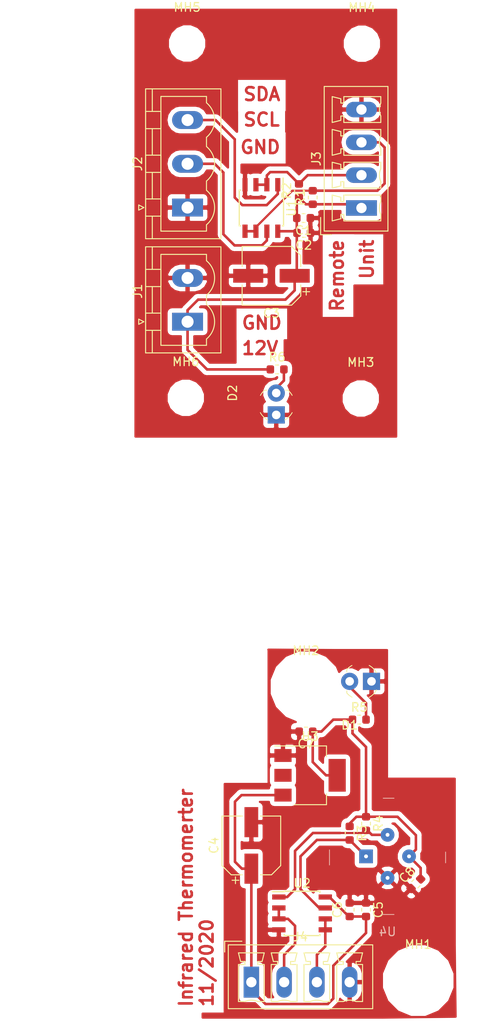
<source format=kicad_pcb>
(kicad_pcb (version 20171130) (host pcbnew 5.0.2+dfsg1-1)

  (general
    (thickness 1.6)
    (drawings 18)
    (tracks 129)
    (zones 0)
    (modules 30)
    (nets 16)
  )

  (page A4)
  (layers
    (0 F.Cu signal)
    (31 B.Cu signal)
    (32 B.Adhes user)
    (33 F.Adhes user)
    (34 B.Paste user)
    (35 F.Paste user)
    (36 B.SilkS user)
    (37 F.SilkS user)
    (38 B.Mask user)
    (39 F.Mask user)
    (40 Dwgs.User user)
    (41 Cmts.User user)
    (42 Eco1.User user)
    (43 Eco2.User user)
    (44 Edge.Cuts user)
    (45 Margin user)
    (46 B.CrtYd user)
    (47 F.CrtYd user)
    (48 B.Fab user)
    (49 F.Fab user)
  )

  (setup
    (last_trace_width 0.25)
    (user_trace_width 0.3)
    (trace_clearance 0.2)
    (zone_clearance 0.508)
    (zone_45_only no)
    (trace_min 0.2)
    (segment_width 0.2)
    (edge_width 0.15)
    (via_size 0.8)
    (via_drill 0.4)
    (via_min_size 0.4)
    (via_min_drill 0.3)
    (uvia_size 0.3)
    (uvia_drill 0.1)
    (uvias_allowed no)
    (uvia_min_size 0.2)
    (uvia_min_drill 0.1)
    (pcb_text_width 0.3)
    (pcb_text_size 1.5 1.5)
    (mod_edge_width 0.15)
    (mod_text_size 1 1)
    (mod_text_width 0.15)
    (pad_size 3.2 3.2)
    (pad_drill 3.2)
    (pad_to_mask_clearance 0.2)
    (solder_mask_min_width 0.25)
    (aux_axis_origin 0 0)
    (visible_elements FFFFFF7F)
    (pcbplotparams
      (layerselection 0x00000_7fffffff)
      (usegerberextensions false)
      (usegerberattributes false)
      (usegerberadvancedattributes false)
      (creategerberjobfile false)
      (excludeedgelayer false)
      (linewidth 0.100000)
      (plotframeref false)
      (viasonmask false)
      (mode 1)
      (useauxorigin false)
      (hpglpennumber 1)
      (hpglpenspeed 20)
      (hpglpendiameter 15.000000)
      (psnegative false)
      (psa4output false)
      (plotreference false)
      (plotvalue false)
      (plotinvisibletext false)
      (padsonsilk true)
      (subtractmaskfromsilk false)
      (outputformat 5)
      (mirror true)
      (drillshape 1)
      (scaleselection 1)
      (outputdirectory ""))
  )

  (net 0 "")
  (net 1 "Net-(R3-Pad2)")
  (net 2 "Net-(R4-Pad2)")
  (net 3 "Net-(C7-Pad1)")
  (net 4 GND)
  (net 5 /12V)
  (net 6 GNDD)
  (net 7 /Master_SCL)
  (net 8 /Master_SDA)
  (net 9 "Net-(J3-Pad2)")
  (net 10 "Net-(J3-Pad3)")
  (net 11 "Net-(C4-Pad1)")
  (net 12 "Net-(J4-Pad2)")
  (net 13 "Net-(J4-Pad3)")
  (net 14 "Net-(D1-Pad2)")
  (net 15 "Net-(D2-Pad2)")

  (net_class Default "Dies ist die voreingestellte Netzklasse."
    (clearance 0.2)
    (trace_width 0.25)
    (via_dia 0.8)
    (via_drill 0.4)
    (uvia_dia 0.3)
    (uvia_drill 0.1)
    (add_net /12V)
    (add_net /Master_SCL)
    (add_net /Master_SDA)
    (add_net GND)
    (add_net GNDD)
    (add_net "Net-(C4-Pad1)")
    (add_net "Net-(C7-Pad1)")
    (add_net "Net-(D1-Pad2)")
    (add_net "Net-(D2-Pad2)")
    (add_net "Net-(J3-Pad2)")
    (add_net "Net-(J3-Pad3)")
    (add_net "Net-(J4-Pad2)")
    (add_net "Net-(J4-Pad3)")
    (add_net "Net-(R3-Pad2)")
    (add_net "Net-(R4-Pad2)")
  )

  (module Connector_Phoenix_MSTB:PhoenixContact_MSTBVA_2,5_2-G-5,08_1x02_P5.08mm_Vertical (layer F.Cu) (tedit 5A00FA1E) (tstamp 6015FBD2)
    (at 90.3732 76.3524 90)
    (descr "Generic Phoenix Contact connector footprint for: MSTBVA_2,5/2-G-5,08; number of pins: 02; pin pitch: 5.08mm; Vertical || order number: 1755736 12A || order number: 1924305 16A (HC)")
    (tags "phoenix_contact connector MSTBVA_01x02_G_5.08mm")
    (path /5FA508A7)
    (fp_text reference J1 (at 3.54 -5.8 90) (layer F.SilkS)
      (effects (font (size 1 1) (thickness 0.15)))
    )
    (fp_text value Screw_Terminal_01x02 (at 2.54 4.8 90) (layer F.Fab)
      (effects (font (size 1 1) (thickness 0.15)))
    )
    (fp_arc (start 0 0.55) (end -2 2.2) (angle -100.5) (layer F.SilkS) (width 0.12))
    (fp_arc (start 5.08 0.55) (end 3.08 2.2) (angle -100.5) (layer F.SilkS) (width 0.12))
    (fp_line (start -3.62 -4.88) (end -3.62 3.88) (layer F.SilkS) (width 0.12))
    (fp_line (start -3.62 3.88) (end 8.7 3.88) (layer F.SilkS) (width 0.12))
    (fp_line (start 8.7 3.88) (end 8.7 -4.88) (layer F.SilkS) (width 0.12))
    (fp_line (start 8.7 -4.88) (end -3.62 -4.88) (layer F.SilkS) (width 0.12))
    (fp_line (start -3.54 -4.8) (end -3.54 3.8) (layer F.Fab) (width 0.1))
    (fp_line (start -3.54 3.8) (end 8.62 3.8) (layer F.Fab) (width 0.1))
    (fp_line (start 8.62 3.8) (end 8.62 -4.8) (layer F.Fab) (width 0.1))
    (fp_line (start 8.62 -4.8) (end -3.54 -4.8) (layer F.Fab) (width 0.1))
    (fp_line (start -3.62 -4.1) (end -1.08 -4.1) (layer F.SilkS) (width 0.12))
    (fp_line (start 8.7 -4.1) (end 6.16 -4.1) (layer F.SilkS) (width 0.12))
    (fp_line (start 1 -4.1) (end 4.08 -4.1) (layer F.SilkS) (width 0.12))
    (fp_line (start -1 -3.1) (end -1 -4.88) (layer F.SilkS) (width 0.12))
    (fp_line (start -1 -4.88) (end 1 -4.88) (layer F.SilkS) (width 0.12))
    (fp_line (start 1 -4.88) (end 1 -3.1) (layer F.SilkS) (width 0.12))
    (fp_line (start 1 -3.1) (end -1 -3.1) (layer F.SilkS) (width 0.12))
    (fp_line (start 4.08 -3.1) (end 4.08 -4.88) (layer F.SilkS) (width 0.12))
    (fp_line (start 4.08 -4.88) (end 6.08 -4.88) (layer F.SilkS) (width 0.12))
    (fp_line (start 6.08 -4.88) (end 6.08 -3.1) (layer F.SilkS) (width 0.12))
    (fp_line (start 6.08 -3.1) (end 4.08 -3.1) (layer F.SilkS) (width 0.12))
    (fp_line (start 2 2.2) (end 3.08 2.2) (layer F.SilkS) (width 0.12))
    (fp_line (start -2 2.2) (end -2.74 2.2) (layer F.SilkS) (width 0.12))
    (fp_line (start -2.74 2.2) (end -2.74 -3.1) (layer F.SilkS) (width 0.12))
    (fp_line (start -2.74 -3.1) (end 7.82 -3.1) (layer F.SilkS) (width 0.12))
    (fp_line (start 7.82 -3.1) (end 7.82 2.2) (layer F.SilkS) (width 0.12))
    (fp_line (start 7.82 2.2) (end 7.08 2.2) (layer F.SilkS) (width 0.12))
    (fp_line (start -4.04 -5.3) (end -4.04 4.3) (layer F.CrtYd) (width 0.05))
    (fp_line (start -4.04 4.3) (end 9.12 4.3) (layer F.CrtYd) (width 0.05))
    (fp_line (start 9.12 4.3) (end 9.12 -5.3) (layer F.CrtYd) (width 0.05))
    (fp_line (start 9.12 -5.3) (end -4.04 -5.3) (layer F.CrtYd) (width 0.05))
    (fp_line (start 0.3 -5.68) (end 0 -5.08) (layer F.SilkS) (width 0.12))
    (fp_line (start 0 -5.08) (end -0.3 -5.68) (layer F.SilkS) (width 0.12))
    (fp_line (start -0.3 -5.68) (end 0.3 -5.68) (layer F.SilkS) (width 0.12))
    (fp_line (start 0.5 -3.55) (end 0 -2.55) (layer F.Fab) (width 0.1))
    (fp_line (start 0 -2.55) (end -0.5 -3.55) (layer F.Fab) (width 0.1))
    (fp_line (start -0.5 -3.55) (end 0.5 -3.55) (layer F.Fab) (width 0.1))
    (fp_text user %R (at 3.54 -3 90) (layer F.Fab)
      (effects (font (size 1 1) (thickness 0.15)))
    )
    (pad 1 thru_hole rect (at 0 0 90) (size 2.08 3.6) (drill 1.4) (layers *.Cu *.Mask)
      (net 5 /12V))
    (pad 2 thru_hole oval (at 5.08 0 90) (size 2.08 3.6) (drill 1.4) (layers *.Cu *.Mask)
      (net 6 GNDD))
    (model ${KISYS3DMOD}/Connector_Phoenix_MSTB.3dshapes/PhoenixContact_MSTBVA_2,5_2-G-5,08_1x02_P5.08mm_Vertical.wrl
      (at (xyz 0 0 0))
      (scale (xyz 1 1 1))
      (rotate (xyz 0 0 0))
    )
  )

  (module MountingHole:MountingHole_3.2mm_M3 (layer F.Cu) (tedit 56D1B4CB) (tstamp 60160564)
    (at 90.17 85.1916)
    (descr "Mounting Hole 3.2mm, no annular, M3")
    (tags "mounting hole 3.2mm no annular m3")
    (path /5FB6245E)
    (attr virtual)
    (fp_text reference MH6 (at 0 -4.2) (layer F.SilkS)
      (effects (font (size 1 1) (thickness 0.15)))
    )
    (fp_text value MountingHole (at 0 4.2) (layer F.Fab)
      (effects (font (size 1 1) (thickness 0.15)))
    )
    (fp_circle (center 0 0) (end 3.45 0) (layer F.CrtYd) (width 0.05))
    (fp_circle (center 0 0) (end 3.2 0) (layer Cmts.User) (width 0.15))
    (fp_text user %R (at 0.3 0) (layer F.Fab)
      (effects (font (size 1 1) (thickness 0.15)))
    )
    (pad 1 np_thru_hole circle (at 0 0) (size 3.2 3.2) (drill 3.2) (layers *.Cu *.Mask))
  )

  (module MountingHole:MountingHole_3.2mm_M3 (layer F.Cu) (tedit 56D1B4CB) (tstamp 600AE109)
    (at 110.6424 44.069)
    (descr "Mounting Hole 3.2mm, no annular, M3")
    (tags "mounting hole 3.2mm no annular m3")
    (path /5FB62458)
    (attr virtual)
    (fp_text reference MH4 (at 0 -4.2) (layer F.SilkS)
      (effects (font (size 1 1) (thickness 0.15)))
    )
    (fp_text value MountingHole (at 0 4.2) (layer F.Fab)
      (effects (font (size 1 1) (thickness 0.15)))
    )
    (fp_text user %R (at 0.3 0) (layer F.Fab)
      (effects (font (size 1 1) (thickness 0.15)))
    )
    (fp_circle (center 0 0) (end 3.2 0) (layer Cmts.User) (width 0.15))
    (fp_circle (center 0 0) (end 3.45 0) (layer F.CrtYd) (width 0.05))
    (pad 1 np_thru_hole circle (at 0 0) (size 3.2 3.2) (drill 3.2) (layers *.Cu *.Mask))
  )

  (module MountingHole:MountingHole_3.2mm_M3 (layer F.Cu) (tedit 56D1B4CB) (tstamp 600AE101)
    (at 110.5154 85.2678)
    (descr "Mounting Hole 3.2mm, no annular, M3")
    (tags "mounting hole 3.2mm no annular m3")
    (path /5FB5F107)
    (attr virtual)
    (fp_text reference MH3 (at 0 -4.2) (layer F.SilkS)
      (effects (font (size 1 1) (thickness 0.15)))
    )
    (fp_text value MountingHole (at 0 4.2) (layer F.Fab)
      (effects (font (size 1 1) (thickness 0.15)))
    )
    (fp_circle (center 0 0) (end 3.45 0) (layer F.CrtYd) (width 0.05))
    (fp_circle (center 0 0) (end 3.2 0) (layer Cmts.User) (width 0.15))
    (fp_text user %R (at 0.3 0) (layer F.Fab)
      (effects (font (size 1 1) (thickness 0.15)))
    )
    (pad 1 np_thru_hole circle (at 0 0) (size 3.2 3.2) (drill 3.2) (layers *.Cu *.Mask))
  )

  (module MountingHole:MountingHole_3.2mm_M3 (layer F.Cu) (tedit 56D1B4CB) (tstamp 601603F6)
    (at 90.3224 44.0436)
    (descr "Mounting Hole 3.2mm, no annular, M3")
    (tags "mounting hole 3.2mm no annular m3")
    (path /5FB5F10D)
    (attr virtual)
    (fp_text reference MH5 (at 0 -4.2) (layer F.SilkS)
      (effects (font (size 1 1) (thickness 0.15)))
    )
    (fp_text value MountingHole (at 0 4.2) (layer F.Fab)
      (effects (font (size 1 1) (thickness 0.15)))
    )
    (fp_text user %R (at 0.3 0) (layer F.Fab)
      (effects (font (size 1 1) (thickness 0.15)))
    )
    (fp_circle (center 0 0) (end 3.2 0) (layer Cmts.User) (width 0.15))
    (fp_circle (center 0 0) (end 3.45 0) (layer F.CrtYd) (width 0.05))
    (pad 1 np_thru_hole circle (at 0 0) (size 3.2 3.2) (drill 3.2) (layers *.Cu *.Mask))
  )

  (module Resistor_SMD:R_0603_1608Metric (layer F.Cu) (tedit 5B301BBD) (tstamp 600ACF83)
    (at 100.7873 81.8896)
    (descr "Resistor SMD 0603 (1608 Metric), square (rectangular) end terminal, IPC_7351 nominal, (Body size source: http://www.tortai-tech.com/upload/download/2011102023233369053.pdf), generated with kicad-footprint-generator")
    (tags resistor)
    (path /5FB36EB2)
    (attr smd)
    (fp_text reference R6 (at 0 -1.43) (layer F.SilkS)
      (effects (font (size 1 1) (thickness 0.15)))
    )
    (fp_text value 1k (at 0 1.43) (layer F.Fab)
      (effects (font (size 1 1) (thickness 0.15)))
    )
    (fp_line (start -0.8 0.4) (end -0.8 -0.4) (layer F.Fab) (width 0.1))
    (fp_line (start -0.8 -0.4) (end 0.8 -0.4) (layer F.Fab) (width 0.1))
    (fp_line (start 0.8 -0.4) (end 0.8 0.4) (layer F.Fab) (width 0.1))
    (fp_line (start 0.8 0.4) (end -0.8 0.4) (layer F.Fab) (width 0.1))
    (fp_line (start -0.162779 -0.51) (end 0.162779 -0.51) (layer F.SilkS) (width 0.12))
    (fp_line (start -0.162779 0.51) (end 0.162779 0.51) (layer F.SilkS) (width 0.12))
    (fp_line (start -1.48 0.73) (end -1.48 -0.73) (layer F.CrtYd) (width 0.05))
    (fp_line (start -1.48 -0.73) (end 1.48 -0.73) (layer F.CrtYd) (width 0.05))
    (fp_line (start 1.48 -0.73) (end 1.48 0.73) (layer F.CrtYd) (width 0.05))
    (fp_line (start 1.48 0.73) (end -1.48 0.73) (layer F.CrtYd) (width 0.05))
    (fp_text user %R (at 0 0) (layer F.Fab)
      (effects (font (size 0.4 0.4) (thickness 0.06)))
    )
    (pad 1 smd roundrect (at -0.7875 0) (size 0.875 0.95) (layers F.Cu F.Paste F.Mask) (roundrect_rratio 0.25)
      (net 5 /12V))
    (pad 2 smd roundrect (at 0.7875 0) (size 0.875 0.95) (layers F.Cu F.Paste F.Mask) (roundrect_rratio 0.25)
      (net 15 "Net-(D2-Pad2)"))
    (model ${KISYS3DMOD}/Resistor_SMD.3dshapes/R_0603_1608Metric.wrl
      (at (xyz 0 0 0))
      (scale (xyz 1 1 1))
      (rotate (xyz 0 0 0))
    )
  )

  (module digikey-footprints:LED_3mm_Radial (layer F.Cu) (tedit 5B1990B7) (tstamp 60160AD6)
    (at 100.6856 84.6328 90)
    (descr http://optoelectronics.liteon.com/upload/download/DS20-2000-343/1CHKxKNN.pdf)
    (path /5FB36EAB)
    (fp_text reference D2 (at 0 -5.08 90) (layer F.SilkS)
      (effects (font (size 1 1) (thickness 0.15)))
    )
    (fp_text value LED (at 0 5.08 90) (layer F.Fab)
      (effects (font (size 1 1) (thickness 0.15)))
    )
    (fp_circle (center -1.27 0) (end 1.38 0) (layer F.CrtYd) (width 0.05))
    (fp_line (start 0.33 -1.35) (end 0.33 -1.1) (layer F.SilkS) (width 0.1))
    (fp_line (start 0.33 1.35) (end 0.33 1.1) (layer F.SilkS) (width 0.1))
    (fp_arc (start -1.27 0) (end -3.12 1) (angle -33.21396116) (layer F.SilkS) (width 0.1))
    (fp_arc (start -1.27 0) (end -2.27 -1.85) (angle -33.21396116) (layer F.SilkS) (width 0.1))
    (fp_arc (start -1.27 0) (end -0.27 1.85) (angle -21.45098095) (layer F.SilkS) (width 0.1))
    (fp_arc (start -1.27 0) (end 0.33 -1.35) (angle -21.45098095) (layer F.SilkS) (width 0.1))
    (fp_line (start 0.23 -1.3) (end 0.23 1.3) (layer F.Fab) (width 0.1))
    (fp_arc (start -1.27 0) (end 0.23 -1.3) (angle -278.1712365) (layer F.Fab) (width 0.1))
    (fp_text user %R (at -1.27 0 90) (layer F.Fab)
      (effects (font (size 0.75 0.75) (thickness 0.1)))
    )
    (pad 2 thru_hole circle (at 0 0 90) (size 2 2) (drill 1) (layers *.Cu *.Mask)
      (net 15 "Net-(D2-Pad2)"))
    (pad 1 thru_hole rect (at -2.54 0 90) (size 2 2) (drill 1) (layers *.Cu *.Mask)
      (net 6 GNDD))
  )

  (module Capacitor_SMD:C_0603_1608Metric (layer F.Cu) (tedit 5B301BBE) (tstamp 5FD35408)
    (at 109.22 144.6275 90)
    (descr "Capacitor SMD 0603 (1608 Metric), square (rectangular) end terminal, IPC_7351 nominal, (Body size source: http://www.tortai-tech.com/upload/download/2011102023233369053.pdf), generated with kicad-footprint-generator")
    (tags capacitor)
    (path /5FB0BE60)
    (attr smd)
    (fp_text reference C6 (at 0 -1.43 90) (layer F.SilkS)
      (effects (font (size 1 1) (thickness 0.15)))
    )
    (fp_text value 100n (at 0 1.43 90) (layer F.Fab)
      (effects (font (size 1 1) (thickness 0.15)))
    )
    (fp_text user %R (at 0 0 90) (layer F.Fab)
      (effects (font (size 0.4 0.4) (thickness 0.06)))
    )
    (fp_line (start 1.48 0.73) (end -1.48 0.73) (layer F.CrtYd) (width 0.05))
    (fp_line (start 1.48 -0.73) (end 1.48 0.73) (layer F.CrtYd) (width 0.05))
    (fp_line (start -1.48 -0.73) (end 1.48 -0.73) (layer F.CrtYd) (width 0.05))
    (fp_line (start -1.48 0.73) (end -1.48 -0.73) (layer F.CrtYd) (width 0.05))
    (fp_line (start -0.162779 0.51) (end 0.162779 0.51) (layer F.SilkS) (width 0.12))
    (fp_line (start -0.162779 -0.51) (end 0.162779 -0.51) (layer F.SilkS) (width 0.12))
    (fp_line (start 0.8 0.4) (end -0.8 0.4) (layer F.Fab) (width 0.1))
    (fp_line (start 0.8 -0.4) (end 0.8 0.4) (layer F.Fab) (width 0.1))
    (fp_line (start -0.8 -0.4) (end 0.8 -0.4) (layer F.Fab) (width 0.1))
    (fp_line (start -0.8 0.4) (end -0.8 -0.4) (layer F.Fab) (width 0.1))
    (pad 2 smd roundrect (at 0.7875 0 90) (size 0.875 0.95) (layers F.Cu F.Paste F.Mask) (roundrect_rratio 0.25)
      (net 4 GND))
    (pad 1 smd roundrect (at -0.7875 0 90) (size 0.875 0.95) (layers F.Cu F.Paste F.Mask) (roundrect_rratio 0.25)
      (net 11 "Net-(C4-Pad1)"))
    (model ${KISYS3DMOD}/Capacitor_SMD.3dshapes/C_0603_1608Metric.wrl
      (at (xyz 0 0 0))
      (scale (xyz 1 1 1))
      (rotate (xyz 0 0 0))
    )
  )

  (module MountingHole:MountingHole_3.2mm_M3 (layer F.Cu) (tedit 56D1B4CB) (tstamp 5FC011E8)
    (at 117.1956 152.8572)
    (descr "Mounting Hole 3.2mm, no annular, M3")
    (tags "mounting hole 3.2mm no annular m3")
    (path /5FB362D0)
    (clearance 2.5)
    (attr virtual)
    (fp_text reference MH1 (at 0 -4.2) (layer F.SilkS)
      (effects (font (size 1 1) (thickness 0.15)))
    )
    (fp_text value MountingHole (at 0 4.2) (layer F.Fab)
      (effects (font (size 1 1) (thickness 0.15)))
    )
    (fp_circle (center 0 0) (end 3.45 0) (layer F.CrtYd) (width 0.05))
    (fp_circle (center 0 0) (end 3.2 0) (layer Cmts.User) (width 0.15))
    (fp_text user %R (at 0.3 0) (layer F.Fab)
      (effects (font (size 1 1) (thickness 0.15)))
    )
    (pad 1 np_thru_hole circle (at 0 0) (size 3.2 3.2) (drill 3.2) (layers *.Cu *.Mask))
  )

  (module MountingHole:MountingHole_3.2mm_M3 (layer F.Cu) (tedit 5FA56490) (tstamp 5FFFA5A6)
    (at 104.14 118.745)
    (descr "Mounting Hole 3.2mm, no annular, M3")
    (tags "mounting hole 3.2mm no annular m3")
    (path /5FB3634A)
    (clearance 2.5)
    (attr virtual)
    (fp_text reference MH2 (at 0 -4.2) (layer F.SilkS)
      (effects (font (size 1 1) (thickness 0.15)))
    )
    (fp_text value MountingHole (at 0 4.2) (layer F.Fab)
      (effects (font (size 1 1) (thickness 0.15)))
    )
    (fp_text user %R (at 0.3 0) (layer F.Fab)
      (effects (font (size 1 1) (thickness 0.15)))
    )
    (fp_circle (center 0 0) (end 3.2 0) (layer Cmts.User) (width 0.15))
    (fp_circle (center 0 0) (end 3.45 0) (layer F.CrtYd) (width 0.05))
    (pad "" np_thru_hole circle (at 0 0) (size 3.2 3.2) (drill 3.2) (layers *.Cu *.Mask))
  )

  (module digikey-footprints:TO-39-4 (layer B.Cu) (tedit 59C91BAC) (tstamp 5FD35264)
    (at 111.125 138.43)
    (descr "file:///C:/Users/alex_wegscheid/Downloads/MLX90614-Datasheet-Melexis%20(2).pdf")
    (path /5FA80177)
    (fp_text reference U4 (at 2.5 8.75) (layer B.SilkS)
      (effects (font (size 1 1) (thickness 0.15)) (justify mirror))
    )
    (fp_text value MLX90614ESF-BAA-000-TU (at 2.75 -9) (layer B.Fab)
      (effects (font (size 1 1) (thickness 0.15)) (justify mirror))
    )
    (fp_circle (center 2.5 0) (end -3.5 5.25) (layer B.CrtYd) (width 0.05))
    (fp_line (start -4.25 1) (end -4.25 -0.75) (layer B.SilkS) (width 0.1))
    (fp_line (start 2 -6.75) (end 3.25 -6.75) (layer B.SilkS) (width 0.1))
    (fp_line (start 9.25 0.75) (end 9.25 -0.5) (layer B.SilkS) (width 0.1))
    (fp_line (start 1.75 6.75) (end 3.25 6.75) (layer B.SilkS) (width 0.1))
    (fp_text user %R (at 2.75 4.5) (layer B.Fab)
      (effects (font (size 1 1) (thickness 0.15)) (justify mirror))
    )
    (fp_line (start -3.5 4.75) (end -2.75 4.05) (layer B.Fab) (width 0.1))
    (fp_line (start -2.75 5.5) (end -2.05 4.8) (layer B.Fab) (width 0.1))
    (fp_line (start -3.5 4.75) (end -2.75 5.5) (layer B.Fab) (width 0.1))
    (fp_circle (center 2.5 0) (end 9.12 0) (layer B.Fab) (width 0.1))
    (pad 1 thru_hole rect (at 0 0) (size 1.6 1.6) (drill 0.45) (layers *.Cu *.Mask)
      (net 1 "Net-(R3-Pad2)"))
    (pad 2 thru_hole circle (at 2.5 -2.5) (size 1.6 1.6) (drill 0.45) (layers *.Cu *.Mask)
      (net 2 "Net-(R4-Pad2)"))
    (pad 3 thru_hole circle (at 5 0) (size 1.6 1.6) (drill 0.45) (layers *.Cu *.Mask)
      (net 3 "Net-(C7-Pad1)"))
    (pad 4 thru_hole circle (at 2.5 2.5) (size 1.6 1.6) (drill 0.45) (layers *.Cu *.Mask)
      (net 4 GND))
  )

  (module Resistor_SMD:R_0603_1608Metric (layer F.Cu) (tedit 5B301BBD) (tstamp 5FFFAF39)
    (at 111.125 134.62 270)
    (descr "Resistor SMD 0603 (1608 Metric), square (rectangular) end terminal, IPC_7351 nominal, (Body size source: http://www.tortai-tech.com/upload/download/2011102023233369053.pdf), generated with kicad-footprint-generator")
    (tags resistor)
    (path /5FAAC21B)
    (attr smd)
    (fp_text reference R4 (at 0 -1.43 270) (layer F.SilkS)
      (effects (font (size 1 1) (thickness 0.15)))
    )
    (fp_text value 4k7 (at 0 1.43 270) (layer F.Fab)
      (effects (font (size 1 1) (thickness 0.15)))
    )
    (fp_line (start -0.8 0.4) (end -0.8 -0.4) (layer F.Fab) (width 0.1))
    (fp_line (start -0.8 -0.4) (end 0.8 -0.4) (layer F.Fab) (width 0.1))
    (fp_line (start 0.8 -0.4) (end 0.8 0.4) (layer F.Fab) (width 0.1))
    (fp_line (start 0.8 0.4) (end -0.8 0.4) (layer F.Fab) (width 0.1))
    (fp_line (start -0.162779 -0.51) (end 0.162779 -0.51) (layer F.SilkS) (width 0.12))
    (fp_line (start -0.162779 0.51) (end 0.162779 0.51) (layer F.SilkS) (width 0.12))
    (fp_line (start -1.48 0.73) (end -1.48 -0.73) (layer F.CrtYd) (width 0.05))
    (fp_line (start -1.48 -0.73) (end 1.48 -0.73) (layer F.CrtYd) (width 0.05))
    (fp_line (start 1.48 -0.73) (end 1.48 0.73) (layer F.CrtYd) (width 0.05))
    (fp_line (start 1.48 0.73) (end -1.48 0.73) (layer F.CrtYd) (width 0.05))
    (fp_text user %R (at 0 0 270) (layer F.Fab)
      (effects (font (size 0.4 0.4) (thickness 0.06)))
    )
    (pad 1 smd roundrect (at -0.7875 0 270) (size 0.875 0.95) (layers F.Cu F.Paste F.Mask) (roundrect_rratio 0.25)
      (net 3 "Net-(C7-Pad1)"))
    (pad 2 smd roundrect (at 0.7875 0 270) (size 0.875 0.95) (layers F.Cu F.Paste F.Mask) (roundrect_rratio 0.25)
      (net 2 "Net-(R4-Pad2)"))
    (model ${KISYS3DMOD}/Resistor_SMD.3dshapes/R_0603_1608Metric.wrl
      (at (xyz 0 0 0))
      (scale (xyz 1 1 1))
      (rotate (xyz 0 0 0))
    )
  )

  (module Resistor_SMD:R_0603_1608Metric (layer F.Cu) (tedit 5B301BBD) (tstamp 5FE97F49)
    (at 110.3375 122.555)
    (descr "Resistor SMD 0603 (1608 Metric), square (rectangular) end terminal, IPC_7351 nominal, (Body size source: http://www.tortai-tech.com/upload/download/2011102023233369053.pdf), generated with kicad-footprint-generator")
    (tags resistor)
    (path /5FB2BED6)
    (attr smd)
    (fp_text reference R5 (at 0 -1.43) (layer F.SilkS)
      (effects (font (size 1 1) (thickness 0.15)))
    )
    (fp_text value 170R (at 0 1.43) (layer F.Fab)
      (effects (font (size 1 1) (thickness 0.15)))
    )
    (fp_line (start -0.8 0.4) (end -0.8 -0.4) (layer F.Fab) (width 0.1))
    (fp_line (start -0.8 -0.4) (end 0.8 -0.4) (layer F.Fab) (width 0.1))
    (fp_line (start 0.8 -0.4) (end 0.8 0.4) (layer F.Fab) (width 0.1))
    (fp_line (start 0.8 0.4) (end -0.8 0.4) (layer F.Fab) (width 0.1))
    (fp_line (start -0.162779 -0.51) (end 0.162779 -0.51) (layer F.SilkS) (width 0.12))
    (fp_line (start -0.162779 0.51) (end 0.162779 0.51) (layer F.SilkS) (width 0.12))
    (fp_line (start -1.48 0.73) (end -1.48 -0.73) (layer F.CrtYd) (width 0.05))
    (fp_line (start -1.48 -0.73) (end 1.48 -0.73) (layer F.CrtYd) (width 0.05))
    (fp_line (start 1.48 -0.73) (end 1.48 0.73) (layer F.CrtYd) (width 0.05))
    (fp_line (start 1.48 0.73) (end -1.48 0.73) (layer F.CrtYd) (width 0.05))
    (fp_text user %R (at 0 0) (layer F.Fab)
      (effects (font (size 0.4 0.4) (thickness 0.06)))
    )
    (pad 1 smd roundrect (at -0.7875 0) (size 0.875 0.95) (layers F.Cu F.Paste F.Mask) (roundrect_rratio 0.25)
      (net 3 "Net-(C7-Pad1)"))
    (pad 2 smd roundrect (at 0.7875 0) (size 0.875 0.95) (layers F.Cu F.Paste F.Mask) (roundrect_rratio 0.25)
      (net 14 "Net-(D1-Pad2)"))
    (model ${KISYS3DMOD}/Resistor_SMD.3dshapes/R_0603_1608Metric.wrl
      (at (xyz 0 0 0))
      (scale (xyz 1 1 1))
      (rotate (xyz 0 0 0))
    )
  )

  (module digikey-footprints:LED_3mm_Radial (layer F.Cu) (tedit 5B1990B7) (tstamp 5FE97F10)
    (at 109.22 118.11 180)
    (descr http://optoelectronics.liteon.com/upload/download/DS20-2000-343/1CHKxKNN.pdf)
    (path /5FB2BB0D)
    (fp_text reference D1 (at 0 -5.08 180) (layer F.SilkS)
      (effects (font (size 1 1) (thickness 0.15)))
    )
    (fp_text value LED (at 0 5.08 180) (layer F.Fab)
      (effects (font (size 1 1) (thickness 0.15)))
    )
    (fp_circle (center -1.27 0) (end 1.38 0) (layer F.CrtYd) (width 0.05))
    (fp_line (start 0.33 -1.35) (end 0.33 -1.1) (layer F.SilkS) (width 0.1))
    (fp_line (start 0.33 1.35) (end 0.33 1.1) (layer F.SilkS) (width 0.1))
    (fp_arc (start -1.27 0) (end -3.12 1) (angle -33.21396116) (layer F.SilkS) (width 0.1))
    (fp_arc (start -1.27 0) (end -2.27 -1.85) (angle -33.21396116) (layer F.SilkS) (width 0.1))
    (fp_arc (start -1.27 0) (end -0.27 1.85) (angle -21.45098095) (layer F.SilkS) (width 0.1))
    (fp_arc (start -1.27 0) (end 0.33 -1.35) (angle -21.45098095) (layer F.SilkS) (width 0.1))
    (fp_line (start 0.23 -1.3) (end 0.23 1.3) (layer F.Fab) (width 0.1))
    (fp_arc (start -1.27 0) (end 0.23 -1.3) (angle -278.1712365) (layer F.Fab) (width 0.1))
    (fp_text user %R (at -1.27 0 180) (layer F.Fab)
      (effects (font (size 0.75 0.75) (thickness 0.1)))
    )
    (pad 2 thru_hole circle (at 0 0 180) (size 2 2) (drill 1) (layers *.Cu *.Mask)
      (net 14 "Net-(D1-Pad2)"))
    (pad 1 thru_hole rect (at -2.54 0 180) (size 2 2) (drill 1) (layers *.Cu *.Mask)
      (net 4 GND))
  )

  (module Connector_Phoenix_MSTB:PhoenixContact_MSTBVA_2,5_3-G-5,08_1x03_P5.08mm_Vertical (layer F.Cu) (tedit 5A00FA1E) (tstamp 5FDE842B)
    (at 90.3732 63.0936 90)
    (descr "Generic Phoenix Contact connector footprint for: MSTBVA_2,5/3-G-5,08; number of pins: 03; pin pitch: 5.08mm; Vertical || order number: 1755749 12A || order number: 1924318 16A (HC)")
    (tags "phoenix_contact connector MSTBVA_01x03_G_5.08mm")
    (path /5FB25554)
    (fp_text reference J2 (at 5.08 -5.8 90) (layer F.SilkS)
      (effects (font (size 1 1) (thickness 0.15)))
    )
    (fp_text value Screw_Terminal_01x03 (at 5.08 4.8 90) (layer F.Fab)
      (effects (font (size 1 1) (thickness 0.15)))
    )
    (fp_arc (start 0 0.55) (end -2 2.2) (angle -100.5) (layer F.SilkS) (width 0.12))
    (fp_arc (start 5.08 0.55) (end 3.08 2.2) (angle -100.5) (layer F.SilkS) (width 0.12))
    (fp_arc (start 10.16 0.55) (end 8.16 2.2) (angle -100.5) (layer F.SilkS) (width 0.12))
    (fp_line (start -3.62 -4.88) (end -3.62 3.88) (layer F.SilkS) (width 0.12))
    (fp_line (start -3.62 3.88) (end 13.78 3.88) (layer F.SilkS) (width 0.12))
    (fp_line (start 13.78 3.88) (end 13.78 -4.88) (layer F.SilkS) (width 0.12))
    (fp_line (start 13.78 -4.88) (end -3.62 -4.88) (layer F.SilkS) (width 0.12))
    (fp_line (start -3.54 -4.8) (end -3.54 3.8) (layer F.Fab) (width 0.1))
    (fp_line (start -3.54 3.8) (end 13.7 3.8) (layer F.Fab) (width 0.1))
    (fp_line (start 13.7 3.8) (end 13.7 -4.8) (layer F.Fab) (width 0.1))
    (fp_line (start 13.7 -4.8) (end -3.54 -4.8) (layer F.Fab) (width 0.1))
    (fp_line (start -3.62 -4.1) (end -1.08 -4.1) (layer F.SilkS) (width 0.12))
    (fp_line (start 13.78 -4.1) (end 11.24 -4.1) (layer F.SilkS) (width 0.12))
    (fp_line (start 1 -4.1) (end 4.08 -4.1) (layer F.SilkS) (width 0.12))
    (fp_line (start 6.08 -4.1) (end 9.16 -4.1) (layer F.SilkS) (width 0.12))
    (fp_line (start -1 -3.1) (end -1 -4.88) (layer F.SilkS) (width 0.12))
    (fp_line (start -1 -4.88) (end 1 -4.88) (layer F.SilkS) (width 0.12))
    (fp_line (start 1 -4.88) (end 1 -3.1) (layer F.SilkS) (width 0.12))
    (fp_line (start 1 -3.1) (end -1 -3.1) (layer F.SilkS) (width 0.12))
    (fp_line (start 4.08 -3.1) (end 4.08 -4.88) (layer F.SilkS) (width 0.12))
    (fp_line (start 4.08 -4.88) (end 6.08 -4.88) (layer F.SilkS) (width 0.12))
    (fp_line (start 6.08 -4.88) (end 6.08 -3.1) (layer F.SilkS) (width 0.12))
    (fp_line (start 6.08 -3.1) (end 4.08 -3.1) (layer F.SilkS) (width 0.12))
    (fp_line (start 9.16 -3.1) (end 9.16 -4.88) (layer F.SilkS) (width 0.12))
    (fp_line (start 9.16 -4.88) (end 11.16 -4.88) (layer F.SilkS) (width 0.12))
    (fp_line (start 11.16 -4.88) (end 11.16 -3.1) (layer F.SilkS) (width 0.12))
    (fp_line (start 11.16 -3.1) (end 9.16 -3.1) (layer F.SilkS) (width 0.12))
    (fp_line (start 2 2.2) (end 3.08 2.2) (layer F.SilkS) (width 0.12))
    (fp_line (start 7.08 2.2) (end 8.16 2.2) (layer F.SilkS) (width 0.12))
    (fp_line (start -2 2.2) (end -2.74 2.2) (layer F.SilkS) (width 0.12))
    (fp_line (start -2.74 2.2) (end -2.74 -3.1) (layer F.SilkS) (width 0.12))
    (fp_line (start -2.74 -3.1) (end 12.9 -3.1) (layer F.SilkS) (width 0.12))
    (fp_line (start 12.9 -3.1) (end 12.9 2.2) (layer F.SilkS) (width 0.12))
    (fp_line (start 12.9 2.2) (end 12.16 2.2) (layer F.SilkS) (width 0.12))
    (fp_line (start -4.04 -5.3) (end -4.04 4.3) (layer F.CrtYd) (width 0.05))
    (fp_line (start -4.04 4.3) (end 14.2 4.3) (layer F.CrtYd) (width 0.05))
    (fp_line (start 14.2 4.3) (end 14.2 -5.3) (layer F.CrtYd) (width 0.05))
    (fp_line (start 14.2 -5.3) (end -4.04 -5.3) (layer F.CrtYd) (width 0.05))
    (fp_line (start 0.3 -5.68) (end 0 -5.08) (layer F.SilkS) (width 0.12))
    (fp_line (start 0 -5.08) (end -0.3 -5.68) (layer F.SilkS) (width 0.12))
    (fp_line (start -0.3 -5.68) (end 0.3 -5.68) (layer F.SilkS) (width 0.12))
    (fp_line (start 0.5 -3.55) (end 0 -2.55) (layer F.Fab) (width 0.1))
    (fp_line (start 0 -2.55) (end -0.5 -3.55) (layer F.Fab) (width 0.1))
    (fp_line (start -0.5 -3.55) (end 0.5 -3.55) (layer F.Fab) (width 0.1))
    (fp_text user %R (at 5.08 -3 90) (layer F.Fab)
      (effects (font (size 1 1) (thickness 0.15)))
    )
    (pad 1 thru_hole rect (at 0 0 90) (size 2.08 3.6) (drill 1.4) (layers *.Cu *.Mask)
      (net 6 GNDD))
    (pad 2 thru_hole oval (at 5.08 0 90) (size 2.08 3.6) (drill 1.4) (layers *.Cu *.Mask)
      (net 7 /Master_SCL))
    (pad 3 thru_hole oval (at 10.16 0 90) (size 2.08 3.6) (drill 1.4) (layers *.Cu *.Mask)
      (net 8 /Master_SDA))
    (model ${KISYS3DMOD}/Connector_Phoenix_MSTB.3dshapes/PhoenixContact_MSTBVA_2,5_3-G-5,08_1x03_P5.08mm_Vertical.wrl
      (at (xyz 0 0 0))
      (scale (xyz 1 1 1))
      (rotate (xyz 0 0 0))
    )
  )

  (module Capacitor_SMD:CP_Elec_6.3x5.4_Nichicon (layer F.Cu) (tedit 5A841F9D) (tstamp 6016042B)
    (at 100.1268 71.0184 180)
    (descr "SMT capacitor, aluminium electrolytic, 6.3x5.4, Nichicon ")
    (tags "Capacitor Electrolytic")
    (path /5FA51580)
    (attr smd)
    (fp_text reference C3 (at 0 -4.35 180) (layer F.SilkS)
      (effects (font (size 1 1) (thickness 0.15)))
    )
    (fp_text value 100u (at 0 4.35 180) (layer F.Fab)
      (effects (font (size 1 1) (thickness 0.15)))
    )
    (fp_text user %R (at 0 0 180) (layer F.Fab)
      (effects (font (size 1 1) (thickness 0.15)))
    )
    (fp_line (start -4.7 1.05) (end -3.55 1.05) (layer F.CrtYd) (width 0.05))
    (fp_line (start -4.7 -1.05) (end -4.7 1.05) (layer F.CrtYd) (width 0.05))
    (fp_line (start -3.55 -1.05) (end -4.7 -1.05) (layer F.CrtYd) (width 0.05))
    (fp_line (start -3.55 1.05) (end -3.55 2.4) (layer F.CrtYd) (width 0.05))
    (fp_line (start -3.55 -2.4) (end -3.55 -1.05) (layer F.CrtYd) (width 0.05))
    (fp_line (start -3.55 -2.4) (end -2.4 -3.55) (layer F.CrtYd) (width 0.05))
    (fp_line (start -3.55 2.4) (end -2.4 3.55) (layer F.CrtYd) (width 0.05))
    (fp_line (start -2.4 -3.55) (end 3.55 -3.55) (layer F.CrtYd) (width 0.05))
    (fp_line (start -2.4 3.55) (end 3.55 3.55) (layer F.CrtYd) (width 0.05))
    (fp_line (start 3.55 1.05) (end 3.55 3.55) (layer F.CrtYd) (width 0.05))
    (fp_line (start 4.7 1.05) (end 3.55 1.05) (layer F.CrtYd) (width 0.05))
    (fp_line (start 4.7 -1.05) (end 4.7 1.05) (layer F.CrtYd) (width 0.05))
    (fp_line (start 3.55 -1.05) (end 4.7 -1.05) (layer F.CrtYd) (width 0.05))
    (fp_line (start 3.55 -3.55) (end 3.55 -1.05) (layer F.CrtYd) (width 0.05))
    (fp_line (start -4.04375 -2.24125) (end -4.04375 -1.45375) (layer F.SilkS) (width 0.12))
    (fp_line (start -4.4375 -1.8475) (end -3.65 -1.8475) (layer F.SilkS) (width 0.12))
    (fp_line (start -3.41 2.345563) (end -2.345563 3.41) (layer F.SilkS) (width 0.12))
    (fp_line (start -3.41 -2.345563) (end -2.345563 -3.41) (layer F.SilkS) (width 0.12))
    (fp_line (start -3.41 -2.345563) (end -3.41 -1.06) (layer F.SilkS) (width 0.12))
    (fp_line (start -3.41 2.345563) (end -3.41 1.06) (layer F.SilkS) (width 0.12))
    (fp_line (start -2.345563 3.41) (end 3.41 3.41) (layer F.SilkS) (width 0.12))
    (fp_line (start -2.345563 -3.41) (end 3.41 -3.41) (layer F.SilkS) (width 0.12))
    (fp_line (start 3.41 -3.41) (end 3.41 -1.06) (layer F.SilkS) (width 0.12))
    (fp_line (start 3.41 3.41) (end 3.41 1.06) (layer F.SilkS) (width 0.12))
    (fp_line (start -2.389838 -1.645) (end -2.389838 -1.015) (layer F.Fab) (width 0.1))
    (fp_line (start -2.704838 -1.33) (end -2.074838 -1.33) (layer F.Fab) (width 0.1))
    (fp_line (start -3.3 2.3) (end -2.3 3.3) (layer F.Fab) (width 0.1))
    (fp_line (start -3.3 -2.3) (end -2.3 -3.3) (layer F.Fab) (width 0.1))
    (fp_line (start -3.3 -2.3) (end -3.3 2.3) (layer F.Fab) (width 0.1))
    (fp_line (start -2.3 3.3) (end 3.3 3.3) (layer F.Fab) (width 0.1))
    (fp_line (start -2.3 -3.3) (end 3.3 -3.3) (layer F.Fab) (width 0.1))
    (fp_line (start 3.3 -3.3) (end 3.3 3.3) (layer F.Fab) (width 0.1))
    (fp_circle (center 0 0) (end 3.15 0) (layer F.Fab) (width 0.1))
    (pad 2 smd rect (at 2.7 0 180) (size 3.5 1.6) (layers F.Cu F.Paste F.Mask)
      (net 6 GNDD))
    (pad 1 smd rect (at -2.7 0 180) (size 3.5 1.6) (layers F.Cu F.Paste F.Mask)
      (net 5 /12V))
    (model ${KISYS3DMOD}/Capacitor_SMD.3dshapes/CP_Elec_6.3x5.4_Nichicon.wrl
      (at (xyz 0 0 0))
      (scale (xyz 1 1 1))
      (rotate (xyz 0 0 0))
    )
  )

  (module Capacitor_SMD:CP_Elec_6.3x5.4_Nichicon (layer F.Cu) (tedit 5A841F9D) (tstamp 5FD35452)
    (at 97.79 137.16 90)
    (descr "SMT capacitor, aluminium electrolytic, 6.3x5.4, Nichicon ")
    (tags "Capacitor Electrolytic")
    (path /5FA5F92E)
    (attr smd)
    (fp_text reference C4 (at 0 -4.35 90) (layer F.SilkS)
      (effects (font (size 1 1) (thickness 0.15)))
    )
    (fp_text value 100u (at 0 4.35 90) (layer F.Fab)
      (effects (font (size 1 1) (thickness 0.15)))
    )
    (fp_circle (center 0 0) (end 3.15 0) (layer F.Fab) (width 0.1))
    (fp_line (start 3.3 -3.3) (end 3.3 3.3) (layer F.Fab) (width 0.1))
    (fp_line (start -2.3 -3.3) (end 3.3 -3.3) (layer F.Fab) (width 0.1))
    (fp_line (start -2.3 3.3) (end 3.3 3.3) (layer F.Fab) (width 0.1))
    (fp_line (start -3.3 -2.3) (end -3.3 2.3) (layer F.Fab) (width 0.1))
    (fp_line (start -3.3 -2.3) (end -2.3 -3.3) (layer F.Fab) (width 0.1))
    (fp_line (start -3.3 2.3) (end -2.3 3.3) (layer F.Fab) (width 0.1))
    (fp_line (start -2.704838 -1.33) (end -2.074838 -1.33) (layer F.Fab) (width 0.1))
    (fp_line (start -2.389838 -1.645) (end -2.389838 -1.015) (layer F.Fab) (width 0.1))
    (fp_line (start 3.41 3.41) (end 3.41 1.06) (layer F.SilkS) (width 0.12))
    (fp_line (start 3.41 -3.41) (end 3.41 -1.06) (layer F.SilkS) (width 0.12))
    (fp_line (start -2.345563 -3.41) (end 3.41 -3.41) (layer F.SilkS) (width 0.12))
    (fp_line (start -2.345563 3.41) (end 3.41 3.41) (layer F.SilkS) (width 0.12))
    (fp_line (start -3.41 2.345563) (end -3.41 1.06) (layer F.SilkS) (width 0.12))
    (fp_line (start -3.41 -2.345563) (end -3.41 -1.06) (layer F.SilkS) (width 0.12))
    (fp_line (start -3.41 -2.345563) (end -2.345563 -3.41) (layer F.SilkS) (width 0.12))
    (fp_line (start -3.41 2.345563) (end -2.345563 3.41) (layer F.SilkS) (width 0.12))
    (fp_line (start -4.4375 -1.8475) (end -3.65 -1.8475) (layer F.SilkS) (width 0.12))
    (fp_line (start -4.04375 -2.24125) (end -4.04375 -1.45375) (layer F.SilkS) (width 0.12))
    (fp_line (start 3.55 -3.55) (end 3.55 -1.05) (layer F.CrtYd) (width 0.05))
    (fp_line (start 3.55 -1.05) (end 4.7 -1.05) (layer F.CrtYd) (width 0.05))
    (fp_line (start 4.7 -1.05) (end 4.7 1.05) (layer F.CrtYd) (width 0.05))
    (fp_line (start 4.7 1.05) (end 3.55 1.05) (layer F.CrtYd) (width 0.05))
    (fp_line (start 3.55 1.05) (end 3.55 3.55) (layer F.CrtYd) (width 0.05))
    (fp_line (start -2.4 3.55) (end 3.55 3.55) (layer F.CrtYd) (width 0.05))
    (fp_line (start -2.4 -3.55) (end 3.55 -3.55) (layer F.CrtYd) (width 0.05))
    (fp_line (start -3.55 2.4) (end -2.4 3.55) (layer F.CrtYd) (width 0.05))
    (fp_line (start -3.55 -2.4) (end -2.4 -3.55) (layer F.CrtYd) (width 0.05))
    (fp_line (start -3.55 -2.4) (end -3.55 -1.05) (layer F.CrtYd) (width 0.05))
    (fp_line (start -3.55 1.05) (end -3.55 2.4) (layer F.CrtYd) (width 0.05))
    (fp_line (start -3.55 -1.05) (end -4.7 -1.05) (layer F.CrtYd) (width 0.05))
    (fp_line (start -4.7 -1.05) (end -4.7 1.05) (layer F.CrtYd) (width 0.05))
    (fp_line (start -4.7 1.05) (end -3.55 1.05) (layer F.CrtYd) (width 0.05))
    (fp_text user %R (at 0 0 90) (layer F.Fab)
      (effects (font (size 1 1) (thickness 0.15)))
    )
    (pad 1 smd rect (at -2.7 0 90) (size 3.5 1.6) (layers F.Cu F.Paste F.Mask)
      (net 11 "Net-(C4-Pad1)"))
    (pad 2 smd rect (at 2.7 0 90) (size 3.5 1.6) (layers F.Cu F.Paste F.Mask)
      (net 4 GND))
    (model ${KISYS3DMOD}/Capacitor_SMD.3dshapes/CP_Elec_6.3x5.4_Nichicon.wrl
      (at (xyz 0 0 0))
      (scale (xyz 1 1 1))
      (rotate (xyz 0 0 0))
    )
  )

  (module Capacitor_SMD:C_0603_1608Metric (layer F.Cu) (tedit 5B301BBE) (tstamp 601604B9)
    (at 103.886 66.04 180)
    (descr "Capacitor SMD 0603 (1608 Metric), square (rectangular) end terminal, IPC_7351 nominal, (Body size source: http://www.tortai-tech.com/upload/download/2011102023233369053.pdf), generated with kicad-footprint-generator")
    (tags capacitor)
    (path /5FAFFC99)
    (attr smd)
    (fp_text reference C2 (at 0 -1.43 180) (layer F.SilkS)
      (effects (font (size 1 1) (thickness 0.15)))
    )
    (fp_text value 1u (at 0 1.43 180) (layer F.Fab)
      (effects (font (size 1 1) (thickness 0.15)))
    )
    (fp_text user %R (at 0 0 180) (layer F.Fab)
      (effects (font (size 0.4 0.4) (thickness 0.06)))
    )
    (fp_line (start 1.48 0.73) (end -1.48 0.73) (layer F.CrtYd) (width 0.05))
    (fp_line (start 1.48 -0.73) (end 1.48 0.73) (layer F.CrtYd) (width 0.05))
    (fp_line (start -1.48 -0.73) (end 1.48 -0.73) (layer F.CrtYd) (width 0.05))
    (fp_line (start -1.48 0.73) (end -1.48 -0.73) (layer F.CrtYd) (width 0.05))
    (fp_line (start -0.162779 0.51) (end 0.162779 0.51) (layer F.SilkS) (width 0.12))
    (fp_line (start -0.162779 -0.51) (end 0.162779 -0.51) (layer F.SilkS) (width 0.12))
    (fp_line (start 0.8 0.4) (end -0.8 0.4) (layer F.Fab) (width 0.1))
    (fp_line (start 0.8 -0.4) (end 0.8 0.4) (layer F.Fab) (width 0.1))
    (fp_line (start -0.8 -0.4) (end 0.8 -0.4) (layer F.Fab) (width 0.1))
    (fp_line (start -0.8 0.4) (end -0.8 -0.4) (layer F.Fab) (width 0.1))
    (pad 2 smd roundrect (at 0.7875 0 180) (size 0.875 0.95) (layers F.Cu F.Paste F.Mask) (roundrect_rratio 0.25)
      (net 5 /12V))
    (pad 1 smd roundrect (at -0.7875 0 180) (size 0.875 0.95) (layers F.Cu F.Paste F.Mask) (roundrect_rratio 0.25)
      (net 6 GNDD))
    (model ${KISYS3DMOD}/Capacitor_SMD.3dshapes/C_0603_1608Metric.wrl
      (at (xyz 0 0 0))
      (scale (xyz 1 1 1))
      (rotate (xyz 0 0 0))
    )
  )

  (module Capacitor_SMD:C_0603_1608Metric (layer F.Cu) (tedit 5B301BBE) (tstamp 5FFFBA3A)
    (at 111.125 144.6275 270)
    (descr "Capacitor SMD 0603 (1608 Metric), square (rectangular) end terminal, IPC_7351 nominal, (Body size source: http://www.tortai-tech.com/upload/download/2011102023233369053.pdf), generated with kicad-footprint-generator")
    (tags capacitor)
    (path /5FA5CF76)
    (attr smd)
    (fp_text reference C5 (at 0 -1.43 270) (layer F.SilkS)
      (effects (font (size 1 1) (thickness 0.15)))
    )
    (fp_text value 1u (at 0 1.43 270) (layer F.Fab)
      (effects (font (size 1 1) (thickness 0.15)))
    )
    (fp_line (start -0.8 0.4) (end -0.8 -0.4) (layer F.Fab) (width 0.1))
    (fp_line (start -0.8 -0.4) (end 0.8 -0.4) (layer F.Fab) (width 0.1))
    (fp_line (start 0.8 -0.4) (end 0.8 0.4) (layer F.Fab) (width 0.1))
    (fp_line (start 0.8 0.4) (end -0.8 0.4) (layer F.Fab) (width 0.1))
    (fp_line (start -0.162779 -0.51) (end 0.162779 -0.51) (layer F.SilkS) (width 0.12))
    (fp_line (start -0.162779 0.51) (end 0.162779 0.51) (layer F.SilkS) (width 0.12))
    (fp_line (start -1.48 0.73) (end -1.48 -0.73) (layer F.CrtYd) (width 0.05))
    (fp_line (start -1.48 -0.73) (end 1.48 -0.73) (layer F.CrtYd) (width 0.05))
    (fp_line (start 1.48 -0.73) (end 1.48 0.73) (layer F.CrtYd) (width 0.05))
    (fp_line (start 1.48 0.73) (end -1.48 0.73) (layer F.CrtYd) (width 0.05))
    (fp_text user %R (at 0 0 270) (layer F.Fab)
      (effects (font (size 0.4 0.4) (thickness 0.06)))
    )
    (pad 1 smd roundrect (at -0.7875 0 270) (size 0.875 0.95) (layers F.Cu F.Paste F.Mask) (roundrect_rratio 0.25)
      (net 4 GND))
    (pad 2 smd roundrect (at 0.7875 0 270) (size 0.875 0.95) (layers F.Cu F.Paste F.Mask) (roundrect_rratio 0.25)
      (net 11 "Net-(C4-Pad1)"))
    (model ${KISYS3DMOD}/Capacitor_SMD.3dshapes/C_0603_1608Metric.wrl
      (at (xyz 0 0 0))
      (scale (xyz 1 1 1))
      (rotate (xyz 0 0 0))
    )
  )

  (module Capacitor_SMD:C_0603_1608Metric (layer F.Cu) (tedit 5B301BBE) (tstamp 5FD353F7)
    (at 104.14 123.937944 180)
    (descr "Capacitor SMD 0603 (1608 Metric), square (rectangular) end terminal, IPC_7351 nominal, (Body size source: http://www.tortai-tech.com/upload/download/2011102023233369053.pdf), generated with kicad-footprint-generator")
    (tags capacitor)
    (path /5FA7CDD6)
    (attr smd)
    (fp_text reference C7 (at 0 -1.43 180) (layer F.SilkS)
      (effects (font (size 1 1) (thickness 0.15)))
    )
    (fp_text value 10u (at 0 1.43 180) (layer F.Fab)
      (effects (font (size 1 1) (thickness 0.15)))
    )
    (fp_line (start -0.8 0.4) (end -0.8 -0.4) (layer F.Fab) (width 0.1))
    (fp_line (start -0.8 -0.4) (end 0.8 -0.4) (layer F.Fab) (width 0.1))
    (fp_line (start 0.8 -0.4) (end 0.8 0.4) (layer F.Fab) (width 0.1))
    (fp_line (start 0.8 0.4) (end -0.8 0.4) (layer F.Fab) (width 0.1))
    (fp_line (start -0.162779 -0.51) (end 0.162779 -0.51) (layer F.SilkS) (width 0.12))
    (fp_line (start -0.162779 0.51) (end 0.162779 0.51) (layer F.SilkS) (width 0.12))
    (fp_line (start -1.48 0.73) (end -1.48 -0.73) (layer F.CrtYd) (width 0.05))
    (fp_line (start -1.48 -0.73) (end 1.48 -0.73) (layer F.CrtYd) (width 0.05))
    (fp_line (start 1.48 -0.73) (end 1.48 0.73) (layer F.CrtYd) (width 0.05))
    (fp_line (start 1.48 0.73) (end -1.48 0.73) (layer F.CrtYd) (width 0.05))
    (fp_text user %R (at 0 0 180) (layer F.Fab)
      (effects (font (size 0.4 0.4) (thickness 0.06)))
    )
    (pad 1 smd roundrect (at -0.7875 0 180) (size 0.875 0.95) (layers F.Cu F.Paste F.Mask) (roundrect_rratio 0.25)
      (net 3 "Net-(C7-Pad1)"))
    (pad 2 smd roundrect (at 0.7875 0 180) (size 0.875 0.95) (layers F.Cu F.Paste F.Mask) (roundrect_rratio 0.25)
      (net 4 GND))
    (model ${KISYS3DMOD}/Capacitor_SMD.3dshapes/C_0603_1608Metric.wrl
      (at (xyz 0 0 0))
      (scale (xyz 1 1 1))
      (rotate (xyz 0 0 0))
    )
  )

  (module Capacitor_SMD:C_0603_1608Metric (layer F.Cu) (tedit 5B301BBE) (tstamp 5FD353E6)
    (at 116.918153 141.605 45)
    (descr "Capacitor SMD 0603 (1608 Metric), square (rectangular) end terminal, IPC_7351 nominal, (Body size source: http://www.tortai-tech.com/upload/download/2011102023233369053.pdf), generated with kicad-footprint-generator")
    (tags capacitor)
    (path /5FA8CF34)
    (attr smd)
    (fp_text reference C8 (at 0 -1.43 45) (layer F.SilkS)
      (effects (font (size 1 1) (thickness 0.15)))
    )
    (fp_text value 100n (at 0 1.43 45) (layer F.Fab)
      (effects (font (size 1 1) (thickness 0.15)))
    )
    (fp_text user %R (at 0 0 45) (layer F.Fab)
      (effects (font (size 0.4 0.4) (thickness 0.06)))
    )
    (fp_line (start 1.48 0.73) (end -1.48 0.73) (layer F.CrtYd) (width 0.05))
    (fp_line (start 1.48 -0.73) (end 1.48 0.73) (layer F.CrtYd) (width 0.05))
    (fp_line (start -1.48 -0.73) (end 1.48 -0.73) (layer F.CrtYd) (width 0.05))
    (fp_line (start -1.48 0.73) (end -1.48 -0.73) (layer F.CrtYd) (width 0.05))
    (fp_line (start -0.162779 0.51) (end 0.162779 0.51) (layer F.SilkS) (width 0.12))
    (fp_line (start -0.162779 -0.51) (end 0.162779 -0.51) (layer F.SilkS) (width 0.12))
    (fp_line (start 0.8 0.4) (end -0.8 0.4) (layer F.Fab) (width 0.1))
    (fp_line (start 0.8 -0.4) (end 0.8 0.4) (layer F.Fab) (width 0.1))
    (fp_line (start -0.8 -0.4) (end 0.8 -0.4) (layer F.Fab) (width 0.1))
    (fp_line (start -0.8 0.4) (end -0.8 -0.4) (layer F.Fab) (width 0.1))
    (pad 2 smd roundrect (at 0.787501 0 45) (size 0.875 0.95) (layers F.Cu F.Paste F.Mask) (roundrect_rratio 0.25)
      (net 3 "Net-(C7-Pad1)"))
    (pad 1 smd roundrect (at -0.787501 0 45) (size 0.875 0.95) (layers F.Cu F.Paste F.Mask) (roundrect_rratio 0.25)
      (net 4 GND))
    (model ${KISYS3DMOD}/Capacitor_SMD.3dshapes/C_0603_1608Metric.wrl
      (at (xyz 0 0 0))
      (scale (xyz 1 1 1))
      (rotate (xyz 0 0 0))
    )
  )

  (module Capacitor_SMD:C_0603_1608Metric (layer F.Cu) (tedit 5B301BBE) (tstamp 6016053D)
    (at 103.8607 64.3128 180)
    (descr "Capacitor SMD 0603 (1608 Metric), square (rectangular) end terminal, IPC_7351 nominal, (Body size source: http://www.tortai-tech.com/upload/download/2011102023233369053.pdf), generated with kicad-footprint-generator")
    (tags capacitor)
    (path /5FA51611)
    (attr smd)
    (fp_text reference C1 (at 0 -1.43 180) (layer F.SilkS)
      (effects (font (size 1 1) (thickness 0.15)))
    )
    (fp_text value 100n (at 0 1.43 180) (layer F.Fab)
      (effects (font (size 1 1) (thickness 0.15)))
    )
    (fp_line (start -0.8 0.4) (end -0.8 -0.4) (layer F.Fab) (width 0.1))
    (fp_line (start -0.8 -0.4) (end 0.8 -0.4) (layer F.Fab) (width 0.1))
    (fp_line (start 0.8 -0.4) (end 0.8 0.4) (layer F.Fab) (width 0.1))
    (fp_line (start 0.8 0.4) (end -0.8 0.4) (layer F.Fab) (width 0.1))
    (fp_line (start -0.162779 -0.51) (end 0.162779 -0.51) (layer F.SilkS) (width 0.12))
    (fp_line (start -0.162779 0.51) (end 0.162779 0.51) (layer F.SilkS) (width 0.12))
    (fp_line (start -1.48 0.73) (end -1.48 -0.73) (layer F.CrtYd) (width 0.05))
    (fp_line (start -1.48 -0.73) (end 1.48 -0.73) (layer F.CrtYd) (width 0.05))
    (fp_line (start 1.48 -0.73) (end 1.48 0.73) (layer F.CrtYd) (width 0.05))
    (fp_line (start 1.48 0.73) (end -1.48 0.73) (layer F.CrtYd) (width 0.05))
    (fp_text user %R (at 0 0 180) (layer F.Fab)
      (effects (font (size 0.4 0.4) (thickness 0.06)))
    )
    (pad 1 smd roundrect (at -0.7875 0 180) (size 0.875 0.95) (layers F.Cu F.Paste F.Mask) (roundrect_rratio 0.25)
      (net 6 GNDD))
    (pad 2 smd roundrect (at 0.7875 0 180) (size 0.875 0.95) (layers F.Cu F.Paste F.Mask) (roundrect_rratio 0.25)
      (net 5 /12V))
    (model ${KISYS3DMOD}/Capacitor_SMD.3dshapes/C_0603_1608Metric.wrl
      (at (xyz 0 0 0))
      (scale (xyz 1 1 1))
      (rotate (xyz 0 0 0))
    )
  )

  (module Connector_Phoenix_MC:PhoenixContact_MCV_1,5_4-G-3.81_1x04_P3.81mm_Vertical (layer F.Cu) (tedit 5A00FA1A) (tstamp 5FD36140)
    (at 97.79 153.035)
    (descr "Generic Phoenix Contact connector footprint for: MCV_1,5/4-G-3.81; number of pins: 04; pin pitch: 3.81mm; Vertical || order number: 1803442 8A 160V")
    (tags "phoenix_contact connector MCV_01x04_G_3.81mm")
    (path /5FA57632)
    (fp_text reference J4 (at 5.715 -5.25) (layer F.SilkS)
      (effects (font (size 1 1) (thickness 0.15)))
    )
    (fp_text value Screw_Terminal_01x04 (at 5.715 4) (layer F.Fab)
      (effects (font (size 1 1) (thickness 0.15)))
    )
    (fp_text user %R (at 5.715 -3 180) (layer F.Fab)
      (effects (font (size 1 1) (thickness 0.15)))
    )
    (fp_line (start -3.1 -4.75) (end -1.1 -4.75) (layer F.Fab) (width 0.1))
    (fp_line (start -3.1 -3.5) (end -3.1 -4.75) (layer F.Fab) (width 0.1))
    (fp_line (start -3.1 -4.75) (end -1.1 -4.75) (layer F.SilkS) (width 0.12))
    (fp_line (start -3.1 -3.5) (end -3.1 -4.75) (layer F.SilkS) (width 0.12))
    (fp_line (start 14.53 -4.75) (end -3.1 -4.75) (layer F.CrtYd) (width 0.05))
    (fp_line (start 14.53 3.5) (end 14.53 -4.75) (layer F.CrtYd) (width 0.05))
    (fp_line (start -3.1 3.5) (end 14.53 3.5) (layer F.CrtYd) (width 0.05))
    (fp_line (start -3.1 -4.75) (end -3.1 3.5) (layer F.CrtYd) (width 0.05))
    (fp_line (start 12.93 2.25) (end 12.18 2.25) (layer F.SilkS) (width 0.12))
    (fp_line (start 12.93 -2.05) (end 12.93 2.25) (layer F.SilkS) (width 0.12))
    (fp_line (start 12.18 -2.05) (end 12.93 -2.05) (layer F.SilkS) (width 0.12))
    (fp_line (start 12.18 -2.4) (end 12.18 -2.05) (layer F.SilkS) (width 0.12))
    (fp_line (start 12.68 -2.4) (end 12.18 -2.4) (layer F.SilkS) (width 0.12))
    (fp_line (start 12.93 -3.4) (end 12.68 -2.4) (layer F.SilkS) (width 0.12))
    (fp_line (start 9.93 -3.4) (end 12.93 -3.4) (layer F.SilkS) (width 0.12))
    (fp_line (start 10.18 -2.4) (end 9.93 -3.4) (layer F.SilkS) (width 0.12))
    (fp_line (start 10.68 -2.4) (end 10.18 -2.4) (layer F.SilkS) (width 0.12))
    (fp_line (start 10.68 -2.05) (end 10.68 -2.4) (layer F.SilkS) (width 0.12))
    (fp_line (start 9.93 -2.05) (end 10.68 -2.05) (layer F.SilkS) (width 0.12))
    (fp_line (start 9.93 2.25) (end 9.93 -2.05) (layer F.SilkS) (width 0.12))
    (fp_line (start 10.68 2.25) (end 9.93 2.25) (layer F.SilkS) (width 0.12))
    (fp_line (start 9.12 2.25) (end 8.37 2.25) (layer F.SilkS) (width 0.12))
    (fp_line (start 9.12 -2.05) (end 9.12 2.25) (layer F.SilkS) (width 0.12))
    (fp_line (start 8.37 -2.05) (end 9.12 -2.05) (layer F.SilkS) (width 0.12))
    (fp_line (start 8.37 -2.4) (end 8.37 -2.05) (layer F.SilkS) (width 0.12))
    (fp_line (start 8.87 -2.4) (end 8.37 -2.4) (layer F.SilkS) (width 0.12))
    (fp_line (start 9.12 -3.4) (end 8.87 -2.4) (layer F.SilkS) (width 0.12))
    (fp_line (start 6.12 -3.4) (end 9.12 -3.4) (layer F.SilkS) (width 0.12))
    (fp_line (start 6.37 -2.4) (end 6.12 -3.4) (layer F.SilkS) (width 0.12))
    (fp_line (start 6.87 -2.4) (end 6.37 -2.4) (layer F.SilkS) (width 0.12))
    (fp_line (start 6.87 -2.05) (end 6.87 -2.4) (layer F.SilkS) (width 0.12))
    (fp_line (start 6.12 -2.05) (end 6.87 -2.05) (layer F.SilkS) (width 0.12))
    (fp_line (start 6.12 2.25) (end 6.12 -2.05) (layer F.SilkS) (width 0.12))
    (fp_line (start 6.87 2.25) (end 6.12 2.25) (layer F.SilkS) (width 0.12))
    (fp_line (start 5.31 2.25) (end 4.56 2.25) (layer F.SilkS) (width 0.12))
    (fp_line (start 5.31 -2.05) (end 5.31 2.25) (layer F.SilkS) (width 0.12))
    (fp_line (start 4.56 -2.05) (end 5.31 -2.05) (layer F.SilkS) (width 0.12))
    (fp_line (start 4.56 -2.4) (end 4.56 -2.05) (layer F.SilkS) (width 0.12))
    (fp_line (start 5.06 -2.4) (end 4.56 -2.4) (layer F.SilkS) (width 0.12))
    (fp_line (start 5.31 -3.4) (end 5.06 -2.4) (layer F.SilkS) (width 0.12))
    (fp_line (start 2.31 -3.4) (end 5.31 -3.4) (layer F.SilkS) (width 0.12))
    (fp_line (start 2.56 -2.4) (end 2.31 -3.4) (layer F.SilkS) (width 0.12))
    (fp_line (start 3.06 -2.4) (end 2.56 -2.4) (layer F.SilkS) (width 0.12))
    (fp_line (start 3.06 -2.05) (end 3.06 -2.4) (layer F.SilkS) (width 0.12))
    (fp_line (start 2.31 -2.05) (end 3.06 -2.05) (layer F.SilkS) (width 0.12))
    (fp_line (start 2.31 2.25) (end 2.31 -2.05) (layer F.SilkS) (width 0.12))
    (fp_line (start 3.06 2.25) (end 2.31 2.25) (layer F.SilkS) (width 0.12))
    (fp_line (start 1.5 2.25) (end 0.75 2.25) (layer F.SilkS) (width 0.12))
    (fp_line (start 1.5 -2.05) (end 1.5 2.25) (layer F.SilkS) (width 0.12))
    (fp_line (start 0.75 -2.05) (end 1.5 -2.05) (layer F.SilkS) (width 0.12))
    (fp_line (start 0.75 -2.4) (end 0.75 -2.05) (layer F.SilkS) (width 0.12))
    (fp_line (start 1.25 -2.4) (end 0.75 -2.4) (layer F.SilkS) (width 0.12))
    (fp_line (start 1.5 -3.4) (end 1.25 -2.4) (layer F.SilkS) (width 0.12))
    (fp_line (start -1.5 -3.4) (end 1.5 -3.4) (layer F.SilkS) (width 0.12))
    (fp_line (start -1.25 -2.4) (end -1.5 -3.4) (layer F.SilkS) (width 0.12))
    (fp_line (start -0.75 -2.4) (end -1.25 -2.4) (layer F.SilkS) (width 0.12))
    (fp_line (start -0.75 -2.05) (end -0.75 -2.4) (layer F.SilkS) (width 0.12))
    (fp_line (start -1.5 -2.05) (end -0.75 -2.05) (layer F.SilkS) (width 0.12))
    (fp_line (start -1.5 2.25) (end -1.5 -2.05) (layer F.SilkS) (width 0.12))
    (fp_line (start -0.75 2.25) (end -1.5 2.25) (layer F.SilkS) (width 0.12))
    (fp_line (start 14.03 -4.25) (end -2.6 -4.25) (layer F.Fab) (width 0.1))
    (fp_line (start 14.03 3) (end 14.03 -4.25) (layer F.Fab) (width 0.1))
    (fp_line (start -2.6 3) (end 14.03 3) (layer F.Fab) (width 0.1))
    (fp_line (start -2.6 -4.25) (end -2.6 3) (layer F.Fab) (width 0.1))
    (fp_line (start 14.11 -4.33) (end -2.68 -4.33) (layer F.SilkS) (width 0.12))
    (fp_line (start 14.11 3.08) (end 14.11 -4.33) (layer F.SilkS) (width 0.12))
    (fp_line (start -2.68 3.08) (end 14.11 3.08) (layer F.SilkS) (width 0.12))
    (fp_line (start -2.68 -4.33) (end -2.68 3.08) (layer F.SilkS) (width 0.12))
    (fp_arc (start 11.43 3.95) (end 10.68 2.25) (angle 47.6) (layer F.SilkS) (width 0.12))
    (fp_arc (start 7.62 3.95) (end 6.87 2.25) (angle 47.6) (layer F.SilkS) (width 0.12))
    (fp_arc (start 3.81 3.95) (end 3.06 2.25) (angle 47.6) (layer F.SilkS) (width 0.12))
    (fp_arc (start 0 3.95) (end -0.75 2.25) (angle 47.6) (layer F.SilkS) (width 0.12))
    (pad 4 thru_hole oval (at 11.43 0) (size 1.8 3.6) (drill 1.2) (layers *.Cu *.Mask)
      (net 4 GND))
    (pad 3 thru_hole oval (at 7.62 0) (size 1.8 3.6) (drill 1.2) (layers *.Cu *.Mask)
      (net 13 "Net-(J4-Pad3)"))
    (pad 2 thru_hole oval (at 3.81 0) (size 1.8 3.6) (drill 1.2) (layers *.Cu *.Mask)
      (net 12 "Net-(J4-Pad2)"))
    (pad 1 thru_hole rect (at 0 0) (size 1.8 3.6) (drill 1.2) (layers *.Cu *.Mask)
      (net 11 "Net-(C4-Pad1)"))
    (model ${KISYS3DMOD}/Connector_Phoenix_MC.3dshapes/PhoenixContact_MCV_1,5_4-G-3.81_1x04_P3.81mm_Vertical.wrl
      (at (xyz 0 0 0))
      (scale (xyz 1 1 1))
      (rotate (xyz 0 0 0))
    )
  )

  (module Connector_Phoenix_MC:PhoenixContact_MCV_1,5_4-G-3.81_1x04_P3.81mm_Vertical (layer F.Cu) (tedit 5A00FA1A) (tstamp 5FD35373)
    (at 110.5916 63.1444 90)
    (descr "Generic Phoenix Contact connector footprint for: MCV_1,5/4-G-3.81; number of pins: 04; pin pitch: 3.81mm; Vertical || order number: 1803442 8A 160V")
    (tags "phoenix_contact connector MCV_01x04_G_3.81mm")
    (path /5FA4FEF9)
    (fp_text reference J3 (at 5.715 -5.25 90) (layer F.SilkS)
      (effects (font (size 1 1) (thickness 0.15)))
    )
    (fp_text value Screw_Terminal_01x04 (at 5.715 4 90) (layer F.Fab)
      (effects (font (size 1 1) (thickness 0.15)))
    )
    (fp_arc (start 0 3.95) (end -0.75 2.25) (angle 47.6) (layer F.SilkS) (width 0.12))
    (fp_arc (start 3.81 3.95) (end 3.06 2.25) (angle 47.6) (layer F.SilkS) (width 0.12))
    (fp_arc (start 7.62 3.95) (end 6.87 2.25) (angle 47.6) (layer F.SilkS) (width 0.12))
    (fp_arc (start 11.43 3.95) (end 10.68 2.25) (angle 47.6) (layer F.SilkS) (width 0.12))
    (fp_line (start -2.68 -4.33) (end -2.68 3.08) (layer F.SilkS) (width 0.12))
    (fp_line (start -2.68 3.08) (end 14.11 3.08) (layer F.SilkS) (width 0.12))
    (fp_line (start 14.11 3.08) (end 14.11 -4.33) (layer F.SilkS) (width 0.12))
    (fp_line (start 14.11 -4.33) (end -2.68 -4.33) (layer F.SilkS) (width 0.12))
    (fp_line (start -2.6 -4.25) (end -2.6 3) (layer F.Fab) (width 0.1))
    (fp_line (start -2.6 3) (end 14.03 3) (layer F.Fab) (width 0.1))
    (fp_line (start 14.03 3) (end 14.03 -4.25) (layer F.Fab) (width 0.1))
    (fp_line (start 14.03 -4.25) (end -2.6 -4.25) (layer F.Fab) (width 0.1))
    (fp_line (start -0.75 2.25) (end -1.5 2.25) (layer F.SilkS) (width 0.12))
    (fp_line (start -1.5 2.25) (end -1.5 -2.05) (layer F.SilkS) (width 0.12))
    (fp_line (start -1.5 -2.05) (end -0.75 -2.05) (layer F.SilkS) (width 0.12))
    (fp_line (start -0.75 -2.05) (end -0.75 -2.4) (layer F.SilkS) (width 0.12))
    (fp_line (start -0.75 -2.4) (end -1.25 -2.4) (layer F.SilkS) (width 0.12))
    (fp_line (start -1.25 -2.4) (end -1.5 -3.4) (layer F.SilkS) (width 0.12))
    (fp_line (start -1.5 -3.4) (end 1.5 -3.4) (layer F.SilkS) (width 0.12))
    (fp_line (start 1.5 -3.4) (end 1.25 -2.4) (layer F.SilkS) (width 0.12))
    (fp_line (start 1.25 -2.4) (end 0.75 -2.4) (layer F.SilkS) (width 0.12))
    (fp_line (start 0.75 -2.4) (end 0.75 -2.05) (layer F.SilkS) (width 0.12))
    (fp_line (start 0.75 -2.05) (end 1.5 -2.05) (layer F.SilkS) (width 0.12))
    (fp_line (start 1.5 -2.05) (end 1.5 2.25) (layer F.SilkS) (width 0.12))
    (fp_line (start 1.5 2.25) (end 0.75 2.25) (layer F.SilkS) (width 0.12))
    (fp_line (start 3.06 2.25) (end 2.31 2.25) (layer F.SilkS) (width 0.12))
    (fp_line (start 2.31 2.25) (end 2.31 -2.05) (layer F.SilkS) (width 0.12))
    (fp_line (start 2.31 -2.05) (end 3.06 -2.05) (layer F.SilkS) (width 0.12))
    (fp_line (start 3.06 -2.05) (end 3.06 -2.4) (layer F.SilkS) (width 0.12))
    (fp_line (start 3.06 -2.4) (end 2.56 -2.4) (layer F.SilkS) (width 0.12))
    (fp_line (start 2.56 -2.4) (end 2.31 -3.4) (layer F.SilkS) (width 0.12))
    (fp_line (start 2.31 -3.4) (end 5.31 -3.4) (layer F.SilkS) (width 0.12))
    (fp_line (start 5.31 -3.4) (end 5.06 -2.4) (layer F.SilkS) (width 0.12))
    (fp_line (start 5.06 -2.4) (end 4.56 -2.4) (layer F.SilkS) (width 0.12))
    (fp_line (start 4.56 -2.4) (end 4.56 -2.05) (layer F.SilkS) (width 0.12))
    (fp_line (start 4.56 -2.05) (end 5.31 -2.05) (layer F.SilkS) (width 0.12))
    (fp_line (start 5.31 -2.05) (end 5.31 2.25) (layer F.SilkS) (width 0.12))
    (fp_line (start 5.31 2.25) (end 4.56 2.25) (layer F.SilkS) (width 0.12))
    (fp_line (start 6.87 2.25) (end 6.12 2.25) (layer F.SilkS) (width 0.12))
    (fp_line (start 6.12 2.25) (end 6.12 -2.05) (layer F.SilkS) (width 0.12))
    (fp_line (start 6.12 -2.05) (end 6.87 -2.05) (layer F.SilkS) (width 0.12))
    (fp_line (start 6.87 -2.05) (end 6.87 -2.4) (layer F.SilkS) (width 0.12))
    (fp_line (start 6.87 -2.4) (end 6.37 -2.4) (layer F.SilkS) (width 0.12))
    (fp_line (start 6.37 -2.4) (end 6.12 -3.4) (layer F.SilkS) (width 0.12))
    (fp_line (start 6.12 -3.4) (end 9.12 -3.4) (layer F.SilkS) (width 0.12))
    (fp_line (start 9.12 -3.4) (end 8.87 -2.4) (layer F.SilkS) (width 0.12))
    (fp_line (start 8.87 -2.4) (end 8.37 -2.4) (layer F.SilkS) (width 0.12))
    (fp_line (start 8.37 -2.4) (end 8.37 -2.05) (layer F.SilkS) (width 0.12))
    (fp_line (start 8.37 -2.05) (end 9.12 -2.05) (layer F.SilkS) (width 0.12))
    (fp_line (start 9.12 -2.05) (end 9.12 2.25) (layer F.SilkS) (width 0.12))
    (fp_line (start 9.12 2.25) (end 8.37 2.25) (layer F.SilkS) (width 0.12))
    (fp_line (start 10.68 2.25) (end 9.93 2.25) (layer F.SilkS) (width 0.12))
    (fp_line (start 9.93 2.25) (end 9.93 -2.05) (layer F.SilkS) (width 0.12))
    (fp_line (start 9.93 -2.05) (end 10.68 -2.05) (layer F.SilkS) (width 0.12))
    (fp_line (start 10.68 -2.05) (end 10.68 -2.4) (layer F.SilkS) (width 0.12))
    (fp_line (start 10.68 -2.4) (end 10.18 -2.4) (layer F.SilkS) (width 0.12))
    (fp_line (start 10.18 -2.4) (end 9.93 -3.4) (layer F.SilkS) (width 0.12))
    (fp_line (start 9.93 -3.4) (end 12.93 -3.4) (layer F.SilkS) (width 0.12))
    (fp_line (start 12.93 -3.4) (end 12.68 -2.4) (layer F.SilkS) (width 0.12))
    (fp_line (start 12.68 -2.4) (end 12.18 -2.4) (layer F.SilkS) (width 0.12))
    (fp_line (start 12.18 -2.4) (end 12.18 -2.05) (layer F.SilkS) (width 0.12))
    (fp_line (start 12.18 -2.05) (end 12.93 -2.05) (layer F.SilkS) (width 0.12))
    (fp_line (start 12.93 -2.05) (end 12.93 2.25) (layer F.SilkS) (width 0.12))
    (fp_line (start 12.93 2.25) (end 12.18 2.25) (layer F.SilkS) (width 0.12))
    (fp_line (start -3.1 -4.75) (end -3.1 3.5) (layer F.CrtYd) (width 0.05))
    (fp_line (start -3.1 3.5) (end 14.53 3.5) (layer F.CrtYd) (width 0.05))
    (fp_line (start 14.53 3.5) (end 14.53 -4.75) (layer F.CrtYd) (width 0.05))
    (fp_line (start 14.53 -4.75) (end -3.1 -4.75) (layer F.CrtYd) (width 0.05))
    (fp_line (start -3.1 -3.5) (end -3.1 -4.75) (layer F.SilkS) (width 0.12))
    (fp_line (start -3.1 -4.75) (end -1.1 -4.75) (layer F.SilkS) (width 0.12))
    (fp_line (start -3.1 -3.5) (end -3.1 -4.75) (layer F.Fab) (width 0.1))
    (fp_line (start -3.1 -4.75) (end -1.1 -4.75) (layer F.Fab) (width 0.1))
    (fp_text user %R (at 5.715 -3 90) (layer F.Fab)
      (effects (font (size 1 1) (thickness 0.15)))
    )
    (pad 1 thru_hole rect (at 0 0 90) (size 1.8 3.6) (drill 1.2) (layers *.Cu *.Mask)
      (net 5 /12V))
    (pad 2 thru_hole oval (at 3.81 0 90) (size 1.8 3.6) (drill 1.2) (layers *.Cu *.Mask)
      (net 9 "Net-(J3-Pad2)"))
    (pad 3 thru_hole oval (at 7.62 0 90) (size 1.8 3.6) (drill 1.2) (layers *.Cu *.Mask)
      (net 10 "Net-(J3-Pad3)"))
    (pad 4 thru_hole oval (at 11.43 0 90) (size 1.8 3.6) (drill 1.2) (layers *.Cu *.Mask)
      (net 6 GNDD))
    (model ${KISYS3DMOD}/Connector_Phoenix_MC.3dshapes/PhoenixContact_MCV_1,5_4-G-3.81_1x04_P3.81mm_Vertical.wrl
      (at (xyz 0 0 0))
      (scale (xyz 1 1 1))
      (rotate (xyz 0 0 0))
    )
  )

  (module Package_SO:SOIC-8_3.9x4.9mm_P1.27mm (layer F.Cu) (tedit 5A02F2D3) (tstamp 601604F5)
    (at 98.9584 63.1444 270)
    (descr "8-Lead Plastic Small Outline (SN) - Narrow, 3.90 mm Body [SOIC] (see Microchip Packaging Specification 00000049BS.pdf)")
    (tags "SOIC 1.27")
    (path /5FA4EC20)
    (attr smd)
    (fp_text reference U1 (at 0 -3.5 270) (layer F.SilkS)
      (effects (font (size 1 1) (thickness 0.15)))
    )
    (fp_text value P82B96 (at 0 3.5 270) (layer F.Fab)
      (effects (font (size 1 1) (thickness 0.15)))
    )
    (fp_line (start -2.075 -2.525) (end -3.475 -2.525) (layer F.SilkS) (width 0.15))
    (fp_line (start -2.075 2.575) (end 2.075 2.575) (layer F.SilkS) (width 0.15))
    (fp_line (start -2.075 -2.575) (end 2.075 -2.575) (layer F.SilkS) (width 0.15))
    (fp_line (start -2.075 2.575) (end -2.075 2.43) (layer F.SilkS) (width 0.15))
    (fp_line (start 2.075 2.575) (end 2.075 2.43) (layer F.SilkS) (width 0.15))
    (fp_line (start 2.075 -2.575) (end 2.075 -2.43) (layer F.SilkS) (width 0.15))
    (fp_line (start -2.075 -2.575) (end -2.075 -2.525) (layer F.SilkS) (width 0.15))
    (fp_line (start -3.73 2.7) (end 3.73 2.7) (layer F.CrtYd) (width 0.05))
    (fp_line (start -3.73 -2.7) (end 3.73 -2.7) (layer F.CrtYd) (width 0.05))
    (fp_line (start 3.73 -2.7) (end 3.73 2.7) (layer F.CrtYd) (width 0.05))
    (fp_line (start -3.73 -2.7) (end -3.73 2.7) (layer F.CrtYd) (width 0.05))
    (fp_line (start -1.95 -1.45) (end -0.95 -2.45) (layer F.Fab) (width 0.1))
    (fp_line (start -1.95 2.45) (end -1.95 -1.45) (layer F.Fab) (width 0.1))
    (fp_line (start 1.95 2.45) (end -1.95 2.45) (layer F.Fab) (width 0.1))
    (fp_line (start 1.95 -2.45) (end 1.95 2.45) (layer F.Fab) (width 0.1))
    (fp_line (start -0.95 -2.45) (end 1.95 -2.45) (layer F.Fab) (width 0.1))
    (fp_text user %R (at 0 0 270) (layer F.Fab)
      (effects (font (size 1 1) (thickness 0.15)))
    )
    (pad 8 smd rect (at 2.7 -1.905 270) (size 1.55 0.6) (layers F.Cu F.Paste F.Mask)
      (net 5 /12V))
    (pad 7 smd rect (at 2.7 -0.635 270) (size 1.55 0.6) (layers F.Cu F.Paste F.Mask)
      (net 7 /Master_SCL))
    (pad 6 smd rect (at 2.7 0.635 270) (size 1.55 0.6) (layers F.Cu F.Paste F.Mask)
      (net 10 "Net-(J3-Pad3)"))
    (pad 5 smd rect (at 2.7 1.905 270) (size 1.55 0.6) (layers F.Cu F.Paste F.Mask)
      (net 10 "Net-(J3-Pad3)"))
    (pad 4 smd rect (at -2.7 1.905 270) (size 1.55 0.6) (layers F.Cu F.Paste F.Mask)
      (net 6 GNDD))
    (pad 3 smd rect (at -2.7 0.635 270) (size 1.55 0.6) (layers F.Cu F.Paste F.Mask)
      (net 9 "Net-(J3-Pad2)"))
    (pad 2 smd rect (at -2.7 -0.635 270) (size 1.55 0.6) (layers F.Cu F.Paste F.Mask)
      (net 9 "Net-(J3-Pad2)"))
    (pad 1 smd rect (at -2.7 -1.905 270) (size 1.55 0.6) (layers F.Cu F.Paste F.Mask)
      (net 8 /Master_SDA))
    (model ${KISYS3DMOD}/Package_SO.3dshapes/SOIC-8_3.9x4.9mm_P1.27mm.wrl
      (at (xyz 0 0 0))
      (scale (xyz 1 1 1))
      (rotate (xyz 0 0 0))
    )
  )

  (module Package_SO:SOIC-8_3.9x4.9mm_P1.27mm (layer F.Cu) (tedit 5A02F2D3) (tstamp 5FD35305)
    (at 103.687092 145.054618)
    (descr "8-Lead Plastic Small Outline (SN) - Narrow, 3.90 mm Body [SOIC] (see Microchip Packaging Specification 00000049BS.pdf)")
    (tags "SOIC 1.27")
    (path /5FA5755B)
    (attr smd)
    (fp_text reference U2 (at 0 -3.5) (layer F.SilkS)
      (effects (font (size 1 1) (thickness 0.15)))
    )
    (fp_text value P82B96 (at 0 3.5) (layer F.Fab)
      (effects (font (size 1 1) (thickness 0.15)))
    )
    (fp_text user %R (at 0 0) (layer F.Fab)
      (effects (font (size 1 1) (thickness 0.15)))
    )
    (fp_line (start -0.95 -2.45) (end 1.95 -2.45) (layer F.Fab) (width 0.1))
    (fp_line (start 1.95 -2.45) (end 1.95 2.45) (layer F.Fab) (width 0.1))
    (fp_line (start 1.95 2.45) (end -1.95 2.45) (layer F.Fab) (width 0.1))
    (fp_line (start -1.95 2.45) (end -1.95 -1.45) (layer F.Fab) (width 0.1))
    (fp_line (start -1.95 -1.45) (end -0.95 -2.45) (layer F.Fab) (width 0.1))
    (fp_line (start -3.73 -2.7) (end -3.73 2.7) (layer F.CrtYd) (width 0.05))
    (fp_line (start 3.73 -2.7) (end 3.73 2.7) (layer F.CrtYd) (width 0.05))
    (fp_line (start -3.73 -2.7) (end 3.73 -2.7) (layer F.CrtYd) (width 0.05))
    (fp_line (start -3.73 2.7) (end 3.73 2.7) (layer F.CrtYd) (width 0.05))
    (fp_line (start -2.075 -2.575) (end -2.075 -2.525) (layer F.SilkS) (width 0.15))
    (fp_line (start 2.075 -2.575) (end 2.075 -2.43) (layer F.SilkS) (width 0.15))
    (fp_line (start 2.075 2.575) (end 2.075 2.43) (layer F.SilkS) (width 0.15))
    (fp_line (start -2.075 2.575) (end -2.075 2.43) (layer F.SilkS) (width 0.15))
    (fp_line (start -2.075 -2.575) (end 2.075 -2.575) (layer F.SilkS) (width 0.15))
    (fp_line (start -2.075 2.575) (end 2.075 2.575) (layer F.SilkS) (width 0.15))
    (fp_line (start -2.075 -2.525) (end -3.475 -2.525) (layer F.SilkS) (width 0.15))
    (pad 1 smd rect (at -2.7 -1.905) (size 1.55 0.6) (layers F.Cu F.Paste F.Mask)
      (net 2 "Net-(R4-Pad2)"))
    (pad 2 smd rect (at -2.7 -0.635) (size 1.55 0.6) (layers F.Cu F.Paste F.Mask)
      (net 12 "Net-(J4-Pad2)"))
    (pad 3 smd rect (at -2.7 0.635) (size 1.55 0.6) (layers F.Cu F.Paste F.Mask)
      (net 12 "Net-(J4-Pad2)"))
    (pad 4 smd rect (at -2.7 1.905) (size 1.55 0.6) (layers F.Cu F.Paste F.Mask)
      (net 4 GND))
    (pad 5 smd rect (at 2.7 1.905) (size 1.55 0.6) (layers F.Cu F.Paste F.Mask)
      (net 13 "Net-(J4-Pad3)"))
    (pad 6 smd rect (at 2.7 0.635) (size 1.55 0.6) (layers F.Cu F.Paste F.Mask)
      (net 13 "Net-(J4-Pad3)"))
    (pad 7 smd rect (at 2.7 -0.635) (size 1.55 0.6) (layers F.Cu F.Paste F.Mask)
      (net 1 "Net-(R3-Pad2)"))
    (pad 8 smd rect (at 2.7 -1.905) (size 1.55 0.6) (layers F.Cu F.Paste F.Mask)
      (net 11 "Net-(C4-Pad1)"))
    (model ${KISYS3DMOD}/Package_SO.3dshapes/SOIC-8_3.9x4.9mm_P1.27mm.wrl
      (at (xyz 0 0 0))
      (scale (xyz 1 1 1))
      (rotate (xyz 0 0 0))
    )
  )

  (module Package_TO_SOT_SMD:SOT-223-3_TabPin2 (layer F.Cu) (tedit 5A02FF57) (tstamp 5FFFB350)
    (at 104.616877 129.017944)
    (descr "module CMS SOT223 4 pins")
    (tags "CMS SOT")
    (path /5FA7AFA1)
    (attr smd)
    (fp_text reference U3 (at 0 -4.5) (layer F.SilkS)
      (effects (font (size 1 1) (thickness 0.15)))
    )
    (fp_text value LM1117-3.3 (at 0 4.5) (layer F.Fab)
      (effects (font (size 1 1) (thickness 0.15)))
    )
    (fp_text user %R (at 0 0 90) (layer F.Fab)
      (effects (font (size 0.8 0.8) (thickness 0.12)))
    )
    (fp_line (start 1.91 3.41) (end 1.91 2.15) (layer F.SilkS) (width 0.12))
    (fp_line (start 1.91 -3.41) (end 1.91 -2.15) (layer F.SilkS) (width 0.12))
    (fp_line (start 4.4 -3.6) (end -4.4 -3.6) (layer F.CrtYd) (width 0.05))
    (fp_line (start 4.4 3.6) (end 4.4 -3.6) (layer F.CrtYd) (width 0.05))
    (fp_line (start -4.4 3.6) (end 4.4 3.6) (layer F.CrtYd) (width 0.05))
    (fp_line (start -4.4 -3.6) (end -4.4 3.6) (layer F.CrtYd) (width 0.05))
    (fp_line (start -1.85 -2.35) (end -0.85 -3.35) (layer F.Fab) (width 0.1))
    (fp_line (start -1.85 -2.35) (end -1.85 3.35) (layer F.Fab) (width 0.1))
    (fp_line (start -1.85 3.41) (end 1.91 3.41) (layer F.SilkS) (width 0.12))
    (fp_line (start -0.85 -3.35) (end 1.85 -3.35) (layer F.Fab) (width 0.1))
    (fp_line (start -4.1 -3.41) (end 1.91 -3.41) (layer F.SilkS) (width 0.12))
    (fp_line (start -1.85 3.35) (end 1.85 3.35) (layer F.Fab) (width 0.1))
    (fp_line (start 1.85 -3.35) (end 1.85 3.35) (layer F.Fab) (width 0.1))
    (pad 2 smd rect (at 3.15 0) (size 2 3.8) (layers F.Cu F.Paste F.Mask)
      (net 3 "Net-(C7-Pad1)"))
    (pad 2 smd rect (at -3.15 0) (size 2 1.5) (layers F.Cu F.Paste F.Mask)
      (net 3 "Net-(C7-Pad1)"))
    (pad 3 smd rect (at -3.15 2.3) (size 2 1.5) (layers F.Cu F.Paste F.Mask)
      (net 11 "Net-(C4-Pad1)"))
    (pad 1 smd rect (at -3.15 -2.3) (size 2 1.5) (layers F.Cu F.Paste F.Mask)
      (net 4 GND))
    (model ${KISYS3DMOD}/Package_TO_SOT_SMD.3dshapes/SOT-223.wrl
      (at (xyz 0 0 0))
      (scale (xyz 1 1 1))
      (rotate (xyz 0 0 0))
    )
  )

  (module Resistor_SMD:R_0603_1608Metric (layer F.Cu) (tedit 5B301BBD) (tstamp 60160489)
    (at 104.9274 61.9252 90)
    (descr "Resistor SMD 0603 (1608 Metric), square (rectangular) end terminal, IPC_7351 nominal, (Body size source: http://www.tortai-tech.com/upload/download/2011102023233369053.pdf), generated with kicad-footprint-generator")
    (tags resistor)
    (path /5FAC1BB0)
    (attr smd)
    (fp_text reference R1 (at 0 -1.43 90) (layer F.SilkS)
      (effects (font (size 1 1) (thickness 0.15)))
    )
    (fp_text value 750R (at 0 1.43 90) (layer F.Fab)
      (effects (font (size 1 1) (thickness 0.15)))
    )
    (fp_text user %R (at 0 0 90) (layer F.Fab)
      (effects (font (size 0.4 0.4) (thickness 0.06)))
    )
    (fp_line (start 1.48 0.73) (end -1.48 0.73) (layer F.CrtYd) (width 0.05))
    (fp_line (start 1.48 -0.73) (end 1.48 0.73) (layer F.CrtYd) (width 0.05))
    (fp_line (start -1.48 -0.73) (end 1.48 -0.73) (layer F.CrtYd) (width 0.05))
    (fp_line (start -1.48 0.73) (end -1.48 -0.73) (layer F.CrtYd) (width 0.05))
    (fp_line (start -0.162779 0.51) (end 0.162779 0.51) (layer F.SilkS) (width 0.12))
    (fp_line (start -0.162779 -0.51) (end 0.162779 -0.51) (layer F.SilkS) (width 0.12))
    (fp_line (start 0.8 0.4) (end -0.8 0.4) (layer F.Fab) (width 0.1))
    (fp_line (start 0.8 -0.4) (end 0.8 0.4) (layer F.Fab) (width 0.1))
    (fp_line (start -0.8 -0.4) (end 0.8 -0.4) (layer F.Fab) (width 0.1))
    (fp_line (start -0.8 0.4) (end -0.8 -0.4) (layer F.Fab) (width 0.1))
    (pad 2 smd roundrect (at 0.7875 0 90) (size 0.875 0.95) (layers F.Cu F.Paste F.Mask) (roundrect_rratio 0.25)
      (net 10 "Net-(J3-Pad3)"))
    (pad 1 smd roundrect (at -0.7875 0 90) (size 0.875 0.95) (layers F.Cu F.Paste F.Mask) (roundrect_rratio 0.25)
      (net 5 /12V))
    (model ${KISYS3DMOD}/Resistor_SMD.3dshapes/R_0603_1608Metric.wrl
      (at (xyz 0 0 0))
      (scale (xyz 1 1 1))
      (rotate (xyz 0 0 0))
    )
  )

  (module Resistor_SMD:R_0603_1608Metric (layer F.Cu) (tedit 5B301BBD) (tstamp 60160582)
    (at 103.3272 61.1377 90)
    (descr "Resistor SMD 0603 (1608 Metric), square (rectangular) end terminal, IPC_7351 nominal, (Body size source: http://www.tortai-tech.com/upload/download/2011102023233369053.pdf), generated with kicad-footprint-generator")
    (tags resistor)
    (path /5FAC1B68)
    (attr smd)
    (fp_text reference R2 (at 0 -1.43 90) (layer F.SilkS)
      (effects (font (size 1 1) (thickness 0.15)))
    )
    (fp_text value 750R (at 0 1.43 90) (layer F.Fab)
      (effects (font (size 1 1) (thickness 0.15)))
    )
    (fp_line (start -0.8 0.4) (end -0.8 -0.4) (layer F.Fab) (width 0.1))
    (fp_line (start -0.8 -0.4) (end 0.8 -0.4) (layer F.Fab) (width 0.1))
    (fp_line (start 0.8 -0.4) (end 0.8 0.4) (layer F.Fab) (width 0.1))
    (fp_line (start 0.8 0.4) (end -0.8 0.4) (layer F.Fab) (width 0.1))
    (fp_line (start -0.162779 -0.51) (end 0.162779 -0.51) (layer F.SilkS) (width 0.12))
    (fp_line (start -0.162779 0.51) (end 0.162779 0.51) (layer F.SilkS) (width 0.12))
    (fp_line (start -1.48 0.73) (end -1.48 -0.73) (layer F.CrtYd) (width 0.05))
    (fp_line (start -1.48 -0.73) (end 1.48 -0.73) (layer F.CrtYd) (width 0.05))
    (fp_line (start 1.48 -0.73) (end 1.48 0.73) (layer F.CrtYd) (width 0.05))
    (fp_line (start 1.48 0.73) (end -1.48 0.73) (layer F.CrtYd) (width 0.05))
    (fp_text user %R (at 0 0 90) (layer F.Fab)
      (effects (font (size 0.4 0.4) (thickness 0.06)))
    )
    (pad 1 smd roundrect (at -0.7875 0 90) (size 0.875 0.95) (layers F.Cu F.Paste F.Mask) (roundrect_rratio 0.25)
      (net 5 /12V))
    (pad 2 smd roundrect (at 0.7875 0 90) (size 0.875 0.95) (layers F.Cu F.Paste F.Mask) (roundrect_rratio 0.25)
      (net 9 "Net-(J3-Pad2)"))
    (model ${KISYS3DMOD}/Resistor_SMD.3dshapes/R_0603_1608Metric.wrl
      (at (xyz 0 0 0))
      (scale (xyz 1 1 1))
      (rotate (xyz 0 0 0))
    )
  )

  (module Resistor_SMD:R_0603_1608Metric (layer F.Cu) (tedit 5B301BBD) (tstamp 5FFFAB70)
    (at 109.22 135.7375 270)
    (descr "Resistor SMD 0603 (1608 Metric), square (rectangular) end terminal, IPC_7351 nominal, (Body size source: http://www.tortai-tech.com/upload/download/2011102023233369053.pdf), generated with kicad-footprint-generator")
    (tags resistor)
    (path /5FAAC1AB)
    (attr smd)
    (fp_text reference R3 (at 0 -1.43 270) (layer F.SilkS)
      (effects (font (size 1 1) (thickness 0.15)))
    )
    (fp_text value 4k7 (at 0 1.43 270) (layer F.Fab)
      (effects (font (size 1 1) (thickness 0.15)))
    )
    (fp_text user %R (at 0 0 270) (layer F.Fab)
      (effects (font (size 0.4 0.4) (thickness 0.06)))
    )
    (fp_line (start 1.48 0.73) (end -1.48 0.73) (layer F.CrtYd) (width 0.05))
    (fp_line (start 1.48 -0.73) (end 1.48 0.73) (layer F.CrtYd) (width 0.05))
    (fp_line (start -1.48 -0.73) (end 1.48 -0.73) (layer F.CrtYd) (width 0.05))
    (fp_line (start -1.48 0.73) (end -1.48 -0.73) (layer F.CrtYd) (width 0.05))
    (fp_line (start -0.162779 0.51) (end 0.162779 0.51) (layer F.SilkS) (width 0.12))
    (fp_line (start -0.162779 -0.51) (end 0.162779 -0.51) (layer F.SilkS) (width 0.12))
    (fp_line (start 0.8 0.4) (end -0.8 0.4) (layer F.Fab) (width 0.1))
    (fp_line (start 0.8 -0.4) (end 0.8 0.4) (layer F.Fab) (width 0.1))
    (fp_line (start -0.8 -0.4) (end 0.8 -0.4) (layer F.Fab) (width 0.1))
    (fp_line (start -0.8 0.4) (end -0.8 -0.4) (layer F.Fab) (width 0.1))
    (pad 2 smd roundrect (at 0.7875 0 270) (size 0.875 0.95) (layers F.Cu F.Paste F.Mask) (roundrect_rratio 0.25)
      (net 1 "Net-(R3-Pad2)"))
    (pad 1 smd roundrect (at -0.7875 0 270) (size 0.875 0.95) (layers F.Cu F.Paste F.Mask) (roundrect_rratio 0.25)
      (net 3 "Net-(C7-Pad1)"))
    (model ${KISYS3DMOD}/Resistor_SMD.3dshapes/R_0603_1608Metric.wrl
      (at (xyz 0 0 0))
      (scale (xyz 1 1 1))
      (rotate (xyz 0 0 0))
    )
  )

  (gr_text "Infrared Thermomerter\n11/2020" (at 91.3892 156.0576 90) (layer F.Cu)
    (effects (font (size 1.5 1.5) (thickness 0.3)) (justify left))
  )
  (gr_text GND (at 98.8314 56.0832) (layer F.Cu)
    (effects (font (size 1.5 1.5) (thickness 0.3)))
  )
  (gr_text SCL (at 98.9838 52.8828) (layer F.Cu)
    (effects (font (size 1.5 1.5) (thickness 0.3)))
  )
  (gr_text SDA (at 99.0092 49.9364) (layer F.Cu)
    (effects (font (size 1.5 1.5) (thickness 0.3)))
  )
  (gr_text 12V (at 98.806 79.4258) (layer F.Cu)
    (effects (font (size 1.5 1.5) (thickness 0.3)))
  )
  (gr_text GND (at 99.0092 76.4794) (layer F.Cu)
    (effects (font (size 1.5 1.5) (thickness 0.3)))
  )
  (gr_text Unit (at 111.2266 69.1134 90) (layer F.Cu)
    (effects (font (size 1.5 1.5) (thickness 0.3)))
  )
  (gr_text Remote (at 107.7468 70.993 90) (layer F.Cu)
    (effects (font (size 1.5 1.5) (thickness 0.3)))
  )
  (gr_line (start 99.665 157.3) (end 121.665 157.3) (layer Dwgs.User) (width 0.2))
  (gr_line (start 99.665 114.3) (end 68.665 114.3) (layer Dwgs.User) (width 0.2))
  (gr_line (start 121.665 129.3) (end 113.665 129.3) (layer Dwgs.User) (width 0.2))
  (gr_line (start 68.665 157.3) (end 99.665 157.3) (layer Dwgs.User) (width 0.2))
  (gr_line (start 68.665 114.3) (end 68.665 157.3) (layer Dwgs.User) (width 0.2))
  (gr_circle (center 113.665 138.3) (end 113.665 142.8) (layer Dwgs.User) (width 0.2))
  (gr_line (start 113.665 129.3) (end 113.665 114.3) (layer Dwgs.User) (width 0.2))
  (gr_line (start 121.665 157.3) (end 121.665 129.3) (layer Dwgs.User) (width 0.2))
  (gr_line (start 99.665 157.3) (end 99.665 114.3) (layer Dwgs.User) (width 0.2))
  (gr_line (start 113.665 114.3) (end 99.665 114.3) (layer Dwgs.User) (width 0.2))

  (segment (start 111.125 138.43) (end 109.22 136.525) (width 0.3) (layer F.Cu) (net 1))
  (segment (start 105.684618 144.419618) (end 106.387092 144.419618) (width 0.3) (layer F.Cu) (net 1))
  (segment (start 103.505 138.43) (end 103.505 142.24) (width 0.3) (layer F.Cu) (net 1))
  (segment (start 105.41 136.525) (end 103.505 138.43) (width 0.3) (layer F.Cu) (net 1))
  (segment (start 103.505 142.24) (end 105.684618 144.419618) (width 0.3) (layer F.Cu) (net 1))
  (segment (start 109.22 136.525) (end 105.41 136.525) (width 0.3) (layer F.Cu) (net 1))
  (segment (start 111.8 135.93) (end 111.125 135.255) (width 0.3) (layer F.Cu) (net 2))
  (segment (start 113.625 135.93) (end 111.8 135.93) (width 0.3) (layer F.Cu) (net 2))
  (segment (start 110.663388 135.716612) (end 108.123388 135.716612) (width 0.25) (layer F.Cu) (net 2))
  (segment (start 111.125 135.255) (end 110.663388 135.716612) (width 0.25) (layer F.Cu) (net 2))
  (segment (start 102.87 142.24) (end 101.960382 143.149618) (width 0.3) (layer F.Cu) (net 2))
  (segment (start 102.87 137.795) (end 102.87 142.24) (width 0.3) (layer F.Cu) (net 2))
  (segment (start 101.960382 143.149618) (end 100.987092 143.149618) (width 0.3) (layer F.Cu) (net 2))
  (segment (start 108.123388 135.716612) (end 104.948388 135.716612) (width 0.3) (layer F.Cu) (net 2))
  (segment (start 104.948388 135.716612) (end 102.87 137.795) (width 0.3) (layer F.Cu) (net 2))
  (segment (start 117.475 139.78) (end 116.125 138.43) (width 0.3) (layer F.Cu) (net 3))
  (segment (start 117.475 141.048153) (end 117.475 139.78) (width 0.3) (layer F.Cu) (net 3))
  (segment (start 116.924999 137.630001) (end 116.924999 135.974999) (width 0.3) (layer F.Cu) (net 3))
  (segment (start 116.125 138.43) (end 116.924999 137.630001) (width 0.3) (layer F.Cu) (net 3))
  (segment (start 114.7825 133.8325) (end 111.125 133.8325) (width 0.3) (layer F.Cu) (net 3))
  (segment (start 116.924999 135.974999) (end 114.7825 133.8325) (width 0.3) (layer F.Cu) (net 3))
  (segment (start 110.0075 133.8325) (end 111.125 133.8325) (width 0.3) (layer F.Cu) (net 3))
  (segment (start 109.22 134.95) (end 109.22 134.62) (width 0.3) (layer F.Cu) (net 3))
  (segment (start 109.22 134.62) (end 110.0075 133.8325) (width 0.3) (layer F.Cu) (net 3))
  (segment (start 107.766877 129.017944) (end 106.466877 129.017944) (width 0.3) (layer F.Cu) (net 3))
  (segment (start 104.9275 127.478567) (end 104.9275 123.937944) (width 0.3) (layer F.Cu) (net 3))
  (segment (start 106.466877 129.017944) (end 104.9275 127.478567) (width 0.3) (layer F.Cu) (net 3))
  (segment (start 107.315 122.555) (end 109.55 122.555) (width 0.3) (layer F.Cu) (net 3))
  (segment (start 104.9275 123.937944) (end 105.932056 123.937944) (width 0.3) (layer F.Cu) (net 3))
  (segment (start 105.932056 123.937944) (end 107.315 122.555) (width 0.3) (layer F.Cu) (net 3))
  (segment (start 109.55 122.555) (end 109.55 124.155) (width 0.3) (layer F.Cu) (net 3))
  (segment (start 109.55 124.155) (end 111.125 125.73) (width 0.3) (layer F.Cu) (net 3))
  (segment (start 111.125 125.73) (end 111.125 133.8325) (width 0.3) (layer F.Cu) (net 3))
  (segment (start 109.22 143.84) (end 111.125 143.84) (width 0.3) (layer F.Cu) (net 4))
  (segment (start 115.724353 142.7988) (end 116.361306 142.161847) (width 0.3) (layer F.Cu) (net 4))
  (segment (start 115.3668 142.7988) (end 115.724353 142.7988) (width 0.3) (layer F.Cu) (net 4))
  (segment (start 113.625 140.93) (end 113.625 141.057) (width 0.3) (layer F.Cu) (net 4))
  (segment (start 113.625 141.057) (end 115.3668 142.7988) (width 0.3) (layer F.Cu) (net 4))
  (segment (start 112.6236 141.9314) (end 113.625 140.93) (width 0.3) (layer F.Cu) (net 4))
  (segment (start 112.6236 143.5608) (end 112.6236 141.9314) (width 0.3) (layer F.Cu) (net 4))
  (segment (start 111.125 143.84) (end 112.3444 143.84) (width 0.3) (layer F.Cu) (net 4))
  (segment (start 112.3444 143.84) (end 112.6236 143.5608) (width 0.3) (layer F.Cu) (net 4))
  (segment (start 102.9029 65.8444) (end 103.0985 66.04) (width 0.3) (layer F.Cu) (net 5))
  (segment (start 100.8634 65.8444) (end 102.9029 65.8444) (width 0.3) (layer F.Cu) (net 5))
  (segment (start 103.0732 66.0147) (end 103.0985 66.04) (width 0.3) (layer F.Cu) (net 5))
  (segment (start 103.0732 64.3128) (end 103.0732 66.0147) (width 0.3) (layer F.Cu) (net 5))
  (segment (start 103.0732 66.0653) (end 103.0985 66.04) (width 0.3) (layer F.Cu) (net 5))
  (segment (start 102.8268 71.0184) (end 103.0732 70.772) (width 0.3) (layer F.Cu) (net 5))
  (segment (start 103.0732 70.772) (end 103.0732 66.0653) (width 0.3) (layer F.Cu) (net 5))
  (segment (start 90.3732 75.0124) (end 91.5986 73.787) (width 0.3) (layer F.Cu) (net 5))
  (segment (start 90.3732 76.3524) (end 90.3732 75.0124) (width 0.3) (layer F.Cu) (net 5))
  (segment (start 91.5986 73.787) (end 101.7524 73.787) (width 0.3) (layer F.Cu) (net 5))
  (segment (start 102.8268 72.7126) (end 102.8268 71.0184) (width 0.3) (layer F.Cu) (net 5))
  (segment (start 101.7524 73.787) (end 102.8268 72.7126) (width 0.3) (layer F.Cu) (net 5))
  (segment (start 103.0732 62.1792) (end 103.3272 61.9252) (width 0.3) (layer F.Cu) (net 5))
  (segment (start 103.0732 64.3128) (end 103.0732 62.1792) (width 0.3) (layer F.Cu) (net 5))
  (segment (start 104.1147 62.7127) (end 103.3272 61.9252) (width 0.3) (layer F.Cu) (net 5))
  (segment (start 104.9274 62.7127) (end 104.1147 62.7127) (width 0.3) (layer F.Cu) (net 5))
  (segment (start 110.1599 62.7127) (end 110.5916 63.1444) (width 0.3) (layer F.Cu) (net 5))
  (segment (start 104.9274 62.7127) (end 110.1599 62.7127) (width 0.3) (layer F.Cu) (net 5))
  (segment (start 90.3732 76.3524) (end 90.3732 79.629) (width 0.3) (layer F.Cu) (net 5))
  (segment (start 90.3732 79.629) (end 92.6338 81.8896) (width 0.3) (layer F.Cu) (net 5))
  (segment (start 92.6338 81.8896) (end 99.9998 81.8896) (width 0.3) (layer F.Cu) (net 5))
  (segment (start 99.5934 66.9194) (end 99.025 67.4878) (width 0.3) (layer F.Cu) (net 7))
  (segment (start 99.5934 65.8444) (end 99.5934 66.9194) (width 0.3) (layer F.Cu) (net 7))
  (segment (start 99.025 67.4878) (end 95.8342 67.4878) (width 0.3) (layer F.Cu) (net 7))
  (segment (start 95.8342 67.4878) (end 94.5388 66.1924) (width 0.3) (layer F.Cu) (net 7))
  (segment (start 94.5388 66.1924) (end 94.5388 59.0296) (width 0.3) (layer F.Cu) (net 7))
  (segment (start 93.5228 58.0136) (end 90.3732 58.0136) (width 0.3) (layer F.Cu) (net 7))
  (segment (start 94.5388 59.0296) (end 93.5228 58.0136) (width 0.3) (layer F.Cu) (net 7))
  (segment (start 100.8634 61.5194) (end 99.5686 62.8142) (width 0.3) (layer F.Cu) (net 8))
  (segment (start 100.8634 60.4444) (end 100.8634 61.5194) (width 0.3) (layer F.Cu) (net 8))
  (segment (start 99.5686 62.8142) (end 96.7486 62.8142) (width 0.3) (layer F.Cu) (net 8))
  (segment (start 96.7486 62.8142) (end 95.8596 61.9252) (width 0.3) (layer F.Cu) (net 8))
  (segment (start 95.8596 61.9252) (end 95.8596 55.1688) (width 0.3) (layer F.Cu) (net 8))
  (segment (start 93.6244 52.9336) (end 90.3732 52.9336) (width 0.3) (layer F.Cu) (net 8))
  (segment (start 95.8596 55.1688) (end 93.6244 52.9336) (width 0.3) (layer F.Cu) (net 8))
  (segment (start 98.3234 60.4444) (end 99.5934 60.4444) (width 0.3) (layer F.Cu) (net 9))
  (segment (start 104.343 59.3344) (end 103.3272 60.3502) (width 0.3) (layer F.Cu) (net 9))
  (segment (start 110.5916 59.3344) (end 104.343 59.3344) (width 0.3) (layer F.Cu) (net 9))
  (segment (start 103.327 60.3502) (end 103.3272 60.3502) (width 0.3) (layer F.Cu) (net 9))
  (segment (start 101.9556 58.9788) (end 103.327 60.3502) (width 0.3) (layer F.Cu) (net 9))
  (segment (start 99.984 58.9788) (end 101.9556 58.9788) (width 0.3) (layer F.Cu) (net 9))
  (segment (start 99.5934 60.4444) (end 99.5934 59.3694) (width 0.3) (layer F.Cu) (net 9))
  (segment (start 99.5934 59.3694) (end 99.984 58.9788) (width 0.3) (layer F.Cu) (net 9))
  (segment (start 97.0534 65.8444) (end 98.3234 65.8444) (width 0.3) (layer F.Cu) (net 10))
  (segment (start 98.3234 65.3694) (end 98.3234 65.8444) (width 0.25) (layer F.Cu) (net 10))
  (segment (start 104.9274 61.1377) (end 102.5551 61.1377) (width 0.25) (layer F.Cu) (net 10))
  (segment (start 102.5551 61.1377) (end 98.3234 65.3694) (width 0.25) (layer F.Cu) (net 10))
  (segment (start 112.6916 55.5244) (end 110.5916 55.5244) (width 0.3) (layer F.Cu) (net 10))
  (segment (start 112.4459 61.1377) (end 113.284 60.2996) (width 0.3) (layer F.Cu) (net 10))
  (segment (start 113.284 56.1168) (end 112.6916 55.5244) (width 0.3) (layer F.Cu) (net 10))
  (segment (start 113.284 60.2996) (end 113.284 56.1168) (width 0.3) (layer F.Cu) (net 10))
  (segment (start 104.9274 61.1377) (end 112.4459 61.1377) (width 0.3) (layer F.Cu) (net 10))
  (segment (start 97.79 150.935) (end 97.79 139.86) (width 0.3) (layer F.Cu) (net 11))
  (segment (start 97.79 153.035) (end 97.79 150.935) (width 0.3) (layer F.Cu) (net 11))
  (segment (start 109.127474 145.415) (end 109.22 145.415) (width 0.3) (layer F.Cu) (net 11))
  (segment (start 106.862092 143.149618) (end 109.127474 145.415) (width 0.3) (layer F.Cu) (net 11))
  (segment (start 106.387092 143.149618) (end 106.862092 143.149618) (width 0.3) (layer F.Cu) (net 11))
  (segment (start 109.22 145.415) (end 111.125 145.415) (width 0.3) (layer F.Cu) (net 11))
  (segment (start 97.79 153.935) (end 99.43 155.575) (width 0.3) (layer F.Cu) (net 11))
  (segment (start 99.43 155.575) (end 106.68 155.575) (width 0.3) (layer F.Cu) (net 11))
  (segment (start 106.68 155.575) (end 107.315 154.94) (width 0.3) (layer F.Cu) (net 11))
  (segment (start 97.79 153.035) (end 97.79 153.935) (width 0.3) (layer F.Cu) (net 11))
  (segment (start 107.315 151.13) (end 111.125 147.32) (width 0.3) (layer F.Cu) (net 11))
  (segment (start 111.125 147.32) (end 111.125 145.415) (width 0.3) (layer F.Cu) (net 11))
  (segment (start 107.315 154.94) (end 107.315 151.13) (width 0.3) (layer F.Cu) (net 11))
  (segment (start 95.885 132.08) (end 96.647056 131.317944) (width 0.3) (layer F.Cu) (net 11))
  (segment (start 96.647056 131.317944) (end 101.466877 131.317944) (width 0.3) (layer F.Cu) (net 11))
  (segment (start 95.885 139.055) (end 95.885 132.08) (width 0.3) (layer F.Cu) (net 11))
  (segment (start 97.79 139.86) (end 96.69 139.86) (width 0.3) (layer F.Cu) (net 11))
  (segment (start 96.69 139.86) (end 95.885 139.055) (width 0.3) (layer F.Cu) (net 11))
  (segment (start 100.987092 144.419618) (end 100.987092 144.757908) (width 0.3) (layer F.Cu) (net 12))
  (segment (start 100.987092 144.757908) (end 100.987092 145.689618) (width 0.3) (layer F.Cu) (net 12))
  (segment (start 101.6 149.86) (end 101.6 153.035) (width 0.3) (layer F.Cu) (net 12))
  (segment (start 102.87 148.59) (end 101.6 149.86) (width 0.3) (layer F.Cu) (net 12))
  (segment (start 102.87 146.497526) (end 102.87 148.59) (width 0.3) (layer F.Cu) (net 12))
  (segment (start 100.987092 145.689618) (end 102.062092 145.689618) (width 0.3) (layer F.Cu) (net 12))
  (segment (start 102.062092 145.689618) (end 102.87 146.497526) (width 0.3) (layer F.Cu) (net 12))
  (segment (start 106.387092 145.689618) (end 106.387092 146.959618) (width 0.3) (layer F.Cu) (net 13))
  (segment (start 106.387092 146.959618) (end 106.387092 148.882908) (width 0.3) (layer F.Cu) (net 13))
  (segment (start 105.41 149.86) (end 105.41 153.035) (width 0.3) (layer F.Cu) (net 13))
  (segment (start 106.387092 148.882908) (end 105.41 149.86) (width 0.3) (layer F.Cu) (net 13))
  (segment (start 109.22 118.745) (end 109.22 118.11) (width 0.3) (layer F.Cu) (net 14))
  (segment (start 111.125 122.555) (end 111.125 120.65) (width 0.3) (layer F.Cu) (net 14))
  (segment (start 111.125 120.65) (end 109.22 118.745) (width 0.3) (layer F.Cu) (net 14))
  (segment (start 101.5748 83.1848) (end 101.5748 81.8896) (width 0.3) (layer F.Cu) (net 15))
  (segment (start 100.6856 84.6328) (end 100.6856 84.074) (width 0.3) (layer F.Cu) (net 15))
  (segment (start 100.6856 84.074) (end 101.5748 83.1848) (width 0.3) (layer F.Cu) (net 15))

  (zone (net 4) (net_name GND) (layer F.Cu) (tstamp 5FC01056) (hatch edge 0.508)
    (connect_pads (clearance 0.508))
    (min_thickness 0.254)
    (fill yes (arc_segments 16) (thermal_gap 0.508) (thermal_bridge_width 0.508))
    (polygon
      (pts
        (xy 107.5944 114.3508) (xy 113.6904 114.3508) (xy 113.6904 129.286) (xy 121.5644 129.286) (xy 121.5644 148.7424)
        (xy 121.666 157.1752) (xy 113.1316 157.2768) (xy 91.9988 157.2768) (xy 91.9988 122.8344) (xy 99.6696 122.6312)
        (xy 99.6188 114.3) (xy 107.7468 114.3508)
      )
    )
    (filled_polygon
      (pts
        (xy 107.589471 114.47682) (xy 107.5944 114.4778) (xy 113.5634 114.4778) (xy 113.5634 129.286) (xy 113.573067 129.334601)
        (xy 113.600597 129.375803) (xy 113.641799 129.403333) (xy 113.6904 129.413) (xy 121.4374 129.413) (xy 121.4374 148.7424)
        (xy 121.437409 148.74393) (xy 121.537479 157.049721) (xy 113.130844 157.1498) (xy 92.1258 157.1498) (xy 92.1258 156.6926)
        (xy 94.6942 156.6926) (xy 94.6942 132.08) (xy 95.084622 132.08) (xy 95.100001 132.157317) (xy 95.1 138.977688)
        (xy 95.084622 139.055) (xy 95.1 139.132312) (xy 95.1 139.132315) (xy 95.145546 139.361291) (xy 95.319047 139.620953)
        (xy 95.384592 139.664749) (xy 96.080253 140.360411) (xy 96.124047 140.425953) (xy 96.189589 140.469747) (xy 96.189591 140.469749)
        (xy 96.34256 140.57196) (xy 96.34256 141.61) (xy 96.391843 141.857765) (xy 96.532191 142.067809) (xy 96.742235 142.208157)
        (xy 96.99 142.25744) (xy 97.005001 142.25744) (xy 97.005 150.58756) (xy 96.89 150.58756) (xy 96.642235 150.636843)
        (xy 96.432191 150.777191) (xy 96.291843 150.987235) (xy 96.24256 151.235) (xy 96.24256 154.835) (xy 96.291843 155.082765)
        (xy 96.432191 155.292809) (xy 96.642235 155.433157) (xy 96.89 155.48244) (xy 98.227282 155.48244) (xy 98.820253 156.075411)
        (xy 98.864047 156.140953) (xy 98.929589 156.184747) (xy 98.929591 156.184749) (xy 99.004625 156.234885) (xy 99.123708 156.314454)
        (xy 99.352684 156.36) (xy 99.352688 156.36) (xy 99.429999 156.375378) (xy 99.50731 156.36) (xy 106.602688 156.36)
        (xy 106.68 156.375378) (xy 106.757312 156.36) (xy 106.757316 156.36) (xy 106.986292 156.314454) (xy 107.245953 156.140953)
        (xy 107.289749 156.075408) (xy 107.815408 155.549749) (xy 107.880953 155.505953) (xy 108.054454 155.246292) (xy 108.1 155.017316)
        (xy 108.1 155.017312) (xy 108.110118 154.966443) (xy 108.224394 155.110212) (xy 108.749914 155.401756) (xy 108.85526 155.426036)
        (xy 109.093 155.305378) (xy 109.093 153.162) (xy 109.347 153.162) (xy 109.347 155.305378) (xy 109.58474 155.426036)
        (xy 109.690086 155.401756) (xy 110.215606 155.110212) (xy 110.589554 154.639752) (xy 110.755 154.062) (xy 110.755 153.162)
        (xy 109.347 153.162) (xy 109.093 153.162) (xy 109.073 153.162) (xy 109.073 152.908) (xy 109.093 152.908)
        (xy 109.093 150.764622) (xy 109.347 150.764622) (xy 109.347 152.908) (xy 110.755 152.908) (xy 110.755 152.016397)
        (xy 112.9686 152.016397) (xy 112.9686 153.698003) (xy 113.612122 155.251603) (xy 114.801197 156.440678) (xy 116.354797 157.0842)
        (xy 118.036403 157.0842) (xy 119.590003 156.440678) (xy 120.779078 155.251603) (xy 121.4226 153.698003) (xy 121.4226 152.016397)
        (xy 120.779078 150.462797) (xy 119.590003 149.273722) (xy 118.036403 148.6302) (xy 116.354797 148.6302) (xy 114.801197 149.273722)
        (xy 113.612122 150.462797) (xy 112.9686 152.016397) (xy 110.755 152.016397) (xy 110.755 152.008) (xy 110.589554 151.430248)
        (xy 110.215606 150.959788) (xy 109.690086 150.668244) (xy 109.58474 150.643964) (xy 109.347 150.764622) (xy 109.093 150.764622)
        (xy 108.892363 150.662794) (xy 111.625408 147.929749) (xy 111.690953 147.885953) (xy 111.864454 147.626292) (xy 111.91 147.397316)
        (xy 111.91 147.397312) (xy 111.925378 147.32) (xy 111.91 147.242688) (xy 111.91 146.302192) (xy 111.993739 146.246239)
        (xy 112.181505 145.965227) (xy 112.24744 145.63375) (xy 112.24744 145.19625) (xy 112.181505 144.864773) (xy 112.073057 144.702469)
        (xy 112.138327 144.637198) (xy 112.235 144.403809) (xy 112.235 144.12575) (xy 112.07625 143.967) (xy 111.252 143.967)
        (xy 111.252 143.987) (xy 110.998 143.987) (xy 110.998 143.967) (xy 110.17375 143.967) (xy 110.1725 143.96825)
        (xy 110.17125 143.967) (xy 109.347 143.967) (xy 109.347 143.987) (xy 109.093 143.987) (xy 109.093 143.967)
        (xy 109.073 143.967) (xy 109.073 143.713) (xy 109.093 143.713) (xy 109.093 142.92625) (xy 109.347 142.92625)
        (xy 109.347 143.713) (xy 110.17125 143.713) (xy 110.1725 143.71175) (xy 110.17375 143.713) (xy 110.998 143.713)
        (xy 110.998 142.92625) (xy 111.252 142.92625) (xy 111.252 143.713) (xy 112.07625 143.713) (xy 112.235 143.55425)
        (xy 112.235 143.276191) (xy 112.138327 143.042802) (xy 111.993294 142.897768) (xy 115.80499 142.897768) (xy 115.80499 143.122275)
        (xy 116.028124 143.345409) (xy 116.261513 143.442082) (xy 116.514132 143.442082) (xy 116.747521 143.345409) (xy 116.944139 143.148791)
        (xy 116.944139 142.924285) (xy 116.361306 142.341452) (xy 115.80499 142.897768) (xy 111.993294 142.897768) (xy 111.959699 142.864173)
        (xy 111.72631 142.7675) (xy 111.41075 142.7675) (xy 111.252 142.92625) (xy 110.998 142.92625) (xy 110.83925 142.7675)
        (xy 110.52369 142.7675) (xy 110.290301 142.864173) (xy 110.1725 142.981975) (xy 110.054699 142.864173) (xy 109.82131 142.7675)
        (xy 109.50575 142.7675) (xy 109.347 142.92625) (xy 109.093 142.92625) (xy 108.93425 142.7675) (xy 108.61869 142.7675)
        (xy 108.385301 142.864173) (xy 108.206673 143.042802) (xy 108.11 143.276191) (xy 108.11 143.287369) (xy 107.809532 142.986901)
        (xy 107.809532 142.849618) (xy 107.760249 142.601853) (xy 107.619901 142.391809) (xy 107.409857 142.251461) (xy 107.162092 142.202178)
        (xy 105.612092 142.202178) (xy 105.364327 142.251461) (xy 105.154283 142.391809) (xy 105.013935 142.601853) (xy 105.007809 142.632651)
        (xy 104.312903 141.937745) (xy 112.796861 141.937745) (xy 112.870995 142.183864) (xy 113.408223 142.376965) (xy 113.978454 142.349778)
        (xy 114.379005 142.183864) (xy 114.431669 142.009021) (xy 115.081071 142.009021) (xy 115.081071 142.26164) (xy 115.177744 142.495029)
        (xy 115.400878 142.718163) (xy 115.625385 142.718163) (xy 116.181701 142.161847) (xy 115.598868 141.579014) (xy 115.374362 141.579014)
        (xy 115.177744 141.775632) (xy 115.081071 142.009021) (xy 114.431669 142.009021) (xy 114.453139 141.937745) (xy 113.625 141.109605)
        (xy 112.796861 141.937745) (xy 104.312903 141.937745) (xy 104.29 141.914843) (xy 104.29 140.713223) (xy 112.178035 140.713223)
        (xy 112.205222 141.283454) (xy 112.371136 141.684005) (xy 112.617255 141.758139) (xy 113.445395 140.93) (xy 113.804605 140.93)
        (xy 114.632745 141.758139) (xy 114.878864 141.684005) (xy 115.071965 141.146777) (xy 115.044778 140.576546) (xy 114.878864 140.175995)
        (xy 114.632745 140.101861) (xy 113.804605 140.93) (xy 113.445395 140.93) (xy 112.617255 140.101861) (xy 112.371136 140.175995)
        (xy 112.178035 140.713223) (xy 104.29 140.713223) (xy 104.29 139.922255) (xy 112.796861 139.922255) (xy 113.625 140.750395)
        (xy 114.453139 139.922255) (xy 114.379005 139.676136) (xy 113.841777 139.483035) (xy 113.271546 139.510222) (xy 112.870995 139.676136)
        (xy 112.796861 139.922255) (xy 104.29 139.922255) (xy 104.29 138.755157) (xy 105.735158 137.31) (xy 108.320365 137.31)
        (xy 108.351261 137.356239) (xy 108.632273 137.544005) (xy 108.96375 137.60994) (xy 109.194783 137.60994) (xy 109.67756 138.092718)
        (xy 109.67756 139.23) (xy 109.726843 139.477765) (xy 109.867191 139.687809) (xy 110.077235 139.828157) (xy 110.325 139.87744)
        (xy 111.925 139.87744) (xy 112.172765 139.828157) (xy 112.382809 139.687809) (xy 112.523157 139.477765) (xy 112.57244 139.23)
        (xy 112.57244 137.63) (xy 112.523157 137.382235) (xy 112.382809 137.172191) (xy 112.172765 137.031843) (xy 111.925 136.98256)
        (xy 110.787718 136.98256) (xy 110.34244 136.537283) (xy 110.34244 136.476612) (xy 110.588541 136.476612) (xy 110.663388 136.4915)
        (xy 110.738235 136.476612) (xy 110.73824 136.476612) (xy 110.763709 136.471546) (xy 110.86875 136.49244) (xy 111.2317 136.49244)
        (xy 111.234047 136.495953) (xy 111.299589 136.539747) (xy 111.299591 136.539749) (xy 111.366937 136.584748) (xy 111.493708 136.669454)
        (xy 111.722684 136.715) (xy 111.722688 136.715) (xy 111.799999 136.730378) (xy 111.87731 136.715) (xy 112.396925 136.715)
        (xy 112.408466 136.742862) (xy 112.812138 137.146534) (xy 113.339561 137.365) (xy 113.910439 137.365) (xy 114.437862 137.146534)
        (xy 114.841534 136.742862) (xy 115.06 136.215439) (xy 115.06 135.644561) (xy 114.841534 135.117138) (xy 114.437862 134.713466)
        (xy 114.20618 134.6175) (xy 114.457343 134.6175) (xy 116.14 136.300158) (xy 116.139999 136.995) (xy 115.839561 136.995)
        (xy 115.312138 137.213466) (xy 114.908466 137.617138) (xy 114.69 138.144561) (xy 114.69 138.715439) (xy 114.908466 139.242862)
        (xy 115.312138 139.646534) (xy 115.839561 139.865) (xy 116.410439 139.865) (xy 116.438301 139.853459) (xy 116.690001 140.105159)
        (xy 116.690001 140.245781) (xy 116.526635 140.409147) (xy 116.338869 140.690159) (xy 116.300787 140.881612) (xy 116.20848 140.881612)
        (xy 115.975091 140.978285) (xy 115.778473 141.174903) (xy 115.778473 141.399409) (xy 116.361306 141.982242) (xy 116.375449 141.9681)
        (xy 116.555054 142.147705) (xy 116.540911 142.161847) (xy 117.123744 142.74468) (xy 117.34825 142.74468) (xy 117.544868 142.548062)
        (xy 117.641541 142.314673) (xy 117.641541 142.222366) (xy 117.832994 142.184284) (xy 118.114006 141.996518) (xy 118.423365 141.687159)
        (xy 118.611131 141.406147) (xy 118.677066 141.07467) (xy 118.611131 140.743193) (xy 118.423365 140.462181) (xy 118.26 140.298816)
        (xy 118.26 139.85731) (xy 118.275378 139.779999) (xy 118.26 139.702688) (xy 118.26 139.702684) (xy 118.214454 139.473708)
        (xy 118.094408 139.294047) (xy 118.084749 139.279591) (xy 118.084747 139.279589) (xy 118.040953 139.214047) (xy 117.975411 139.170253)
        (xy 117.548459 138.743301) (xy 117.56 138.715439) (xy 117.56 138.144561) (xy 117.546718 138.112496) (xy 117.664452 137.936294)
        (xy 117.664453 137.936293) (xy 117.709999 137.707317) (xy 117.709999 137.707313) (xy 117.725377 137.630002) (xy 117.709999 137.552691)
        (xy 117.709999 136.052309) (xy 117.725377 135.974998) (xy 117.709999 135.897687) (xy 117.709999 135.897683) (xy 117.664453 135.668707)
        (xy 117.584884 135.549624) (xy 117.534748 135.47459) (xy 117.534746 135.474588) (xy 117.490952 135.409046) (xy 117.42541 135.365252)
        (xy 115.392249 133.332092) (xy 115.348453 133.266547) (xy 115.088792 133.093046) (xy 114.859816 133.0475) (xy 114.859812 133.0475)
        (xy 114.7825 133.032122) (xy 114.705188 133.0475) (xy 112.024635 133.0475) (xy 111.993739 133.001261) (xy 111.91 132.945308)
        (xy 111.91 125.80731) (xy 111.925378 125.729999) (xy 111.91 125.652688) (xy 111.91 125.652684) (xy 111.864454 125.423708)
        (xy 111.803807 125.332944) (xy 111.734749 125.229591) (xy 111.734747 125.229589) (xy 111.690953 125.164047) (xy 111.625411 125.120253)
        (xy 110.335 123.829843) (xy 110.335 123.454635) (xy 110.3375 123.452964) (xy 110.574773 123.611505) (xy 110.90625 123.67744)
        (xy 111.34375 123.67744) (xy 111.675227 123.611505) (xy 111.956239 123.423739) (xy 112.144005 123.142727) (xy 112.20994 122.81125)
        (xy 112.20994 122.29875) (xy 112.144005 121.967273) (xy 111.956239 121.686261) (xy 111.91 121.655365) (xy 111.91 120.727312)
        (xy 111.925378 120.65) (xy 111.91 120.572688) (xy 111.91 120.572684) (xy 111.864454 120.343708) (xy 111.734749 120.149591)
        (xy 111.734747 120.149589) (xy 111.690953 120.084047) (xy 111.625411 120.040253) (xy 111.330158 119.745) (xy 111.47425 119.745)
        (xy 111.633 119.58625) (xy 111.633 118.237) (xy 111.887 118.237) (xy 111.887 119.58625) (xy 112.04575 119.745)
        (xy 112.886309 119.745) (xy 113.119698 119.648327) (xy 113.298327 119.469699) (xy 113.395 119.23631) (xy 113.395 118.39575)
        (xy 113.23625 118.237) (xy 111.887 118.237) (xy 111.633 118.237) (xy 111.613 118.237) (xy 111.613 117.983)
        (xy 111.633 117.983) (xy 111.633 116.63375) (xy 111.887 116.63375) (xy 111.887 117.983) (xy 113.23625 117.983)
        (xy 113.395 117.82425) (xy 113.395 116.98369) (xy 113.298327 116.750301) (xy 113.119698 116.571673) (xy 112.886309 116.475)
        (xy 112.04575 116.475) (xy 111.887 116.63375) (xy 111.633 116.63375) (xy 111.47425 116.475) (xy 110.633691 116.475)
        (xy 110.400302 116.571673) (xy 110.221673 116.750301) (xy 110.207282 116.785043) (xy 110.146153 116.723914) (xy 109.545222 116.475)
        (xy 108.894778 116.475) (xy 108.293847 116.723914) (xy 107.999877 117.017884) (xy 107.723478 116.350597) (xy 106.534403 115.161522)
        (xy 104.980803 114.518) (xy 103.299197 114.518) (xy 101.745597 115.161522) (xy 100.556522 116.350597) (xy 99.913 117.904197)
        (xy 99.913 119.585803) (xy 100.556522 121.139403) (xy 101.745597 122.328478) (xy 102.951415 122.827944) (xy 102.788691 122.827944)
        (xy 102.555302 122.924617) (xy 102.376673 123.103245) (xy 102.28 123.336634) (xy 102.28 123.652194) (xy 102.43875 123.810944)
        (xy 103.2255 123.810944) (xy 103.2255 123.790944) (xy 103.4795 123.790944) (xy 103.4795 123.810944) (xy 103.4995 123.810944)
        (xy 103.4995 124.064944) (xy 103.4795 124.064944) (xy 103.4795 124.889194) (xy 103.63825 125.047944) (xy 103.916309 125.047944)
        (xy 104.142501 124.954252) (xy 104.1425 127.401255) (xy 104.127122 127.478567) (xy 104.1425 127.555879) (xy 104.1425 127.555882)
        (xy 104.188046 127.784858) (xy 104.361547 128.04452) (xy 104.427092 128.088316) (xy 105.85713 129.518355) (xy 105.900924 129.583897)
        (xy 105.966466 129.627691) (xy 105.966468 129.627693) (xy 106.119437 129.729904) (xy 106.119437 130.917944) (xy 106.16872 131.165709)
        (xy 106.309068 131.375753) (xy 106.519112 131.516101) (xy 106.766877 131.565384) (xy 108.766877 131.565384) (xy 109.014642 131.516101)
        (xy 109.224686 131.375753) (xy 109.365034 131.165709) (xy 109.414317 130.917944) (xy 109.414317 127.117944) (xy 109.365034 126.870179)
        (xy 109.224686 126.660135) (xy 109.014642 126.519787) (xy 108.766877 126.470504) (xy 106.766877 126.470504) (xy 106.519112 126.519787)
        (xy 106.309068 126.660135) (xy 106.16872 126.870179) (xy 106.119437 127.117944) (xy 106.119437 127.560347) (xy 105.7125 127.15341)
        (xy 105.7125 124.837579) (xy 105.758739 124.806683) (xy 105.814692 124.722944) (xy 105.854744 124.722944) (xy 105.932056 124.738322)
        (xy 106.009368 124.722944) (xy 106.009372 124.722944) (xy 106.238348 124.677398) (xy 106.498009 124.503897) (xy 106.541805 124.438352)
        (xy 107.640158 123.34) (xy 108.662808 123.34) (xy 108.718761 123.423739) (xy 108.765001 123.454635) (xy 108.765001 124.077684)
        (xy 108.749622 124.155) (xy 108.810546 124.461291) (xy 108.940251 124.655408) (xy 108.940254 124.655411) (xy 108.984048 124.720953)
        (xy 109.04959 124.764747) (xy 110.34 126.055158) (xy 110.340001 132.945308) (xy 110.256261 133.001261) (xy 110.225365 133.0475)
        (xy 110.08481 133.0475) (xy 110.007499 133.032122) (xy 109.930188 133.0475) (xy 109.930184 133.0475) (xy 109.701208 133.093046)
        (xy 109.582125 133.172615) (xy 109.507091 133.222751) (xy 109.507089 133.222753) (xy 109.441547 133.266547) (xy 109.397753 133.332089)
        (xy 108.840209 133.889634) (xy 108.632273 133.930995) (xy 108.351261 134.118761) (xy 108.163495 134.399773) (xy 108.09756 134.73125)
        (xy 108.09756 134.931612) (xy 105.025698 134.931612) (xy 104.948387 134.916234) (xy 104.871076 134.931612) (xy 104.871072 134.931612)
        (xy 104.642096 134.977158) (xy 104.642094 134.977159) (xy 104.642095 134.977159) (xy 104.447979 135.106863) (xy 104.447977 135.106865)
        (xy 104.382435 135.150659) (xy 104.338641 135.216201) (xy 102.369592 137.185251) (xy 102.304047 137.229047) (xy 102.130546 137.488709)
        (xy 102.085 137.717685) (xy 102.085 137.717688) (xy 102.069622 137.795) (xy 102.085 137.872312) (xy 102.085001 141.914841)
        (xy 101.791763 142.20808) (xy 101.762092 142.202178) (xy 100.212092 142.202178) (xy 99.964327 142.251461) (xy 99.754283 142.391809)
        (xy 99.613935 142.601853) (xy 99.564652 142.849618) (xy 99.564652 143.449618) (xy 99.613935 143.697383) (xy 99.672224 143.784618)
        (xy 99.613935 143.871853) (xy 99.564652 144.119618) (xy 99.564652 144.719618) (xy 99.613935 144.967383) (xy 99.672224 145.054618)
        (xy 99.613935 145.141853) (xy 99.564652 145.389618) (xy 99.564652 145.989618) (xy 99.613935 146.237383) (xy 99.66686 146.31659)
        (xy 99.577092 146.533308) (xy 99.577092 146.673868) (xy 99.735842 146.832618) (xy 100.860092 146.832618) (xy 100.860092 146.812618)
        (xy 101.114092 146.812618) (xy 101.114092 146.832618) (xy 101.134092 146.832618) (xy 101.134092 147.086618) (xy 101.114092 147.086618)
        (xy 101.114092 147.735868) (xy 101.272842 147.894618) (xy 101.888401 147.894618) (xy 102.085001 147.813184) (xy 102.085001 148.264841)
        (xy 101.099592 149.250251) (xy 101.034047 149.294047) (xy 100.860546 149.553709) (xy 100.815 149.782685) (xy 100.815 149.782688)
        (xy 100.799622 149.86) (xy 100.815 149.937312) (xy 100.815 150.813392) (xy 100.493327 151.028327) (xy 100.154062 151.536074)
        (xy 100.065 151.983819) (xy 100.065001 154.086182) (xy 100.154063 154.533927) (xy 100.325165 154.79) (xy 99.755158 154.79)
        (xy 99.33744 154.372282) (xy 99.33744 151.235) (xy 99.288157 150.987235) (xy 99.147809 150.777191) (xy 98.937765 150.636843)
        (xy 98.69 150.58756) (xy 98.575 150.58756) (xy 98.575 147.245368) (xy 99.577092 147.245368) (xy 99.577092 147.385928)
        (xy 99.673765 147.619317) (xy 99.852394 147.797945) (xy 100.085783 147.894618) (xy 100.701342 147.894618) (xy 100.860092 147.735868)
        (xy 100.860092 147.086618) (xy 99.735842 147.086618) (xy 99.577092 147.245368) (xy 98.575 147.245368) (xy 98.575 142.25744)
        (xy 98.59 142.25744) (xy 98.837765 142.208157) (xy 99.047809 142.067809) (xy 99.188157 141.857765) (xy 99.23744 141.61)
        (xy 99.23744 138.11) (xy 99.188157 137.862235) (xy 99.047809 137.652191) (xy 98.837765 137.511843) (xy 98.59 137.46256)
        (xy 96.99 137.46256) (xy 96.742235 137.511843) (xy 96.67 137.560109) (xy 96.67 136.764771) (xy 96.86369 136.845)
        (xy 97.50425 136.845) (xy 97.663 136.68625) (xy 97.663 134.587) (xy 97.917 134.587) (xy 97.917 136.68625)
        (xy 98.07575 136.845) (xy 98.71631 136.845) (xy 98.949699 136.748327) (xy 99.128327 136.569698) (xy 99.225 136.336309)
        (xy 99.225 134.74575) (xy 99.06625 134.587) (xy 97.917 134.587) (xy 97.663 134.587) (xy 97.643 134.587)
        (xy 97.643 134.333) (xy 97.663 134.333) (xy 97.663 134.313) (xy 97.917 134.313) (xy 97.917 134.333)
        (xy 99.06625 134.333) (xy 99.225 134.17425) (xy 99.225 132.583691) (xy 99.128327 132.350302) (xy 98.949699 132.171673)
        (xy 98.783773 132.102944) (xy 99.826399 132.102944) (xy 99.86872 132.315709) (xy 100.009068 132.525753) (xy 100.219112 132.666101)
        (xy 100.466877 132.715384) (xy 102.466877 132.715384) (xy 102.714642 132.666101) (xy 102.924686 132.525753) (xy 103.065034 132.315709)
        (xy 103.114317 132.067944) (xy 103.114317 130.567944) (xy 103.065034 130.320179) (xy 102.963313 130.167944) (xy 103.065034 130.015709)
        (xy 103.114317 129.767944) (xy 103.114317 128.267944) (xy 103.065034 128.020179) (xy 102.96395 127.868897) (xy 103.005204 127.827643)
        (xy 103.101877 127.594254) (xy 103.101877 127.003694) (xy 102.943127 126.844944) (xy 101.593877 126.844944) (xy 101.593877 126.864944)
        (xy 101.339877 126.864944) (xy 101.339877 126.844944) (xy 99.990627 126.844944) (xy 99.831877 127.003694) (xy 99.831877 127.594254)
        (xy 99.92855 127.827643) (xy 99.969804 127.868897) (xy 99.86872 128.020179) (xy 99.819437 128.267944) (xy 99.819437 129.767944)
        (xy 99.86872 130.015709) (xy 99.970441 130.167944) (xy 99.86872 130.320179) (xy 99.826399 130.532944) (xy 96.724368 130.532944)
        (xy 96.647056 130.517566) (xy 96.569744 130.532944) (xy 96.56974 130.532944) (xy 96.393783 130.567944) (xy 96.340764 130.57849)
        (xy 96.146647 130.708195) (xy 96.146645 130.708197) (xy 96.081103 130.751991) (xy 96.037309 130.817533) (xy 95.38459 131.470253)
        (xy 95.319048 131.514047) (xy 95.275254 131.579589) (xy 95.275251 131.579592) (xy 95.145546 131.773709) (xy 95.084622 132.08)
        (xy 94.6942 132.08) (xy 94.6942 130.0226) (xy 99.6696 130.0226) (xy 99.718201 130.012933) (xy 99.759403 129.985403)
        (xy 99.786933 129.944201) (xy 99.7966 129.8956) (xy 99.7966 125.841634) (xy 99.831877 125.841634) (xy 99.831877 126.432194)
        (xy 99.990627 126.590944) (xy 101.339877 126.590944) (xy 101.339877 125.491694) (xy 101.593877 125.491694) (xy 101.593877 126.590944)
        (xy 102.943127 126.590944) (xy 103.101877 126.432194) (xy 103.101877 125.841634) (xy 103.005204 125.608245) (xy 102.826575 125.429617)
        (xy 102.593186 125.332944) (xy 101.752627 125.332944) (xy 101.593877 125.491694) (xy 101.339877 125.491694) (xy 101.181127 125.332944)
        (xy 100.340568 125.332944) (xy 100.107179 125.429617) (xy 99.92855 125.608245) (xy 99.831877 125.841634) (xy 99.7966 125.841634)
        (xy 99.7966 124.223694) (xy 102.28 124.223694) (xy 102.28 124.539254) (xy 102.376673 124.772643) (xy 102.555302 124.951271)
        (xy 102.788691 125.047944) (xy 103.06675 125.047944) (xy 103.2255 124.889194) (xy 103.2255 124.064944) (xy 102.43875 124.064944)
        (xy 102.28 124.223694) (xy 99.7966 124.223694) (xy 99.7966 114.5032) (xy 99.783141 114.446302) (xy 99.768865 114.427941)
      )
    )
  )
  (zone (net 6) (net_name GNDD) (layer F.Cu) (tstamp 5FC01053) (hatch edge 0.508)
    (connect_pads (clearance 0.508))
    (min_thickness 0.254)
    (fill yes (mode segment) (arc_segments 16) (thermal_gap 0.508) (thermal_bridge_width 0.508))
    (polygon
      (pts
        (xy 84.200381 40.005) (xy 114.7572 40.005) (xy 114.7572 89.8144) (xy 84.191834 89.8144)
      )
    )
    (filled_polygon
      (pts
        (xy 114.6302 89.6874) (xy 84.318856 89.6874) (xy 84.319238 87.45855) (xy 99.0506 87.45855) (xy 99.0506 88.299109)
        (xy 99.147273 88.532498) (xy 99.325901 88.711127) (xy 99.55929 88.8078) (xy 100.39985 88.8078) (xy 100.5586 88.64905)
        (xy 100.5586 87.2998) (xy 100.8126 87.2998) (xy 100.8126 88.64905) (xy 100.97135 88.8078) (xy 101.81191 88.8078)
        (xy 102.045299 88.711127) (xy 102.223927 88.532498) (xy 102.3206 88.299109) (xy 102.3206 87.45855) (xy 102.16185 87.2998)
        (xy 100.8126 87.2998) (xy 100.5586 87.2998) (xy 99.20935 87.2998) (xy 99.0506 87.45855) (xy 84.319238 87.45855)
        (xy 84.319703 84.747031) (xy 87.935 84.747031) (xy 87.935 85.636169) (xy 88.275259 86.457626) (xy 88.903974 87.086341)
        (xy 89.725431 87.4266) (xy 90.614569 87.4266) (xy 91.436026 87.086341) (xy 92.064741 86.457626) (xy 92.405 85.636169)
        (xy 92.405 84.747031) (xy 92.064741 83.925574) (xy 91.436026 83.296859) (xy 90.614569 82.9566) (xy 89.725431 82.9566)
        (xy 88.903974 83.296859) (xy 88.275259 83.925574) (xy 87.935 84.747031) (xy 84.319703 84.747031) (xy 84.321948 71.65911)
        (xy 87.983452 71.65911) (xy 88.017101 71.796062) (xy 88.338994 72.367001) (xy 88.854873 72.771297) (xy 89.4862 72.9474)
        (xy 90.2462 72.9474) (xy 90.2462 71.3994) (xy 90.5002 71.3994) (xy 90.5002 72.9474) (xy 91.2602 72.9474)
        (xy 91.891527 72.771297) (xy 92.407406 72.367001) (xy 92.729299 71.796062) (xy 92.762948 71.65911) (xy 92.644122 71.3994)
        (xy 90.5002 71.3994) (xy 90.2462 71.3994) (xy 88.102278 71.3994) (xy 87.983452 71.65911) (xy 84.321948 71.65911)
        (xy 84.322008 71.30415) (xy 95.0418 71.30415) (xy 95.0418 71.94471) (xy 95.138473 72.178099) (xy 95.317102 72.356727)
        (xy 95.550491 72.4534) (xy 97.14105 72.4534) (xy 97.2998 72.29465) (xy 97.2998 71.1454) (xy 97.5538 71.1454)
        (xy 97.5538 72.29465) (xy 97.71255 72.4534) (xy 99.303109 72.4534) (xy 99.536498 72.356727) (xy 99.715127 72.178099)
        (xy 99.8118 71.94471) (xy 99.8118 71.30415) (xy 99.65305 71.1454) (xy 97.5538 71.1454) (xy 97.2998 71.1454)
        (xy 95.20055 71.1454) (xy 95.0418 71.30415) (xy 84.322008 71.30415) (xy 84.32208 70.88569) (xy 87.983452 70.88569)
        (xy 88.102278 71.1454) (xy 90.2462 71.1454) (xy 90.2462 69.5974) (xy 90.5002 69.5974) (xy 90.5002 71.1454)
        (xy 92.644122 71.1454) (xy 92.762948 70.88569) (xy 92.729299 70.748738) (xy 92.407406 70.177799) (xy 92.298042 70.09209)
        (xy 95.0418 70.09209) (xy 95.0418 70.73265) (xy 95.20055 70.8914) (xy 97.2998 70.8914) (xy 97.2998 69.74215)
        (xy 97.5538 69.74215) (xy 97.5538 70.8914) (xy 99.65305 70.8914) (xy 99.8118 70.73265) (xy 99.8118 70.09209)
        (xy 99.715127 69.858701) (xy 99.536498 69.680073) (xy 99.303109 69.5834) (xy 97.71255 69.5834) (xy 97.5538 69.74215)
        (xy 97.2998 69.74215) (xy 97.14105 69.5834) (xy 95.550491 69.5834) (xy 95.317102 69.680073) (xy 95.138473 69.858701)
        (xy 95.0418 70.09209) (xy 92.298042 70.09209) (xy 91.891527 69.773503) (xy 91.2602 69.5974) (xy 90.5002 69.5974)
        (xy 90.2462 69.5974) (xy 89.4862 69.5974) (xy 88.854873 69.773503) (xy 88.338994 70.177799) (xy 88.017101 70.748738)
        (xy 87.983452 70.88569) (xy 84.32208 70.88569) (xy 84.323369 63.37935) (xy 87.9382 63.37935) (xy 87.9382 64.259909)
        (xy 88.034873 64.493298) (xy 88.213501 64.671927) (xy 88.44689 64.7686) (xy 90.08745 64.7686) (xy 90.2462 64.60985)
        (xy 90.2462 63.2206) (xy 90.5002 63.2206) (xy 90.5002 64.60985) (xy 90.65895 64.7686) (xy 92.29951 64.7686)
        (xy 92.532899 64.671927) (xy 92.711527 64.493298) (xy 92.8082 64.259909) (xy 92.8082 63.37935) (xy 92.64945 63.2206)
        (xy 90.5002 63.2206) (xy 90.2462 63.2206) (xy 88.09695 63.2206) (xy 87.9382 63.37935) (xy 84.323369 63.37935)
        (xy 84.323618 61.927291) (xy 87.9382 61.927291) (xy 87.9382 62.80785) (xy 88.09695 62.9666) (xy 90.2462 62.9666)
        (xy 90.2462 61.57735) (xy 90.5002 61.57735) (xy 90.5002 62.9666) (xy 92.64945 62.9666) (xy 92.8082 62.80785)
        (xy 92.8082 61.927291) (xy 92.711527 61.693902) (xy 92.532899 61.515273) (xy 92.29951 61.4186) (xy 90.65895 61.4186)
        (xy 90.5002 61.57735) (xy 90.2462 61.57735) (xy 90.08745 61.4186) (xy 88.44689 61.4186) (xy 88.213501 61.515273)
        (xy 88.034873 61.693902) (xy 87.9382 61.927291) (xy 84.323618 61.927291) (xy 84.325162 52.9336) (xy 87.905385 52.9336)
        (xy 88.035385 53.587153) (xy 88.405592 54.141208) (xy 88.959647 54.511415) (xy 89.448228 54.6086) (xy 91.298172 54.6086)
        (xy 91.786753 54.511415) (xy 92.340808 54.141208) (xy 92.623185 53.7186) (xy 93.299243 53.7186) (xy 95.074601 55.493959)
        (xy 95.074601 58.4435) (xy 95.039211 58.419853) (xy 94.132549 57.513192) (xy 94.088753 57.447647) (xy 93.829092 57.274146)
        (xy 93.600116 57.2286) (xy 93.600112 57.2286) (xy 93.5228 57.213222) (xy 93.445488 57.2286) (xy 92.623185 57.2286)
        (xy 92.340808 56.805992) (xy 91.786753 56.435785) (xy 91.298172 56.3386) (xy 89.448228 56.3386) (xy 88.959647 56.435785)
        (xy 88.405592 56.805992) (xy 88.035385 57.360047) (xy 87.905385 58.0136) (xy 88.035385 58.667153) (xy 88.405592 59.221208)
        (xy 88.959647 59.591415) (xy 89.448228 59.6886) (xy 91.298172 59.6886) (xy 91.786753 59.591415) (xy 92.340808 59.221208)
        (xy 92.623185 58.7986) (xy 93.197643 58.7986) (xy 93.753801 59.354759) (xy 93.7538 66.115088) (xy 93.738422 66.1924)
        (xy 93.7538 66.269712) (xy 93.7538 66.269715) (xy 93.799346 66.498691) (xy 93.972847 66.758353) (xy 94.038392 66.802149)
        (xy 95.224453 67.988211) (xy 95.268247 68.053753) (xy 95.333789 68.097547) (xy 95.333791 68.097549) (xy 95.408825 68.147685)
        (xy 95.527908 68.227254) (xy 95.756884 68.2728) (xy 95.756888 68.2728) (xy 95.834199 68.288178) (xy 95.91151 68.2728)
        (xy 98.947688 68.2728) (xy 99.025 68.288178) (xy 99.102312 68.2728) (xy 99.102316 68.2728) (xy 99.331292 68.227254)
        (xy 99.590953 68.053753) (xy 99.634749 67.988208) (xy 100.09381 67.529147) (xy 100.159353 67.485353) (xy 100.203147 67.419811)
        (xy 100.203149 67.419809) (xy 100.332854 67.225692) (xy 100.333755 67.221161) (xy 100.5634 67.26684) (xy 101.1634 67.26684)
        (xy 101.411165 67.217557) (xy 101.621209 67.077209) (xy 101.761557 66.867165) (xy 101.808851 66.6294) (xy 102.080613 66.6294)
        (xy 102.267261 66.908739) (xy 102.288201 66.922731) (xy 102.2882 69.57096) (xy 101.0768 69.57096) (xy 100.829035 69.620243)
        (xy 100.618991 69.760591) (xy 100.478643 69.970635) (xy 100.42936 70.2184) (xy 100.42936 71.8184) (xy 100.478643 72.066165)
        (xy 100.618991 72.276209) (xy 100.829035 72.416557) (xy 101.0768 72.46584) (xy 101.963402 72.46584) (xy 101.427243 73.002)
        (xy 91.67591 73.002) (xy 91.598599 72.986622) (xy 91.521288 73.002) (xy 91.521284 73.002) (xy 91.292308 73.047546)
        (xy 91.173225 73.127115) (xy 91.098191 73.177251) (xy 91.098189 73.177253) (xy 91.032647 73.221047) (xy 90.988853 73.286589)
        (xy 89.87279 74.402653) (xy 89.807248 74.446447) (xy 89.763454 74.511989) (xy 89.763451 74.511992) (xy 89.661241 74.66496)
        (xy 88.5732 74.66496) (xy 88.325435 74.714243) (xy 88.115391 74.854591) (xy 87.975043 75.064635) (xy 87.92576 75.3124)
        (xy 87.92576 77.3924) (xy 87.975043 77.640165) (xy 88.115391 77.850209) (xy 88.325435 77.990557) (xy 88.5732 78.03984)
        (xy 89.588201 78.03984) (xy 89.588201 79.551683) (xy 89.572822 79.629) (xy 89.633746 79.935291) (xy 89.763451 80.129408)
        (xy 89.763454 80.129411) (xy 89.807248 80.194953) (xy 89.87279 80.238747) (xy 92.024053 82.390011) (xy 92.067847 82.455553)
        (xy 92.133389 82.499347) (xy 92.133391 82.499349) (xy 92.208425 82.549485) (xy 92.327508 82.629054) (xy 92.556484 82.6746)
        (xy 92.556488 82.6746) (xy 92.633799 82.689978) (xy 92.71111 82.6746) (xy 99.112608 82.6746) (xy 99.168561 82.758339)
        (xy 99.449573 82.946105) (xy 99.78105 83.01204) (xy 100.21855 83.01204) (xy 100.550027 82.946105) (xy 100.7873 82.787564)
        (xy 100.7898 82.789235) (xy 100.7898 82.859643) (xy 100.651643 82.9978) (xy 100.360378 82.9978) (xy 99.759447 83.246714)
        (xy 99.299514 83.706647) (xy 99.0506 84.307578) (xy 99.0506 84.958022) (xy 99.299514 85.558953) (xy 99.360643 85.620082)
        (xy 99.325901 85.634473) (xy 99.147273 85.813102) (xy 99.0506 86.046491) (xy 99.0506 86.88705) (xy 99.20935 87.0458)
        (xy 100.5586 87.0458) (xy 100.5586 87.0258) (xy 100.8126 87.0258) (xy 100.8126 87.0458) (xy 102.16185 87.0458)
        (xy 102.3206 86.88705) (xy 102.3206 86.046491) (xy 102.223927 85.813102) (xy 102.045299 85.634473) (xy 102.010557 85.620082)
        (xy 102.071686 85.558953) (xy 102.3206 84.958022) (xy 102.3206 84.823231) (xy 108.2804 84.823231) (xy 108.2804 85.712369)
        (xy 108.620659 86.533826) (xy 109.249374 87.162541) (xy 110.070831 87.5028) (xy 110.959969 87.5028) (xy 111.781426 87.162541)
        (xy 112.410141 86.533826) (xy 112.7504 85.712369) (xy 112.7504 84.823231) (xy 112.410141 84.001774) (xy 111.781426 83.373059)
        (xy 110.959969 83.0328) (xy 110.070831 83.0328) (xy 109.249374 83.373059) (xy 108.620659 84.001774) (xy 108.2804 84.823231)
        (xy 102.3206 84.823231) (xy 102.3206 84.307578) (xy 102.100967 83.777337) (xy 102.140753 83.750753) (xy 102.314254 83.491092)
        (xy 102.3598 83.262116) (xy 102.3598 83.262112) (xy 102.375178 83.1848) (xy 102.3598 83.107488) (xy 102.3598 82.789235)
        (xy 102.406039 82.758339) (xy 102.593805 82.477327) (xy 102.65974 82.14585) (xy 102.65974 81.63335) (xy 102.593805 81.301873)
        (xy 102.406039 81.020861) (xy 102.125027 80.833095) (xy 101.79355 80.76716) (xy 101.662429 80.76716) (xy 101.662429 78.5094)
        (xy 102.079915 78.5094) (xy 102.079915 74.6894) (xy 95.938486 74.6894) (xy 95.938486 78.5094) (xy 95.949572 78.5094)
        (xy 95.949572 81.1046) (xy 92.958958 81.1046) (xy 91.1582 79.303843) (xy 91.1582 78.03984) (xy 92.1732 78.03984)
        (xy 92.420965 77.990557) (xy 92.631009 77.850209) (xy 92.771357 77.640165) (xy 92.82064 77.3924) (xy 92.82064 75.3124)
        (xy 92.771357 75.064635) (xy 92.631009 74.854591) (xy 92.420965 74.714243) (xy 92.1732 74.66496) (xy 91.830798 74.66496)
        (xy 91.923758 74.572) (xy 101.675088 74.572) (xy 101.7524 74.587378) (xy 101.829712 74.572) (xy 101.829716 74.572)
        (xy 102.058692 74.526454) (xy 102.318353 74.352953) (xy 102.362149 74.287408) (xy 103.327211 73.322347) (xy 103.392753 73.278553)
        (xy 103.436547 73.213011) (xy 103.436549 73.213009) (xy 103.566254 73.018892) (xy 103.572673 72.986622) (xy 103.6118 72.789916)
        (xy 103.6118 72.789913) (xy 103.627178 72.712601) (xy 103.6118 72.635289) (xy 103.6118 72.46584) (xy 104.5768 72.46584)
        (xy 104.824565 72.416557) (xy 105.034609 72.276209) (xy 105.174957 72.066165) (xy 105.22424 71.8184) (xy 105.22424 70.2184)
        (xy 105.174957 69.970635) (xy 105.034609 69.760591) (xy 104.824565 69.620243) (xy 104.5768 69.57096) (xy 103.8582 69.57096)
        (xy 103.8582 67.035225) (xy 103.876302 67.053327) (xy 104.109691 67.15) (xy 104.38775 67.15) (xy 104.5465 66.99125)
        (xy 104.5465 66.167) (xy 104.8005 66.167) (xy 104.8005 66.99125) (xy 104.95925 67.15) (xy 105.237309 67.15)
        (xy 105.470698 67.053327) (xy 105.649327 66.874699) (xy 105.746 66.64131) (xy 105.746 66.32575) (xy 105.58725 66.167)
        (xy 104.8005 66.167) (xy 104.5465 66.167) (xy 104.5265 66.167) (xy 104.5265 66.065143) (xy 105.9568 66.065143)
        (xy 105.9568 75.920857) (xy 109.7768 75.920857) (xy 109.7768 72.1484) (xy 113.2566 72.1484) (xy 113.2566 66.0784)
        (xy 109.7768 66.0784) (xy 109.7768 66.065143) (xy 105.9568 66.065143) (xy 104.5265 66.065143) (xy 104.5265 65.913)
        (xy 104.5465 65.913) (xy 104.5465 65.08875) (xy 104.5212 65.06345) (xy 104.5212 64.4398) (xy 104.7752 64.4398)
        (xy 104.7752 65.26405) (xy 104.8005 65.28935) (xy 104.8005 65.913) (xy 105.58725 65.913) (xy 105.746 65.75425)
        (xy 105.746 65.43869) (xy 105.649327 65.205301) (xy 105.607776 65.16375) (xy 105.624027 65.147499) (xy 105.7207 64.91411)
        (xy 105.7207 64.59855) (xy 105.56195 64.4398) (xy 104.7752 64.4398) (xy 104.5212 64.4398) (xy 104.5012 64.4398)
        (xy 104.5012 64.1858) (xy 104.5212 64.1858) (xy 104.5212 64.1658) (xy 104.7752 64.1658) (xy 104.7752 64.1858)
        (xy 105.56195 64.1858) (xy 105.7207 64.02705) (xy 105.7207 63.71149) (xy 105.682696 63.619739) (xy 105.796139 63.543939)
        (xy 105.827035 63.4977) (xy 108.14416 63.4977) (xy 108.14416 64.0444) (xy 108.193443 64.292165) (xy 108.333791 64.502209)
        (xy 108.543835 64.642557) (xy 108.7916 64.69184) (xy 112.3916 64.69184) (xy 112.639365 64.642557) (xy 112.849409 64.502209)
        (xy 112.989757 64.292165) (xy 113.03904 64.0444) (xy 113.03904 62.2444) (xy 112.989757 61.996635) (xy 112.861237 61.804292)
        (xy 113.011853 61.703653) (xy 113.055649 61.638108) (xy 113.784411 60.909347) (xy 113.849953 60.865553) (xy 113.893747 60.800011)
        (xy 113.893749 60.800009) (xy 114.023453 60.605893) (xy 114.023454 60.605892) (xy 114.069 60.376916) (xy 114.069 60.376912)
        (xy 114.084378 60.299601) (xy 114.069 60.22229) (xy 114.069 56.194111) (xy 114.084378 56.116799) (xy 114.069 56.039487)
        (xy 114.069 56.039484) (xy 114.023454 55.810508) (xy 113.972836 55.734753) (xy 113.893749 55.616391) (xy 113.893747 55.616389)
        (xy 113.849953 55.550847) (xy 113.78441 55.507053) (xy 113.301349 55.023992) (xy 113.257553 54.958447) (xy 112.997892 54.784946)
        (xy 112.819997 54.749561) (xy 112.598273 54.417727) (xy 112.090527 54.078462) (xy 111.642782 53.9894) (xy 109.540418 53.9894)
        (xy 109.092673 54.078462) (xy 108.584927 54.417727) (xy 108.245662 54.925473) (xy 108.126528 55.5244) (xy 108.245662 56.123327)
        (xy 108.584927 56.631073) (xy 109.092673 56.970338) (xy 109.540418 57.0594) (xy 111.642782 57.0594) (xy 112.090527 56.970338)
        (xy 112.499001 56.697405) (xy 112.499001 58.161395) (xy 112.090527 57.888462) (xy 111.642782 57.7994) (xy 109.540418 57.7994)
        (xy 109.092673 57.888462) (xy 108.584927 58.227727) (xy 108.369992 58.5494) (xy 104.42031 58.5494) (xy 104.342999 58.534022)
        (xy 104.265688 58.5494) (xy 104.265684 58.5494) (xy 104.036708 58.594946) (xy 103.917625 58.674515) (xy 103.842591 58.724651)
        (xy 103.842589 58.724653) (xy 103.777047 58.768447) (xy 103.733253 58.833989) (xy 103.3271 59.240142) (xy 102.565349 58.478392)
        (xy 102.521553 58.412847) (xy 102.261892 58.239346) (xy 102.032916 58.1938) (xy 102.032912 58.1938) (xy 101.9556 58.178422)
        (xy 101.878288 58.1938) (xy 100.061312 58.1938) (xy 99.984 58.178422) (xy 99.906688 58.1938) (xy 99.906684 58.1938)
        (xy 99.677708 58.239346) (xy 99.418047 58.412847) (xy 99.374251 58.478392) (xy 99.09299 58.759653) (xy 99.027448 58.803447)
        (xy 98.983654 58.868989) (xy 98.983651 58.868992) (xy 98.853946 59.063109) (xy 98.853045 59.067639) (xy 98.6234 59.02196)
        (xy 98.0234 59.02196) (xy 97.775635 59.071243) (xy 97.696428 59.124168) (xy 97.47971 59.0344) (xy 97.33915 59.0344)
        (xy 97.1804 59.19315) (xy 97.1804 60.3174) (xy 97.2004 60.3174) (xy 97.2004 60.5714) (xy 97.1804 60.5714)
        (xy 97.1804 61.69565) (xy 97.33915 61.8544) (xy 97.47971 61.8544) (xy 97.696428 61.764632) (xy 97.775635 61.817557)
        (xy 98.0234 61.86684) (xy 98.6234 61.86684) (xy 98.871165 61.817557) (xy 98.9584 61.759268) (xy 99.045635 61.817557)
        (xy 99.2934 61.86684) (xy 99.405803 61.86684) (xy 99.243443 62.0292) (xy 97.073758 62.0292) (xy 96.833304 61.788746)
        (xy 96.9264 61.69565) (xy 96.9264 60.5714) (xy 96.9064 60.5714) (xy 96.9064 60.3174) (xy 96.9264 60.3174)
        (xy 96.9264 59.19315) (xy 96.76765 59.0344) (xy 96.6446 59.0344) (xy 96.6446 58.1132) (xy 101.902115 58.1132)
        (xy 101.902115 54.2932) (xy 101.840229 54.2932) (xy 101.840229 52.07914) (xy 108.200564 52.07914) (xy 108.224844 52.184486)
        (xy 108.516388 52.710006) (xy 108.986848 53.083954) (xy 109.5646 53.2494) (xy 110.4646 53.2494) (xy 110.4646 51.8414)
        (xy 110.7186 51.8414) (xy 110.7186 53.2494) (xy 111.6186 53.2494) (xy 112.196352 53.083954) (xy 112.666812 52.710006)
        (xy 112.958356 52.184486) (xy 112.982636 52.07914) (xy 112.861978 51.8414) (xy 110.7186 51.8414) (xy 110.4646 51.8414)
        (xy 108.321222 51.8414) (xy 108.200564 52.07914) (xy 101.840229 52.07914) (xy 101.840229 51.9664) (xy 101.901343 51.9664)
        (xy 101.901343 51.34966) (xy 108.200564 51.34966) (xy 108.321222 51.5874) (xy 110.4646 51.5874) (xy 110.4646 50.1794)
        (xy 110.7186 50.1794) (xy 110.7186 51.5874) (xy 112.861978 51.5874) (xy 112.982636 51.34966) (xy 112.958356 51.244314)
        (xy 112.666812 50.718794) (xy 112.196352 50.344846) (xy 111.6186 50.1794) (xy 110.7186 50.1794) (xy 110.4646 50.1794)
        (xy 109.5646 50.1794) (xy 108.986848 50.344846) (xy 108.516388 50.718794) (xy 108.224844 51.244314) (xy 108.200564 51.34966)
        (xy 101.901343 51.34966) (xy 101.901343 48.1464) (xy 96.117057 48.1464) (xy 96.117057 51.9664) (xy 96.127372 51.9664)
        (xy 96.127372 54.2932) (xy 96.094158 54.2932) (xy 94.234149 52.433192) (xy 94.190353 52.367647) (xy 93.930692 52.194146)
        (xy 93.701716 52.1486) (xy 93.701712 52.1486) (xy 93.6244 52.133222) (xy 93.547088 52.1486) (xy 92.623185 52.1486)
        (xy 92.340808 51.725992) (xy 91.786753 51.355785) (xy 91.298172 51.2586) (xy 89.448228 51.2586) (xy 88.959647 51.355785)
        (xy 88.405592 51.725992) (xy 88.035385 52.280047) (xy 87.905385 52.9336) (xy 84.325162 52.9336) (xy 84.326763 43.599031)
        (xy 88.0874 43.599031) (xy 88.0874 44.488169) (xy 88.427659 45.309626) (xy 89.056374 45.938341) (xy 89.877831 46.2786)
        (xy 90.766969 46.2786) (xy 91.588426 45.938341) (xy 92.217141 45.309626) (xy 92.5574 44.488169) (xy 92.5574 43.624431)
        (xy 108.4074 43.624431) (xy 108.4074 44.513569) (xy 108.747659 45.335026) (xy 109.376374 45.963741) (xy 110.197831 46.304)
        (xy 111.086969 46.304) (xy 111.908426 45.963741) (xy 112.537141 45.335026) (xy 112.8774 44.513569) (xy 112.8774 43.624431)
        (xy 112.537141 42.802974) (xy 111.908426 42.174259) (xy 111.086969 41.834) (xy 110.197831 41.834) (xy 109.376374 42.174259)
        (xy 108.747659 42.802974) (xy 108.4074 43.624431) (xy 92.5574 43.624431) (xy 92.5574 43.599031) (xy 92.217141 42.777574)
        (xy 91.588426 42.148859) (xy 90.766969 41.8086) (xy 89.877831 41.8086) (xy 89.056374 42.148859) (xy 88.427659 42.777574)
        (xy 88.0874 43.599031) (xy 84.326763 43.599031) (xy 84.327359 40.132) (xy 114.6302 40.132)
      )
    )
    (fill_segments
      (pts (xy 84.327359 40.132) (xy 114.6302 40.132))
      (pts (xy 84.327317 40.3733) (xy 114.6302 40.3733))
      (pts (xy 84.327276 40.6146) (xy 114.6302 40.6146))
      (pts (xy 84.327234 40.8559) (xy 114.6302 40.8559))
      (pts (xy 84.327193 41.0972) (xy 114.6302 41.0972))
      (pts (xy 84.327151 41.3385) (xy 114.6302 41.3385))
      (pts (xy 84.32711 41.5798) (xy 114.6302 41.5798))
      (pts (xy 84.327068 41.8211) (xy 89.847654 41.8211))
      (pts (xy 90.797147 41.8211) (xy 114.6302 41.8211))
      (pts (xy 84.327027 42.0624) (xy 89.265105 42.0624))
      (pts (xy 91.379696 42.0624) (xy 109.646426 42.0624))
      (pts (xy 111.638375 42.0624) (xy 114.6302 42.0624))
      (pts (xy 84.326985 42.3037) (xy 88.901533 42.3037))
      (pts (xy 91.743267 42.3037) (xy 109.246933 42.3037))
      (pts (xy 112.037867 42.3037) (xy 114.6302 42.3037))
      (pts (xy 84.326944 42.545) (xy 88.660233 42.545))
      (pts (xy 91.984567 42.545) (xy 109.005633 42.545))
      (pts (xy 112.279167 42.545) (xy 114.6302 42.545))
      (pts (xy 84.326902 42.7863) (xy 88.424045 42.7863))
      (pts (xy 92.220756 42.7863) (xy 108.764333 42.7863))
      (pts (xy 112.520467 42.7863) (xy 114.6302 42.7863))
      (pts (xy 84.326861 43.0276) (xy 88.324095 43.0276))
      (pts (xy 92.320706 43.0276) (xy 108.654616 43.0276))
      (pts (xy 112.630185 43.0276) (xy 114.6302 43.0276))
      (pts (xy 84.326819 43.2689) (xy 88.224145 43.2689))
      (pts (xy 92.420656 43.2689) (xy 108.554666 43.2689))
      (pts (xy 112.730135 43.2689) (xy 114.6302 43.2689))
      (pts (xy 84.326778 43.5102) (xy 88.124196 43.5102))
      (pts (xy 92.520605 43.5102) (xy 108.454717 43.5102))
      (pts (xy 112.830084 43.5102) (xy 114.6302 43.5102))
      (pts (xy 84.326736 43.7515) (xy 88.0874 43.7515))
      (pts (xy 92.5574 43.7515) (xy 108.4074 43.7515))
      (pts (xy 112.8774 43.7515) (xy 114.6302 43.7515))
      (pts (xy 84.326695 43.9928) (xy 88.0874 43.9928))
      (pts (xy 92.5574 43.9928) (xy 108.4074 43.9928))
      (pts (xy 112.8774 43.9928) (xy 114.6302 43.9928))
      (pts (xy 84.326654 44.2341) (xy 88.0874 44.2341))
      (pts (xy 92.5574 44.2341) (xy 108.4074 44.2341))
      (pts (xy 112.8774 44.2341) (xy 114.6302 44.2341))
      (pts (xy 84.326612 44.4754) (xy 88.0874 44.4754))
      (pts (xy 92.5574 44.4754) (xy 108.4074 44.4754))
      (pts (xy 112.8774 44.4754) (xy 114.6302 44.4754))
      (pts (xy 84.326571 44.7167) (xy 88.18206 44.7167))
      (pts (xy 92.462739 44.7167) (xy 108.491539 44.7167))
      (pts (xy 112.79326 44.7167) (xy 114.6302 44.7167))
      (pts (xy 84.326529 44.958) (xy 88.28201 44.958))
      (pts (xy 92.362789 44.958) (xy 108.591489 44.958))
      (pts (xy 112.69331 44.958) (xy 114.6302 44.958))
      (pts (xy 84.326488 45.1993) (xy 88.38196 45.1993))
      (pts (xy 92.262839 45.1993) (xy 108.691439 45.1993))
      (pts (xy 112.59336 45.1993) (xy 114.6302 45.1993))
      (pts (xy 84.326447 45.4406) (xy 88.558633 45.4406))
      (pts (xy 92.086167 45.4406) (xy 108.853233 45.4406))
      (pts (xy 112.431567 45.4406) (xy 114.6302 45.4406))
      (pts (xy 84.326405 45.6819) (xy 88.799933 45.6819))
      (pts (xy 91.844867 45.6819) (xy 109.094533 45.6819))
      (pts (xy 112.190267 45.6819) (xy 114.6302 45.6819))
      (pts (xy 84.326364 45.9232) (xy 89.041233 45.9232))
      (pts (xy 91.603567 45.9232) (xy 109.335833 45.9232))
      (pts (xy 111.948967 45.9232) (xy 114.6302 45.9232))
      (pts (xy 84.326322 46.1645) (xy 89.602369 46.1645))
      (pts (xy 91.04243 46.1645) (xy 109.861048 46.1645))
      (pts (xy 111.423751 46.1645) (xy 114.6302 46.1645))
      (pts (xy 84.326281 46.4058) (xy 114.6302 46.4058))
      (pts (xy 84.32624 46.6471) (xy 114.6302 46.6471))
      (pts (xy 84.326198 46.8884) (xy 114.6302 46.8884))
      (pts (xy 84.326157 47.1297) (xy 114.6302 47.1297))
      (pts (xy 84.326116 47.371) (xy 114.6302 47.371))
      (pts (xy 84.326074 47.6123) (xy 114.6302 47.6123))
      (pts (xy 84.326033 47.8536) (xy 114.6302 47.8536))
      (pts (xy 84.325991 48.0949) (xy 114.6302 48.0949))
      (pts (xy 84.32595 48.3362) (xy 96.117057 48.3362))
      (pts (xy 101.901343 48.3362) (xy 114.6302 48.3362))
      (pts (xy 84.325909 48.5775) (xy 96.117057 48.5775))
      (pts (xy 101.901343 48.5775) (xy 114.6302 48.5775))
      (pts (xy 84.325867 48.8188) (xy 96.117057 48.8188))
      (pts (xy 101.901343 48.8188) (xy 114.6302 48.8188))
      (pts (xy 84.325826 49.0601) (xy 96.117057 49.0601))
      (pts (xy 101.901343 49.0601) (xy 114.6302 49.0601))
      (pts (xy 84.325784 49.3014) (xy 96.117057 49.3014))
      (pts (xy 101.901343 49.3014) (xy 114.6302 49.3014))
      (pts (xy 84.325743 49.5427) (xy 96.117057 49.5427))
      (pts (xy 101.901343 49.5427) (xy 114.6302 49.5427))
      (pts (xy 84.325702 49.784) (xy 96.117057 49.784))
      (pts (xy 101.901343 49.784) (xy 114.6302 49.784))
      (pts (xy 84.32566 50.0253) (xy 96.117057 50.0253))
      (pts (xy 101.901343 50.0253) (xy 114.6302 50.0253))
      (pts (xy 84.325619 50.2666) (xy 96.117057 50.2666))
      (pts (xy 101.901343 50.2666) (xy 109.26009 50.2666))
      (pts (xy 110.4646 50.2666) (xy 110.7186 50.2666))
      (pts (xy 111.923111 50.2666) (xy 114.6302 50.2666))
      (pts (xy 84.325578 50.5079) (xy 96.117057 50.5079))
      (pts (xy 101.901343 50.5079) (xy 108.781712 50.5079))
      (pts (xy 110.4646 50.5079) (xy 110.7186 50.5079))
      (pts (xy 112.401489 50.5079) (xy 114.6302 50.5079))
      (pts (xy 84.325536 50.7492) (xy 96.117057 50.7492))
      (pts (xy 101.901343 50.7492) (xy 108.49952 50.7492))
      (pts (xy 110.4646 50.7492) (xy 110.7186 50.7492))
      (pts (xy 112.683681 50.7492) (xy 114.6302 50.7492))
      (pts (xy 84.325495 50.9905) (xy 96.117057 50.9905))
      (pts (xy 101.901343 50.9905) (xy 108.365654 50.9905))
      (pts (xy 110.4646 50.9905) (xy 110.7186 50.9905))
      (pts (xy 112.817547 50.9905) (xy 114.6302 50.9905))
      (pts (xy 84.325453 51.2318) (xy 96.117057 51.2318))
      (pts (xy 101.901343 51.2318) (xy 108.231787 51.2318))
      (pts (xy 110.4646 51.2318) (xy 110.7186 51.2318))
      (pts (xy 112.951414 51.2318) (xy 114.6302 51.2318))
      (pts (xy 84.325412 51.4731) (xy 88.784073 51.4731))
      (pts (xy 91.962328 51.4731) (xy 96.117057 51.4731))
      (pts (xy 101.901343 51.4731) (xy 108.263212 51.4731))
      (pts (xy 110.4646 51.4731) (xy 110.7186 51.4731))
      (pts (xy 112.919987 51.4731) (xy 114.6302 51.4731))
      (pts (xy 84.325371 51.7144) (xy 88.422941 51.7144))
      (pts (xy 92.32346 51.7144) (xy 96.117057 51.7144))
      (pts (xy 101.901343 51.7144) (xy 114.6302 51.7144))
      (pts (xy 84.325329 51.9557) (xy 88.252107 51.9557))
      (pts (xy 92.494294 51.9557) (xy 96.117057 51.9557))
      (pts (xy 101.901343 51.9557) (xy 108.263213 51.9557))
      (pts (xy 110.4646 51.9557) (xy 110.7186 51.9557))
      (pts (xy 112.919988 51.9557) (xy 114.6302 51.9557))
      (pts (xy 84.325288 52.197) (xy 88.090876 52.197))
      (pts (xy 93.934964 52.197) (xy 96.127372 52.197))
      (pts (xy 101.840229 52.197) (xy 108.231786 52.197))
      (pts (xy 110.4646 52.197) (xy 110.7186 52.197))
      (pts (xy 112.951413 52.197) (xy 114.6302 52.197))
      (pts (xy 84.325246 52.4383) (xy 88.003907 52.4383))
      (pts (xy 94.239258 52.4383) (xy 96.127372 52.4383))
      (pts (xy 101.840229 52.4383) (xy 108.365653 52.4383))
      (pts (xy 110.4646 52.4383) (xy 110.7186 52.4383))
      (pts (xy 112.817546 52.4383) (xy 114.6302 52.4383))
      (pts (xy 84.325205 52.6796) (xy 87.955909 52.6796))
      (pts (xy 94.480558 52.6796) (xy 96.127372 52.6796))
      (pts (xy 101.840229 52.6796) (xy 108.499519 52.6796))
      (pts (xy 110.4646 52.6796) (xy 110.7186 52.6796))
      (pts (xy 112.68368 52.6796) (xy 114.6302 52.6796))
      (pts (xy 84.325164 52.9209) (xy 87.907912 52.9209))
      (pts (xy 94.721858 52.9209) (xy 96.127372 52.9209))
      (pts (xy 101.840229 52.9209) (xy 108.781711 52.9209))
      (pts (xy 110.4646 52.9209) (xy 110.7186 52.9209))
      (pts (xy 112.401488 52.9209) (xy 114.6302 52.9209))
      (pts (xy 84.325122 53.1622) (xy 87.950856 53.1622))
      (pts (xy 94.963158 53.1622) (xy 96.127372 53.1622))
      (pts (xy 101.840229 53.1622) (xy 109.260089 53.1622))
      (pts (xy 110.4646 53.1622) (xy 110.7186 53.1622))
      (pts (xy 111.92311 53.1622) (xy 114.6302 53.1622))
      (pts (xy 84.325081 53.4035) (xy 87.998854 53.4035))
      (pts (xy 95.204458 53.4035) (xy 96.127372 53.4035))
      (pts (xy 101.840229 53.4035) (xy 114.6302 53.4035))
      (pts (xy 84.325039 53.6448) (xy 88.073903 53.6448))
      (pts (xy 95.445758 53.6448) (xy 96.127372 53.6448))
      (pts (xy 101.840229 53.6448) (xy 114.6302 53.6448))
      (pts (xy 84.324998 53.8861) (xy 88.235134 53.8861))
      (pts (xy 92.511265 53.8861) (xy 93.466742 53.8861))
      (pts (xy 95.687058 53.8861) (xy 96.127372 53.8861))
      (pts (xy 101.840229 53.8861) (xy 114.6302 53.8861))
      (pts (xy 84.324957 54.1274) (xy 88.396365 54.1274))
      (pts (xy 92.350034 54.1274) (xy 93.708042 54.1274))
      (pts (xy 95.928358 54.1274) (xy 96.127372 54.1274))
      (pts (xy 101.840229 54.1274) (xy 109.019433 54.1274))
      (pts (xy 112.163768 54.1274) (xy 114.6302 54.1274))
      (pts (xy 84.324915 54.3687) (xy 88.746058 54.3687))
      (pts (xy 92.000341 54.3687) (xy 93.949342 54.3687))
      (pts (xy 101.902115 54.3687) (xy 108.658302 54.3687))
      (pts (xy 112.524899 54.3687) (xy 114.6302 54.3687))
      (pts (xy 84.324874 54.61) (xy 94.190642 54.61))
      (pts (xy 101.902115 54.61) (xy 108.456455 54.61))
      (pts (xy 112.726746 54.61) (xy 114.6302 54.61))
      (pts (xy 84.324832 54.8513) (xy 94.431942 54.8513))
      (pts (xy 101.902115 54.8513) (xy 108.295223 54.8513))
      (pts (xy 113.097198 54.8513) (xy 114.6302 54.8513))
      (pts (xy 84.324791 55.0926) (xy 94.673242 55.0926))
      (pts (xy 101.902115 55.0926) (xy 108.212419 55.0926))
      (pts (xy 113.369957 55.0926) (xy 114.6302 55.0926))
      (pts (xy 84.324749 55.3339) (xy 94.914542 55.3339))
      (pts (xy 101.902115 55.3339) (xy 108.164421 55.3339))
      (pts (xy 113.611257 55.3339) (xy 114.6302 55.3339))
      (pts (xy 84.324708 55.5752) (xy 95.074601 55.5752))
      (pts (xy 101.902115 55.5752) (xy 108.136632 55.5752))
      (pts (xy 113.866226 55.5752) (xy 114.6302 55.5752))
      (pts (xy 84.324667 55.8165) (xy 95.074601 55.8165))
      (pts (xy 101.902115 55.8165) (xy 108.18463 55.8165))
      (pts (xy 114.024646 55.8165) (xy 114.6302 55.8165))
      (pts (xy 84.324625 56.0578) (xy 95.074601 56.0578))
      (pts (xy 101.902115 56.0578) (xy 108.232627 56.0578))
      (pts (xy 114.072643 56.0578) (xy 114.6302 56.0578))
      (pts (xy 84.324584 56.2991) (xy 95.074601 56.2991))
      (pts (xy 101.902115 56.2991) (xy 108.363109 56.2991))
      (pts (xy 114.069 56.2991) (xy 114.6302 56.2991))
      (pts (xy 84.324542 56.5404) (xy 88.80308 56.5404))
      (pts (xy 91.943321 56.5404) (xy 95.074601 56.5404))
      (pts (xy 101.902115 56.5404) (xy 108.524341 56.5404))
      (pts (xy 114.069 56.5404) (xy 114.6302 56.5404))
      (pts (xy 84.324501 56.7817) (xy 88.441948 56.7817))
      (pts (xy 92.304453 56.7817) (xy 95.074601 56.7817))
      (pts (xy 101.902115 56.7817) (xy 108.810356 56.7817))
      (pts (xy 112.372844 56.7817) (xy 112.499001 56.7817))
      (pts (xy 114.069 56.7817) (xy 114.6302 56.7817))
      (pts (xy 84.324459 57.023) (xy 88.260593 57.023))
      (pts (xy 92.485808 57.023) (xy 95.074601 57.023))
      (pts (xy 101.902115 57.023) (xy 109.357422 57.023))
      (pts (xy 111.825777 57.023) (xy 112.499001 57.023))
      (pts (xy 114.069 57.023) (xy 114.6302 57.023))
      (pts (xy 84.324418 57.2643) (xy 88.099361 57.2643))
      (pts (xy 93.779593 57.2643) (xy 95.074601 57.2643))
      (pts (xy 101.902115 57.2643) (xy 112.499001 57.2643))
      (pts (xy 114.069 57.2643) (xy 114.6302 57.2643))
      (pts (xy 84.324377 57.5056) (xy 88.006433 57.5056))
      (pts (xy 94.127477 57.5056) (xy 95.074601 57.5056))
      (pts (xy 101.902115 57.5056) (xy 112.499001 57.5056))
      (pts (xy 114.069 57.5056) (xy 114.6302 57.5056))
      (pts (xy 84.324335 57.7469) (xy 87.958436 57.7469))
      (pts (xy 94.366258 57.7469) (xy 95.074601 57.7469))
      (pts (xy 101.902115 57.7469) (xy 112.499001 57.7469))
      (pts (xy 114.069 57.7469) (xy 114.6302 57.7469))
      (pts (xy 84.324294 57.9882) (xy 87.910438 57.9882))
      (pts (xy 94.607558 57.9882) (xy 95.074601 57.9882))
      (pts (xy 101.902115 57.9882) (xy 108.943405 57.9882))
      (pts (xy 112.239796 57.9882) (xy 112.499001 57.9882))
      (pts (xy 114.069 57.9882) (xy 114.6302 57.9882))
      (pts (xy 84.324252 58.2295) (xy 87.94833 58.2295))
      (pts (xy 94.848858 58.2295) (xy 95.074601 58.2295))
      (pts (xy 96.6446 58.2295) (xy 99.727208 58.2295))
      (pts (xy 102.212393 58.2295) (xy 108.583743 58.2295))
      (pts (xy 114.069 58.2295) (xy 114.6302 58.2295))
      (pts (xy 84.324211 58.4708) (xy 87.996327 58.4708))
      (pts (xy 96.6446 58.4708) (xy 99.379324 58.4708))
      (pts (xy 102.560277 58.4708) (xy 108.422511 58.4708))
      (pts (xy 114.069 58.4708) (xy 114.6302 58.4708))
      (pts (xy 84.324169 58.7121) (xy 88.065417 58.7121))
      (pts (xy 96.6446 58.7121) (xy 99.140543 58.7121))
      (pts (xy 102.799058 58.7121) (xy 103.861375 58.7121))
      (pts (xy 114.069 58.7121) (xy 114.6302 58.7121))
      (pts (xy 84.324128 58.9534) (xy 88.226648 58.9534))
      (pts (xy 92.519751 58.9534) (xy 93.352442 58.9534))
      (pts (xy 96.6446 58.9534) (xy 98.927252 58.9534))
      (pts (xy 103.040358 58.9534) (xy 103.613842 58.9534))
      (pts (xy 114.069 58.9534) (xy 114.6302 58.9534))
      (pts (xy 84.324087 59.1947) (xy 88.387879 59.1947))
      (pts (xy 92.35852 59.1947) (xy 93.593742 59.1947))
      (pts (xy 96.9264 59.1947) (xy 97.1804 59.1947))
      (pts (xy 103.281658 59.1947) (xy 103.372542 59.1947))
      (pts (xy 114.069 59.1947) (xy 114.6302 59.1947))
      (pts (xy 84.324045 59.436) (xy 88.727051 59.436))
      (pts (xy 92.019348 59.436) (xy 93.753801 59.436))
      (pts (xy 96.9264 59.436) (xy 97.1804 59.436))
      (pts (xy 114.069 59.436) (xy 114.6302 59.436))
      (pts (xy 84.324004 59.6773) (xy 89.391419 59.6773))
      (pts (xy 91.35498 59.6773) (xy 93.753801 59.6773))
      (pts (xy 96.9264 59.6773) (xy 97.1804 59.6773))
      (pts (xy 114.069 59.6773) (xy 114.6302 59.6773))
      (pts (xy 84.323962 59.9186) (xy 93.753801 59.9186))
      (pts (xy 96.9264 59.9186) (xy 97.1804 59.9186))
      (pts (xy 114.069 59.9186) (xy 114.6302 59.9186))
      (pts (xy 84.323921 60.1599) (xy 93.753801 60.1599))
      (pts (xy 96.9264 60.1599) (xy 97.1804 60.1599))
      (pts (xy 114.069 60.1599) (xy 114.6302 60.1599))
      (pts (xy 84.323879 60.4012) (xy 93.753801 60.4012))
      (pts (xy 96.9064 60.4012) (xy 97.2004 60.4012))
      (pts (xy 114.064169 60.4012) (xy 114.6302 60.4012))
      (pts (xy 84.323838 60.6425) (xy 93.753801 60.6425))
      (pts (xy 96.9264 60.6425) (xy 97.1804 60.6425))
      (pts (xy 113.998993 60.6425) (xy 114.6302 60.6425))
      (pts (xy 84.323797 60.8838) (xy 93.753801 60.8838))
      (pts (xy 96.9264 60.8838) (xy 97.1804 60.8838))
      (pts (xy 113.822644 60.8838) (xy 114.6302 60.8838))
      (pts (xy 84.323755 61.1251) (xy 93.753801 61.1251))
      (pts (xy 96.9264 61.1251) (xy 97.1804 61.1251))
      (pts (xy 113.568657 61.1251) (xy 114.6302 61.1251))
      (pts (xy 84.323714 61.3664) (xy 93.753801 61.3664))
      (pts (xy 96.9264 61.3664) (xy 97.1804 61.3664))
      (pts (xy 113.327357 61.3664) (xy 114.6302 61.3664))
      (pts (xy 84.323672 61.6077) (xy 88.121075 61.6077))
      (pts (xy 90.2462 61.6077) (xy 90.5002 61.6077))
      (pts (xy 92.625326 61.6077) (xy 93.753801 61.6077))
      (pts (xy 96.9264 61.6077) (xy 97.1804 61.6077))
      (pts (xy 113.086057 61.6077) (xy 114.6302 61.6077))
      (pts (xy 84.323631 61.849) (xy 87.97063 61.849))
      (pts (xy 90.2462 61.849) (xy 90.5002 61.849))
      (pts (xy 92.775771 61.849) (xy 93.753801 61.849))
      (pts (xy 96.893558 61.849) (xy 97.33375 61.849))
      (pts (xy 97.492746 61.849) (xy 97.933711 61.849))
      (pts (xy 98.713088 61.849) (xy 99.203711 61.849))
      (pts (xy 112.891111 61.849) (xy 114.6302 61.849))
      (pts (xy 84.32359 62.0903) (xy 87.9382 62.0903))
      (pts (xy 90.2462 62.0903) (xy 90.5002 62.0903))
      (pts (xy 92.8082 62.0903) (xy 93.753801 62.0903))
      (pts (xy 113.008388 62.0903) (xy 114.6302 62.0903))
      (pts (xy 84.323548 62.3316) (xy 87.9382 62.3316))
      (pts (xy 90.2462 62.3316) (xy 90.5002 62.3316))
      (pts (xy 92.8082 62.3316) (xy 93.753801 62.3316))
      (pts (xy 113.03904 62.3316) (xy 114.6302 62.3316))
      (pts (xy 84.323507 62.5729) (xy 87.9382 62.5729))
      (pts (xy 90.2462 62.5729) (xy 90.5002 62.5729))
      (pts (xy 92.8082 62.5729) (xy 93.753801 62.5729))
      (pts (xy 113.03904 62.5729) (xy 114.6302 62.5729))
      (pts (xy 84.323465 62.8142) (xy 87.94455 62.8142))
      (pts (xy 90.2462 62.8142) (xy 90.5002 62.8142))
      (pts (xy 92.80185 62.8142) (xy 93.753801 62.8142))
      (pts (xy 113.03904 62.8142) (xy 114.6302 62.8142))
      (pts (xy 84.323424 63.0555) (xy 93.753801 63.0555))
      (pts (xy 113.03904 63.0555) (xy 114.6302 63.0555))
      (pts (xy 84.323383 63.2968) (xy 88.02075 63.2968))
      (pts (xy 90.2462 63.2968) (xy 90.5002 63.2968))
      (pts (xy 92.72565 63.2968) (xy 93.753801 63.2968))
      (pts (xy 113.03904 63.2968) (xy 114.6302 63.2968))
      (pts (xy 84.323341 63.5381) (xy 87.9382 63.5381))
      (pts (xy 90.2462 63.5381) (xy 90.5002 63.5381))
      (pts (xy 92.8082 63.5381) (xy 93.753801 63.5381))
      (pts (xy 105.80004 63.5381) (xy 108.14416 63.5381))
      (pts (xy 113.03904 63.5381) (xy 114.6302 63.5381))
      (pts (xy 84.3233 63.7794) (xy 87.9382 63.7794))
      (pts (xy 90.2462 63.7794) (xy 90.5002 63.7794))
      (pts (xy 92.8082 63.7794) (xy 93.753801 63.7794))
      (pts (xy 105.7207 63.7794) (xy 108.14416 63.7794))
      (pts (xy 113.03904 63.7794) (xy 114.6302 63.7794))
      (pts (xy 84.323258 64.0207) (xy 87.9382 64.0207))
      (pts (xy 90.2462 64.0207) (xy 90.5002 64.0207))
      (pts (xy 92.8082 64.0207) (xy 93.753801 64.0207))
      (pts (xy 105.7207 64.0207) (xy 108.14416 64.0207))
      (pts (xy 113.03904 64.0207) (xy 114.6302 64.0207))
      (pts (xy 84.323217 64.262) (xy 87.939066 64.262))
      (pts (xy 90.2462 64.262) (xy 90.5002 64.262))
      (pts (xy 92.807333 64.262) (xy 93.753801 64.262))
      (pts (xy 104.5012 64.262) (xy 108.187442 64.262))
      (pts (xy 112.995757 64.262) (xy 114.6302 64.262))
      (pts (xy 84.323175 64.5033) (xy 88.044874 64.5033))
      (pts (xy 90.2462 64.5033) (xy 90.5002 64.5033))
      (pts (xy 92.701525 64.5033) (xy 93.753801 64.5033))
      (pts (xy 104.5212 64.5033) (xy 104.7752 64.5033))
      (pts (xy 105.62545 64.5033) (xy 108.335423 64.5033))
      (pts (xy 112.847776 64.5033) (xy 114.6302 64.5033))
      (pts (xy 84.323134 64.7446) (xy 88.388948 64.7446))
      (pts (xy 90.11145 64.7446) (xy 90.63495 64.7446))
      (pts (xy 92.357451 64.7446) (xy 93.753801 64.7446))
      (pts (xy 104.5212 64.7446) (xy 104.7752 64.7446))
      (pts (xy 105.7207 64.7446) (xy 114.6302 64.7446))
      (pts (xy 84.323093 64.9859) (xy 93.753801 64.9859))
      (pts (xy 104.5212 64.9859) (xy 104.7752 64.9859))
      (pts (xy 105.690963 64.9859) (xy 114.6302 64.9859))
      (pts (xy 84.323051 65.2272) (xy 93.753801 65.2272))
      (pts (xy 104.5465 65.2272) (xy 104.7752 65.2272))
      (pts (xy 105.658398 65.2272) (xy 114.6302 65.2272))
      (pts (xy 84.32301 65.4685) (xy 93.753801 65.4685))
      (pts (xy 104.5465 65.4685) (xy 104.8005 65.4685))
      (pts (xy 105.746 65.4685) (xy 114.6302 65.4685))
      (pts (xy 84.322968 65.7098) (xy 93.753801 65.7098))
      (pts (xy 104.5465 65.7098) (xy 104.8005 65.7098))
      (pts (xy 105.746 65.7098) (xy 114.6302 65.7098))
      (pts (xy 84.322927 65.9511) (xy 93.753801 65.9511))
      (pts (xy 104.5265 65.9511) (xy 114.6302 65.9511))
      (pts (xy 84.322885 66.1924) (xy 93.738422 66.1924))
      (pts (xy 104.5465 66.1924) (xy 104.8005 66.1924))
      (pts (xy 105.61265 66.1924) (xy 105.9568 66.1924))
      (pts (xy 113.2566 66.1924) (xy 114.6302 66.1924))
      (pts (xy 84.322844 66.4337) (xy 93.786418 66.4337))
      (pts (xy 104.5465 66.4337) (xy 104.8005 66.4337))
      (pts (xy 105.746 66.4337) (xy 105.9568 66.4337))
      (pts (xy 113.2566 66.4337) (xy 114.6302 66.4337))
      (pts (xy 84.322803 66.675) (xy 93.917152 66.675))
      (pts (xy 101.79978 66.675) (xy 102.111081 66.675))
      (pts (xy 104.5465 66.675) (xy 104.8005 66.675))
      (pts (xy 105.732045 66.675) (xy 105.9568 66.675))
      (pts (xy 113.2566 66.675) (xy 114.6302 66.675))
      (pts (xy 84.322761 66.9163) (xy 94.152542 66.9163))
      (pts (xy 101.728725 66.9163) (xy 102.278576 66.9163))
      (pts (xy 104.5465 66.9163) (xy 104.8005 66.9163))
      (pts (xy 105.607725 66.9163) (xy 105.9568 66.9163))
      (pts (xy 113.2566 66.9163) (xy 114.6302 66.9163))
      (pts (xy 84.32272 67.1576) (xy 94.393842 67.1576))
      (pts (xy 101.500896 67.1576) (xy 102.288201 67.1576))
      (pts (xy 103.8582 67.1576) (xy 105.9568 67.1576))
      (pts (xy 113.2566 67.1576) (xy 114.6302 67.1576))
      (pts (xy 84.322678 67.3989) (xy 94.635142 67.3989))
      (pts (xy 100.217119 67.3989) (xy 102.288201 67.3989))
      (pts (xy 103.8582 67.3989) (xy 105.9568 67.3989))
      (pts (xy 113.2566 67.3989) (xy 114.6302 67.3989))
      (pts (xy 84.322637 67.6402) (xy 94.876442 67.6402))
      (pts (xy 99.982757 67.6402) (xy 102.288201 67.6402))
      (pts (xy 103.8582 67.6402) (xy 105.9568 67.6402))
      (pts (xy 113.2566 67.6402) (xy 114.6302 67.6402))
      (pts (xy 84.322595 67.8815) (xy 95.117742 67.8815))
      (pts (xy 99.741457 67.8815) (xy 102.288201 67.8815))
      (pts (xy 103.8582 67.8815) (xy 105.9568 67.8815))
      (pts (xy 113.2566 67.8815) (xy 114.6302 67.8815))
      (pts (xy 84.322554 68.1228) (xy 95.371581 68.1228))
      (pts (xy 99.487617 68.1228) (xy 102.288201 68.1228))
      (pts (xy 103.8582 68.1228) (xy 105.9568 68.1228))
      (pts (xy 113.2566 68.1228) (xy 114.6302 68.1228))
      (pts (xy 84.322513 68.3641) (xy 102.288201 68.3641))
      (pts (xy 103.8582 68.3641) (xy 105.9568 68.3641))
      (pts (xy 113.2566 68.3641) (xy 114.6302 68.3641))
      (pts (xy 84.322471 68.6054) (xy 102.288201 68.6054))
      (pts (xy 103.8582 68.6054) (xy 105.9568 68.6054))
      (pts (xy 113.2566 68.6054) (xy 114.6302 68.6054))
      (pts (xy 84.32243 68.8467) (xy 102.288201 68.8467))
      (pts (xy 103.8582 68.8467) (xy 105.9568 68.8467))
      (pts (xy 113.2566 68.8467) (xy 114.6302 68.8467))
      (pts (xy 84.322388 69.088) (xy 102.288201 69.088))
      (pts (xy 103.8582 69.088) (xy 105.9568 69.088))
      (pts (xy 113.2566 69.088) (xy 114.6302 69.088))
      (pts (xy 84.322347 69.3293) (xy 102.288201 69.3293))
      (pts (xy 103.8582 69.3293) (xy 105.9568 69.3293))
      (pts (xy 113.2566 69.3293) (xy 114.6302 69.3293))
      (pts (xy 84.322305 69.5706) (xy 102.288201 69.5706))
      (pts (xy 103.8582 69.5706) (xy 105.9568 69.5706))
      (pts (xy 113.2566 69.5706) (xy 114.6302 69.5706))
      (pts (xy 84.322264 69.8119) (xy 88.805879 69.8119))
      (pts (xy 90.2462 69.8119) (xy 90.5002 69.8119))
      (pts (xy 91.940522 69.8119) (xy 95.185275 69.8119))
      (pts (xy 97.2998 69.8119) (xy 97.5538 69.8119))
      (pts (xy 99.668326 69.8119) (xy 100.584708 69.8119))
      (pts (xy 105.068893 69.8119) (xy 105.9568 69.8119))
      (pts (xy 113.2566 69.8119) (xy 114.6302 69.8119))
      (pts (xy 84.322222 70.0532) (xy 88.497982 70.0532))
      (pts (xy 90.2462 70.0532) (xy 90.5002 70.0532))
      (pts (xy 92.248419 70.0532) (xy 95.057909 70.0532))
      (pts (xy 97.2998 70.0532) (xy 97.5538 70.0532))
      (pts (xy 99.795692 70.0532) (xy 100.46222 70.0532))
      (pts (xy 105.191381 70.0532) (xy 105.9568 70.0532))
      (pts (xy 113.2566 70.0532) (xy 114.6302 70.0532))
      (pts (xy 84.322181 70.2945) (xy 88.273199 70.2945))
      (pts (xy 90.2462 70.2945) (xy 90.5002 70.2945))
      (pts (xy 92.473202 70.2945) (xy 95.0418 70.2945))
      (pts (xy 97.2998 70.2945) (xy 97.5538 70.2945))
      (pts (xy 99.8118 70.2945) (xy 100.42936 70.2945))
      (pts (xy 105.22424 70.2945) (xy 105.9568 70.2945))
      (pts (xy 113.2566 70.2945) (xy 114.6302 70.2945))
      (pts (xy 84.32214 70.5358) (xy 88.137155 70.5358))
      (pts (xy 90.2462 70.5358) (xy 90.5002 70.5358))
      (pts (xy 92.609246 70.5358) (xy 95.0418 70.5358))
      (pts (xy 97.2998 70.5358) (xy 97.5538 70.5358))
      (pts (xy 99.8118 70.5358) (xy 100.42936 70.5358))
      (pts (xy 105.22424 70.5358) (xy 105.9568 70.5358))
      (pts (xy 113.2566 70.5358) (xy 114.6302 70.5358))
      (pts (xy 84.322098 70.7771) (xy 88.010133 70.7771))
      (pts (xy 90.2462 70.7771) (xy 90.5002 70.7771))
      (pts (xy 92.736268 70.7771) (xy 95.08625 70.7771))
      (pts (xy 97.2998 70.7771) (xy 97.5538 70.7771))
      (pts (xy 99.76735 70.7771) (xy 100.42936 70.7771))
      (pts (xy 105.22424 70.7771) (xy 105.9568 70.7771))
      (pts (xy 113.2566 70.7771) (xy 114.6302 70.7771))
      (pts (xy 84.322057 71.0184) (xy 88.044171 71.0184))
      (pts (xy 90.2462 71.0184) (xy 90.5002 71.0184))
      (pts (xy 92.702228 71.0184) (xy 100.42936 71.0184))
      (pts (xy 105.22424 71.0184) (xy 105.9568 71.0184))
      (pts (xy 113.2566 71.0184) (xy 114.6302 71.0184))
      (pts (xy 84.322015 71.2597) (xy 95.08625 71.2597))
      (pts (xy 97.2998 71.2597) (xy 97.5538 71.2597))
      (pts (xy 99.76735 71.2597) (xy 100.42936 71.2597))
      (pts (xy 105.22424 71.2597) (xy 105.9568 71.2597))
      (pts (xy 113.2566 71.2597) (xy 114.6302 71.2597))
      (pts (xy 84.321974 71.501) (xy 88.055793 71.501))
      (pts (xy 90.2462 71.501) (xy 90.5002 71.501))
      (pts (xy 92.690608 71.501) (xy 95.0418 71.501))
      (pts (xy 97.2998 71.501) (xy 97.5538 71.501))
      (pts (xy 99.8118 71.501) (xy 100.42936 71.501))
      (pts (xy 105.22424 71.501) (xy 105.9568 71.501))
      (pts (xy 113.2566 71.501) (xy 114.6302 71.501))
      (pts (xy 84.321933 71.7423) (xy 88.003891 71.7423))
      (pts (xy 90.2462 71.7423) (xy 90.5002 71.7423))
      (pts (xy 92.742508 71.7423) (xy 95.0418 71.7423))
      (pts (xy 97.2998 71.7423) (xy 97.5538 71.7423))
      (pts (xy 99.8118 71.7423) (xy 100.42936 71.7423))
      (pts (xy 105.22424 71.7423) (xy 105.9568 71.7423))
      (pts (xy 113.2566 71.7423) (xy 114.6302 71.7423))
      (pts (xy 84.321892 71.9836) (xy 88.122834 71.9836))
      (pts (xy 90.2462 71.9836) (xy 90.5002 71.9836))
      (pts (xy 92.623565 71.9836) (xy 95.057908 71.9836))
      (pts (xy 97.2998 71.9836) (xy 97.5538 71.9836))
      (pts (xy 99.795691 71.9836) (xy 100.462219 71.9836))
      (pts (xy 105.19138 71.9836) (xy 105.9568 71.9836))
      (pts (xy 113.2566 71.9836) (xy 114.6302 71.9836))
      (pts (xy 84.32185 72.2249) (xy 88.258878 72.2249))
      (pts (xy 90.2462 72.2249) (xy 90.5002 72.2249))
      (pts (xy 92.487521 72.2249) (xy 95.185274 72.2249))
      (pts (xy 97.2998 72.2249) (xy 97.5538 72.2249))
      (pts (xy 99.668325 72.2249) (xy 100.584707 72.2249))
      (pts (xy 105.068892 72.2249) (xy 105.9568 72.2249))
      (pts (xy 109.7768 72.2249) (xy 114.6302 72.2249))
      (pts (xy 84.321809 72.4662) (xy 88.465571 72.4662))
      (pts (xy 90.2462 72.4662) (xy 90.5002 72.4662))
      (pts (xy 92.280828 72.4662) (xy 101.963043 72.4662))
      (pts (xy 103.6118 72.4662) (xy 105.9568 72.4662))
      (pts (xy 109.7768 72.4662) (xy 114.6302 72.4662))
      (pts (xy 84.321768 72.7075) (xy 88.773468 72.7075))
      (pts (xy 90.2462 72.7075) (xy 90.5002 72.7075))
      (pts (xy 91.972931 72.7075) (xy 101.721743 72.7075))
      (pts (xy 103.626164 72.7075) (xy 105.9568 72.7075))
      (pts (xy 109.7768 72.7075) (xy 114.6302 72.7075))
      (pts (xy 84.321726 72.9488) (xy 101.480443 72.9488))
      (pts (xy 103.580196 72.9488) (xy 105.9568 72.9488))
      (pts (xy 109.7768 72.9488) (xy 114.6302 72.9488))
      (pts (xy 84.321685 73.1901) (xy 91.078963 73.1901))
      (pts (xy 103.451856 73.1901) (xy 105.9568 73.1901))
      (pts (xy 109.7768 73.1901) (xy 114.6302 73.1901))
      (pts (xy 84.321643 73.4314) (xy 90.844043 73.4314))
      (pts (xy 103.218157 73.4314) (xy 105.9568 73.4314))
      (pts (xy 109.7768 73.4314) (xy 114.6302 73.4314))
      (pts (xy 84.321602 73.6727) (xy 90.602743 73.6727))
      (pts (xy 102.976857 73.6727) (xy 105.9568 73.6727))
      (pts (xy 109.7768 73.6727) (xy 114.6302 73.6727))
      (pts (xy 84.321561 73.914) (xy 90.361443 73.914))
      (pts (xy 102.735557 73.914) (xy 105.9568 73.914))
      (pts (xy 109.7768 73.914) (xy 114.6302 73.914))
      (pts (xy 84.321519 74.1553) (xy 90.120143 74.1553))
      (pts (xy 102.494257 74.1553) (xy 105.9568 74.1553))
      (pts (xy 109.7768 74.1553) (xy 114.6302 74.1553))
      (pts (xy 84.321478 74.3966) (xy 89.878843 74.3966))
      (pts (xy 102.253031 74.3966) (xy 105.9568 74.3966))
      (pts (xy 109.7768 74.3966) (xy 114.6302 74.3966))
      (pts (xy 84.321437 74.6379) (xy 89.679322 74.6379))
      (pts (xy 91.857858 74.6379) (xy 105.9568 74.6379))
      (pts (xy 109.7768 74.6379) (xy 114.6302 74.6379))
      (pts (xy 84.321395 74.8792) (xy 88.098948 74.8792))
      (pts (xy 92.647453 74.8792) (xy 95.938486 74.8792))
      (pts (xy 102.079915 74.8792) (xy 105.9568 74.8792))
      (pts (xy 109.7768 74.8792) (xy 114.6302 74.8792))
      (pts (xy 84.321354 75.1205) (xy 87.963931 75.1205))
      (pts (xy 92.78247 75.1205) (xy 95.938486 75.1205))
      (pts (xy 102.079915 75.1205) (xy 105.9568 75.1205))
      (pts (xy 109.7768 75.1205) (xy 114.6302 75.1205))
      (pts (xy 84.321312 75.3618) (xy 87.92576 75.3618))
      (pts (xy 92.82064 75.3618) (xy 95.938486 75.3618))
      (pts (xy 102.079915 75.3618) (xy 105.9568 75.3618))
      (pts (xy 109.7768 75.3618) (xy 114.6302 75.3618))
      (pts (xy 84.321271 75.6031) (xy 87.92576 75.6031))
      (pts (xy 92.82064 75.6031) (xy 95.938486 75.6031))
      (pts (xy 102.079915 75.6031) (xy 105.9568 75.6031))
      (pts (xy 109.7768 75.6031) (xy 114.6302 75.6031))
      (pts (xy 84.32123 75.8444) (xy 87.92576 75.8444))
      (pts (xy 92.82064 75.8444) (xy 95.938486 75.8444))
      (pts (xy 102.079915 75.8444) (xy 105.9568 75.8444))
      (pts (xy 109.7768 75.8444) (xy 114.6302 75.8444))
      (pts (xy 84.321188 76.0857) (xy 87.92576 76.0857))
      (pts (xy 92.82064 76.0857) (xy 95.938486 76.0857))
      (pts (xy 102.079915 76.0857) (xy 114.6302 76.0857))
      (pts (xy 84.321147 76.327) (xy 87.92576 76.327))
      (pts (xy 92.82064 76.327) (xy 95.938486 76.327))
      (pts (xy 102.079915 76.327) (xy 114.6302 76.327))
      (pts (xy 84.321105 76.5683) (xy 87.92576 76.5683))
      (pts (xy 92.82064 76.5683) (xy 95.938486 76.5683))
      (pts (xy 102.079915 76.5683) (xy 114.6302 76.5683))
      (pts (xy 84.321064 76.8096) (xy 87.92576 76.8096))
      (pts (xy 92.82064 76.8096) (xy 95.938486 76.8096))
      (pts (xy 102.079915 76.8096) (xy 114.6302 76.8096))
      (pts (xy 84.321023 77.0509) (xy 87.92576 77.0509))
      (pts (xy 92.82064 77.0509) (xy 95.938486 77.0509))
      (pts (xy 102.079915 77.0509) (xy 114.6302 77.0509))
      (pts (xy 84.320981 77.2922) (xy 87.92576 77.2922))
      (pts (xy 92.82064 77.2922) (xy 95.938486 77.2922))
      (pts (xy 102.079915 77.2922) (xy 114.6302 77.2922))
      (pts (xy 84.32094 77.5335) (xy 87.953826 77.5335))
      (pts (xy 92.792573 77.5335) (xy 95.938486 77.5335))
      (pts (xy 102.079915 77.5335) (xy 114.6302 77.5335))
      (pts (xy 84.320898 77.7748) (xy 88.065003 77.7748))
      (pts (xy 92.681396 77.7748) (xy 95.938486 77.7748))
      (pts (xy 102.079915 77.7748) (xy 114.6302 77.7748))
      (pts (xy 84.320857 78.0161) (xy 88.453849 78.0161))
      (pts (xy 92.29255 78.0161) (xy 95.938486 78.0161))
      (pts (xy 102.079915 78.0161) (xy 114.6302 78.0161))
      (pts (xy 84.320816 78.2574) (xy 89.588201 78.2574))
      (pts (xy 91.1582 78.2574) (xy 95.938486 78.2574))
      (pts (xy 102.079915 78.2574) (xy 114.6302 78.2574))
      (pts (xy 84.320774 78.4987) (xy 89.588201 78.4987))
      (pts (xy 91.1582 78.4987) (xy 95.938486 78.4987))
      (pts (xy 102.079915 78.4987) (xy 114.6302 78.4987))
      (pts (xy 84.320733 78.74) (xy 89.588201 78.74))
      (pts (xy 91.1582 78.74) (xy 95.949572 78.74))
      (pts (xy 101.662429 78.74) (xy 114.6302 78.74))
      (pts (xy 84.320692 78.9813) (xy 89.588201 78.9813))
      (pts (xy 91.1582 78.9813) (xy 95.949572 78.9813))
      (pts (xy 101.662429 78.9813) (xy 114.6302 78.9813))
      (pts (xy 84.32065 79.2226) (xy 89.588201 79.2226))
      (pts (xy 91.1582 79.2226) (xy 95.949572 79.2226))
      (pts (xy 101.662429 79.2226) (xy 114.6302 79.2226))
      (pts (xy 84.320609 79.4639) (xy 89.588201 79.4639))
      (pts (xy 91.318258 79.4639) (xy 95.949572 79.4639))
      (pts (xy 101.662429 79.4639) (xy 114.6302 79.4639))
      (pts (xy 84.320567 79.7052) (xy 89.587978 79.7052))
      (pts (xy 91.559558 79.7052) (xy 95.949572 79.7052))
      (pts (xy 101.662429 79.7052) (xy 114.6302 79.7052))
      (pts (xy 84.320526 79.9465) (xy 89.641235 79.9465))
      (pts (xy 91.800858 79.9465) (xy 95.949572 79.9465))
      (pts (xy 101.662429 79.9465) (xy 114.6302 79.9465))
      (pts (xy 84.320485 80.1878) (xy 89.802468 80.1878))
      (pts (xy 92.042158 80.1878) (xy 95.949572 80.1878))
      (pts (xy 101.662429 80.1878) (xy 114.6302 80.1878))
      (pts (xy 84.320443 80.4291) (xy 90.063142 80.4291))
      (pts (xy 92.283458 80.4291) (xy 95.949572 80.4291))
      (pts (xy 101.662429 80.4291) (xy 114.6302 80.4291))
      (pts (xy 84.320402 80.6704) (xy 90.304442 80.6704))
      (pts (xy 92.524758 80.6704) (xy 95.949572 80.6704))
      (pts (xy 101.662429 80.6704) (xy 114.6302 80.6704))
      (pts (xy 84.32036 80.9117) (xy 90.545742 80.9117))
      (pts (xy 92.766058 80.9117) (xy 95.949572 80.9117))
      (pts (xy 102.242668 80.9117) (xy 114.6302 80.9117))
      (pts (xy 84.320319 81.153) (xy 90.787042 81.153))
      (pts (xy 102.494332 81.153) (xy 114.6302 81.153))
      (pts (xy 84.320278 81.3943) (xy 91.028342 81.3943))
      (pts (xy 102.61219 81.3943) (xy 114.6302 81.3943))
      (pts (xy 84.320236 81.6356) (xy 91.269642 81.6356))
      (pts (xy 102.65974 81.6356) (xy 114.6302 81.6356))
      (pts (xy 84.320195 81.8769) (xy 91.510942 81.8769))
      (pts (xy 102.65974 81.8769) (xy 114.6302 81.8769))
      (pts (xy 84.320153 82.1182) (xy 91.752242 82.1182))
      (pts (xy 102.65974 82.1182) (xy 114.6302 82.1182))
      (pts (xy 84.320112 82.3595) (xy 91.993542 82.3595))
      (pts (xy 102.617242 82.3595) (xy 114.6302 82.3595))
      (pts (xy 84.320071 82.6008) (xy 92.285223 82.6008))
      (pts (xy 102.511303 82.6008) (xy 114.6302 82.6008))
      (pts (xy 84.320029 82.8421) (xy 99.293918 82.8421))
      (pts (xy 100.705681 82.8421) (xy 100.7898 82.8421))
      (pts (xy 102.3598 82.8421) (xy 114.6302 82.8421))
      (pts (xy 84.319988 83.0834) (xy 89.41931 83.0834))
      (pts (xy 90.920691 83.0834) (xy 100.153722 83.0834))
      (pts (xy 102.3598 83.0834) (xy 109.948672 83.0834))
      (pts (xy 111.082129 83.0834) (xy 114.6302 83.0834))
      (pts (xy 84.319946 83.3247) (xy 88.876133 83.3247))
      (pts (xy 91.463867 83.3247) (xy 99.681461 83.3247))
      (pts (xy 102.347351 83.3247) (xy 109.366123 83.3247))
      (pts (xy 111.664678 83.3247) (xy 114.6302 83.3247))
      (pts (xy 84.319905 83.566) (xy 88.634833 83.566))
      (pts (xy 91.705167 83.566) (xy 99.440161 83.566))
      (pts (xy 102.264201 83.566) (xy 109.056433 83.566))
      (pts (xy 111.974367 83.566) (xy 114.6302 83.566))
      (pts (xy 84.319864 83.8073) (xy 88.393533 83.8073))
      (pts (xy 91.946467 83.8073) (xy 99.257823 83.8073))
      (pts (xy 102.113379 83.8073) (xy 108.815133 83.8073))
      (pts (xy 112.215667 83.8073) (xy 114.6302 83.8073))
      (pts (xy 84.319822 84.0486) (xy 88.2243 84.0486))
      (pts (xy 92.115701 84.0486) (xy 99.157873 84.0486))
      (pts (xy 102.213328 84.0486) (xy 108.601264 84.0486))
      (pts (xy 112.429537 84.0486) (xy 114.6302 84.0486))
      (pts (xy 84.319781 84.2899) (xy 88.124351 84.2899))
      (pts (xy 92.21565 84.2899) (xy 99.057923 84.2899))
      (pts (xy 102.313278 84.2899) (xy 108.501314 84.2899))
      (pts (xy 112.529487 84.2899) (xy 114.6302 84.2899))
      (pts (xy 84.31974 84.5312) (xy 88.024401 84.5312))
      (pts (xy 92.3156 84.5312) (xy 99.0506 84.5312))
      (pts (xy 102.3206 84.5312) (xy 108.401364 84.5312))
      (pts (xy 112.629437 84.5312) (xy 114.6302 84.5312))
      (pts (xy 84.319698 84.7725) (xy 87.935 84.7725))
      (pts (xy 92.405 84.7725) (xy 99.0506 84.7725))
      (pts (xy 102.3206 84.7725) (xy 108.301414 84.7725))
      (pts (xy 112.729387 84.7725) (xy 114.6302 84.7725))
      (pts (xy 84.319657 85.0138) (xy 87.935 85.0138))
      (pts (xy 92.405 85.0138) (xy 99.073704 85.0138))
      (pts (xy 102.297495 85.0138) (xy 108.2804 85.0138))
      (pts (xy 112.7504 85.0138) (xy 114.6302 85.0138))
      (pts (xy 84.319615 85.2551) (xy 87.935 85.2551))
      (pts (xy 92.405 85.2551) (xy 99.173653 85.2551))
      (pts (xy 102.197546 85.2551) (xy 108.2804 85.2551))
      (pts (xy 112.7504 85.2551) (xy 114.6302 85.2551))
      (pts (xy 84.319574 85.4964) (xy 87.935 85.4964))
      (pts (xy 92.405 85.4964) (xy 99.273603 85.4964))
      (pts (xy 102.097596 85.4964) (xy 108.2804 85.4964))
      (pts (xy 112.7504 85.4964) (xy 114.6302 85.4964))
      (pts (xy 84.319533 85.7377) (xy 87.977055 85.7377))
      (pts (xy 92.362944 85.7377) (xy 99.222675 85.7377))
      (pts (xy 102.148526 85.7377) (xy 108.290892 85.7377))
      (pts (xy 112.739907 85.7377) (xy 114.6302 85.7377))
      (pts (xy 84.319491 85.979) (xy 88.077005 85.979))
      (pts (xy 92.262994 85.979) (xy 99.078556 85.979))
      (pts (xy 102.292645 85.979) (xy 108.390842 85.979))
      (pts (xy 112.639957 85.979) (xy 114.6302 85.979))
      (pts (xy 84.31945 86.2203) (xy 88.176955 86.2203))
      (pts (xy 92.163044 86.2203) (xy 99.0506 86.2203))
      (pts (xy 102.3206 86.2203) (xy 108.490792 86.2203))
      (pts (xy 112.540007 86.2203) (xy 114.6302 86.2203))
      (pts (xy 84.319408 86.4616) (xy 88.279233 86.4616))
      (pts (xy 92.060767 86.4616) (xy 99.0506 86.4616))
      (pts (xy 102.3206 86.4616) (xy 108.590741 86.4616))
      (pts (xy 112.440058 86.4616) (xy 114.6302 86.4616))
      (pts (xy 84.319367 86.7029) (xy 88.520533 86.7029))
      (pts (xy 91.819467 86.7029) (xy 99.0506 86.7029))
      (pts (xy 102.3206 86.7029) (xy 108.789733 86.7029))
      (pts (xy 112.241067 86.7029) (xy 114.6302 86.7029))
      (pts (xy 84.319326 86.9442) (xy 88.761833 86.9442))
      (pts (xy 91.578167 86.9442) (xy 99.10775 86.9442))
      (pts (xy 102.26345 86.9442) (xy 109.031033 86.9442))
      (pts (xy 111.999767 86.9442) (xy 114.6302 86.9442))
      (pts (xy 84.319284 87.1855) (xy 89.143364 87.1855))
      (pts (xy 91.196635 87.1855) (xy 109.304801 87.1855))
      (pts (xy 111.725998 87.1855) (xy 114.6302 87.1855))
      (pts (xy 84.319243 87.4268) (xy 99.08235 87.4268))
      (pts (xy 100.5586 87.4268) (xy 100.8126 87.4268))
      (pts (xy 102.28885 87.4268) (xy 109.88735 87.4268))
      (pts (xy 111.143449 87.4268) (xy 114.6302 87.4268))
      (pts (xy 84.319202 87.6681) (xy 99.0506 87.6681))
      (pts (xy 100.5586 87.6681) (xy 100.8126 87.6681))
      (pts (xy 102.3206 87.6681) (xy 114.6302 87.6681))
      (pts (xy 84.31916 87.9094) (xy 99.0506 87.9094))
      (pts (xy 100.5586 87.9094) (xy 100.8126 87.9094))
      (pts (xy 102.3206 87.9094) (xy 114.6302 87.9094))
      (pts (xy 84.319119 88.1507) (xy 99.0506 88.1507))
      (pts (xy 100.5586 88.1507) (xy 100.8126 88.1507))
      (pts (xy 102.3206 88.1507) (xy 114.6302 88.1507))
      (pts (xy 84.319078 88.392) (xy 99.089076 88.392))
      (pts (xy 100.5586 88.392) (xy 100.8126 88.392))
      (pts (xy 102.282123 88.392) (xy 114.6302 88.392))
      (pts (xy 84.319036 88.6333) (xy 99.248074 88.6333))
      (pts (xy 100.5586 88.6333) (xy 100.8126 88.6333))
      (pts (xy 102.123125 88.6333) (xy 114.6302 88.6333))
      (pts (xy 84.318995 88.8746) (xy 114.6302 88.8746))
      (pts (xy 84.318953 89.1159) (xy 114.6302 89.1159))
      (pts (xy 84.318912 89.3572) (xy 114.6302 89.3572))
      (pts (xy 84.318871 89.5985) (xy 114.6302 89.5985))
      (pts (xy 114.6302 40.132) (xy 114.6302 89.6874))
      (pts (xy 114.3889 40.132) (xy 114.3889 89.6874))
      (pts (xy 114.1476 40.132) (xy 114.1476 89.6874))
      (pts (xy 113.9063 40.132) (xy 113.9063 55.635175))
      (pts (xy 113.9063 60.781226) (xy 113.9063 89.6874))
      (pts (xy 113.665 40.132) (xy 113.665 55.387643))
      (pts (xy 113.665 61.028758) (xy 113.665 89.6874))
      (pts (xy 113.4237 40.132) (xy 113.4237 55.146343))
      (pts (xy 113.4237 61.270058) (xy 113.4237 89.6874))
      (pts (xy 113.1824 40.132) (xy 113.1824 54.908232))
      (pts (xy 113.1824 61.511358) (xy 113.1824 66.0784))
      (pts (xy 113.1824 72.1484) (xy 113.1824 89.6874))
      (pts (xy 112.9411 40.132) (xy 112.9411 51.21321))
      (pts (xy 112.9411 51.431501) (xy 112.9411 51.9973))
      (pts (xy 112.9411 52.215591) (xy 112.9411 54.77365))
      (pts (xy 112.9411 61.750929) (xy 112.9411 61.923815))
      (pts (xy 112.9411 64.364985) (xy 112.9411 66.0784))
      (pts (xy 112.9411 72.1484) (xy 112.9411 89.6874))
      (pts (xy 112.6998 40.132) (xy 112.6998 43.195668))
      (pts (xy 112.6998 44.942333) (xy 112.6998 50.778257))
      (pts (xy 112.6998 51.5874) (xy 112.6998 51.8414))
      (pts (xy 112.6998 52.650544) (xy 112.6998 54.569674))
      (pts (xy 112.6998 64.602176) (xy 112.6998 66.0784))
      (pts (xy 112.6998 72.1484) (xy 112.6998 84.701072))
      (pts (xy 112.6998 85.834529) (xy 112.6998 89.6874))
      (pts (xy 112.4585 40.132) (xy 112.4585 42.724333))
      (pts (xy 112.4585 45.413667) (xy 112.4585 50.553216))
      (pts (xy 112.4585 51.5874) (xy 112.4585 51.8414))
      (pts (xy 112.4585 52.875585) (xy 112.4585 54.324334))
      (pts (xy 112.4585 56.724467) (xy 112.4585 58.134334))
      (pts (xy 112.4585 64.678533) (xy 112.4585 66.0784))
      (pts (xy 112.4585 72.1484) (xy 112.4585 84.118523))
      (pts (xy 112.4585 86.417078) (xy 112.4585 89.6874))
      (pts (xy 112.2172 40.132) (xy 112.2172 42.483033))
      (pts (xy 112.2172 45.654967) (xy 112.2172 50.361418))
      (pts (xy 112.2172 51.5874) (xy 112.2172 51.8414))
      (pts (xy 112.2172 53.067383) (xy 112.2172 54.163103))
      (pts (xy 112.2172 56.885698) (xy 112.2172 57.973103))
      (pts (xy 112.2172 64.69184) (xy 112.2172 66.0784))
      (pts (xy 112.2172 72.1484) (xy 112.2172 83.808833))
      (pts (xy 112.2172 86.726767) (xy 112.2172 89.6874))
      (pts (xy 111.9759 40.132) (xy 111.9759 42.241733))
      (pts (xy 111.9759 45.896267) (xy 111.9759 50.281718))
      (pts (xy 111.9759 51.5874) (xy 111.9759 51.8414))
      (pts (xy 111.9759 53.147083) (xy 111.9759 54.055662))
      (pts (xy 111.9759 56.993139) (xy 111.9759 57.865662))
      (pts (xy 111.9759 64.69184) (xy 111.9759 66.0784))
      (pts (xy 111.9759 72.1484) (xy 111.9759 83.567533))
      (pts (xy 111.9759 86.968067) (xy 111.9759 89.6874))
      (pts (xy 111.7346 40.132) (xy 111.7346 42.102258))
      (pts (xy 111.7346 46.035743) (xy 111.7346 50.212618))
      (pts (xy 111.7346 51.5874) (xy 111.7346 51.8414))
      (pts (xy 111.7346 53.216183) (xy 111.7346 54.007664))
      (pts (xy 111.7346 57.041137) (xy 111.7346 57.817664))
      (pts (xy 111.7346 64.69184) (xy 111.7346 66.0784))
      (pts (xy 111.7346 72.1484) (xy 111.7346 83.353664))
      (pts (xy 111.7346 87.181937) (xy 111.7346 89.6874))
      (pts (xy 111.4933 40.132) (xy 111.4933 42.002308))
      (pts (xy 111.4933 46.135693) (xy 111.4933 50.1794))
      (pts (xy 111.4933 51.5874) (xy 111.4933 51.8414))
      (pts (xy 111.4933 53.2494) (xy 111.4933 53.9894))
      (pts (xy 111.4933 57.0594) (xy 111.4933 57.7994))
      (pts (xy 111.4933 64.69184) (xy 111.4933 66.0784))
      (pts (xy 111.4933 72.1484) (xy 111.4933 83.253714))
      (pts (xy 111.4933 87.281887) (xy 111.4933 89.6874))
      (pts (xy 111.252 40.132) (xy 111.252 41.902359))
      (pts (xy 111.252 46.235642) (xy 111.252 50.1794))
      (pts (xy 111.252 51.5874) (xy 111.252 51.8414))
      (pts (xy 111.252 53.2494) (xy 111.252 53.9894))
      (pts (xy 111.252 57.0594) (xy 111.252 57.7994))
      (pts (xy 111.252 64.69184) (xy 111.252 66.0784))
      (pts (xy 111.252 72.1484) (xy 111.252 83.153764))
      (pts (xy 111.252 87.381837) (xy 111.252 89.6874))
      (pts (xy 111.0107 40.132) (xy 111.0107 41.834))
      (pts (xy 111.0107 46.304) (xy 111.0107 50.1794))
      (pts (xy 111.0107 51.5874) (xy 111.0107 51.8414))
      (pts (xy 111.0107 53.2494) (xy 111.0107 53.9894))
      (pts (xy 111.0107 57.0594) (xy 111.0107 57.7994))
      (pts (xy 111.0107 64.69184) (xy 111.0107 66.0784))
      (pts (xy 111.0107 72.1484) (xy 111.0107 83.053814))
      (pts (xy 111.0107 87.481787) (xy 111.0107 89.6874))
      (pts (xy 110.7694 40.132) (xy 110.7694 41.834))
      (pts (xy 110.7694 46.304) (xy 110.7694 50.1794))
      (pts (xy 110.7694 51.5874) (xy 110.7694 51.8414))
      (pts (xy 110.7694 53.2494) (xy 110.7694 53.9894))
      (pts (xy 110.7694 57.0594) (xy 110.7694 57.7994))
      (pts (xy 110.7694 64.69184) (xy 110.7694 66.0784))
      (pts (xy 110.7694 72.1484) (xy 110.7694 83.0328))
      (pts (xy 110.7694 87.5028) (xy 110.7694 89.6874))
      (pts (xy 110.5281 40.132) (xy 110.5281 41.834))
      (pts (xy 110.5281 46.304) (xy 110.5281 50.1794))
      (pts (xy 110.5281 50.1794) (xy 110.5281 51.8414))
      (pts (xy 110.5281 51.8414) (xy 110.5281 53.9894))
      (pts (xy 110.5281 57.0594) (xy 110.5281 57.7994))
      (pts (xy 110.5281 64.69184) (xy 110.5281 66.0784))
      (pts (xy 110.5281 72.1484) (xy 110.5281 83.0328))
      (pts (xy 110.5281 87.5028) (xy 110.5281 89.6874))
      (pts (xy 110.2868 40.132) (xy 110.2868 41.834))
      (pts (xy 110.2868 46.304) (xy 110.2868 50.1794))
      (pts (xy 110.2868 51.5874) (xy 110.2868 51.8414))
      (pts (xy 110.2868 53.2494) (xy 110.2868 53.9894))
      (pts (xy 110.2868 57.0594) (xy 110.2868 57.7994))
      (pts (xy 110.2868 64.69184) (xy 110.2868 66.0784))
      (pts (xy 110.2868 72.1484) (xy 110.2868 83.0328))
      (pts (xy 110.2868 87.5028) (xy 110.2868 89.6874))
      (pts (xy 110.0455 40.132) (xy 110.0455 41.897097))
      (pts (xy 110.0455 46.240902) (xy 110.0455 50.1794))
      (pts (xy 110.0455 51.5874) (xy 110.0455 51.8414))
      (pts (xy 110.0455 53.2494) (xy 110.0455 53.9894))
      (pts (xy 110.0455 57.0594) (xy 110.0455 57.7994))
      (pts (xy 110.0455 64.69184) (xy 110.0455 66.0784))
      (pts (xy 110.0455 72.1484) (xy 110.0455 83.043292))
      (pts (xy 110.0455 87.492307) (xy 110.0455 89.6874))
      (pts (xy 109.8042 40.132) (xy 109.8042 41.997047))
      (pts (xy 109.8042 46.140952) (xy 109.8042 50.1794))
      (pts (xy 109.8042 51.5874) (xy 109.8042 51.8414))
      (pts (xy 109.8042 53.2494) (xy 109.8042 53.9894))
      (pts (xy 109.8042 57.0594) (xy 109.8042 57.7994))
      (pts (xy 109.8042 64.69184) (xy 109.8042 66.0784))
      (pts (xy 109.8042 72.1484) (xy 109.8042 83.143242))
      (pts (xy 109.8042 87.392357) (xy 109.8042 89.6874))
      (pts (xy 109.5629 40.132) (xy 109.5629 42.096997))
      (pts (xy 109.5629 46.041002) (xy 109.5629 50.179886))
      (pts (xy 109.5629 51.5874) (xy 109.5629 51.8414))
      (pts (xy 109.5629 53.248913) (xy 109.5629 53.9894))
      (pts (xy 109.5629 57.0594) (xy 109.5629 57.7994))
      (pts (xy 109.5629 64.69184) (xy 109.5629 66.065143))
      (pts (xy 109.5629 75.920857) (xy 109.5629 83.243192))
      (pts (xy 109.5629 87.292407) (xy 109.5629 89.6874))
      (pts (xy 109.3216 40.132) (xy 109.3216 42.229033))
      (pts (xy 109.3216 45.908967) (xy 109.3216 50.248985))
      (pts (xy 109.3216 51.5874) (xy 109.3216 51.8414))
      (pts (xy 109.3216 53.179814) (xy 109.3216 54.032925))
      (pts (xy 109.3216 57.015874) (xy 109.3216 57.842925))
      (pts (xy 109.3216 64.69184) (xy 109.3216 66.065143))
      (pts (xy 109.3216 75.920857) (xy 109.3216 83.343141))
      (pts (xy 109.3216 87.192458) (xy 109.3216 89.6874))
      (pts (xy 109.0803 40.132) (xy 109.0803 42.470333))
      (pts (xy 109.0803 45.667667) (xy 109.0803 50.318084))
      (pts (xy 109.0803 51.5874) (xy 109.0803 51.8414))
      (pts (xy 109.0803 53.110715) (xy 109.0803 54.086729))
      (pts (xy 109.0803 56.96207) (xy 109.0803 57.896729))
      (pts (xy 109.0803 64.69184) (xy 109.0803 66.065143))
      (pts (xy 109.0803 75.920857) (xy 109.0803 83.542133))
      (pts (xy 109.0803 86.993467) (xy 109.0803 89.6874))
      (pts (xy 108.839 40.132) (xy 108.839 42.711633))
      (pts (xy 108.839 45.426367) (xy 108.839 50.462363))
      (pts (xy 108.839 51.5874) (xy 108.839 51.8414))
      (pts (xy 108.839 52.966436) (xy 108.839 54.24796))
      (pts (xy 108.839 56.800839) (xy 108.839 58.05796))
      (pts (xy 108.839 64.69184) (xy 108.839 66.065143))
      (pts (xy 108.839 75.920857) (xy 108.839 83.783433))
      (pts (xy 108.839 86.752167) (xy 108.839 89.6874))
      (pts (xy 108.5977 40.132) (xy 108.5977 43.165006))
      (pts (xy 108.5977 44.972993) (xy 108.5977 50.654162))
      (pts (xy 108.5977 51.5874) (xy 108.5977 51.8414))
      (pts (xy 108.5977 52.774637) (xy 108.5977 54.409192))
      (pts (xy 108.5977 56.639607) (xy 108.5977 58.219192))
      (pts (xy 108.5977 64.653271) (xy 108.5977 66.065143))
      (pts (xy 108.5977 75.920857) (xy 108.5977 84.057201))
      (pts (xy 108.5977 86.478398) (xy 108.5977 89.6874))
      (pts (xy 108.3564 40.132) (xy 108.3564 43.624431))
      (pts (xy 108.3564 43.624431) (xy 108.3564 51.007178))
      (pts (xy 108.3564 51.5874) (xy 108.3564 51.8414))
      (pts (xy 108.3564 52.421621) (xy 108.3564 54.759741))
      (pts (xy 108.3564 56.289058) (xy 108.3564 58.5494))
      (pts (xy 108.3564 64.517315) (xy 108.3564 66.065143))
      (pts (xy 108.3564 75.920857) (xy 108.3564 84.63975))
      (pts (xy 108.3564 85.895849) (xy 108.3564 89.6874))
      (pts (xy 108.1151 40.132) (xy 108.1151 43.624431))
      (pts (xy 108.1151 43.624431) (xy 108.1151 51.34966))
      (pts (xy 108.1151 51.34966) (xy 108.1151 52.07914))
      (pts (xy 108.1151 52.07914) (xy 108.1151 58.5494))
      (pts (xy 108.1151 63.4977) (xy 108.1151 66.065143))
      (pts (xy 108.1151 75.920857) (xy 108.1151 84.823231))
      (pts (xy 108.1151 84.823231) (xy 108.1151 89.6874))
      (pts (xy 107.8738 40.132) (xy 107.8738 43.624431))
      (pts (xy 107.8738 43.624431) (xy 107.8738 51.34966))
      (pts (xy 107.8738 51.34966) (xy 107.8738 52.07914))
      (pts (xy 107.8738 52.07914) (xy 107.8738 58.5494))
      (pts (xy 107.8738 63.4977) (xy 107.8738 66.065143))
      (pts (xy 107.8738 75.920857) (xy 107.8738 84.823231))
      (pts (xy 107.8738 84.823231) (xy 107.8738 89.6874))
      (pts (xy 107.6325 40.132) (xy 107.6325 43.624431))
      (pts (xy 107.6325 43.624431) (xy 107.6325 51.34966))
      (pts (xy 107.6325 51.34966) (xy 107.6325 52.07914))
      (pts (xy 107.6325 52.07914) (xy 107.6325 58.5494))
      (pts (xy 107.6325 63.4977) (xy 107.6325 66.065143))
      (pts (xy 107.6325 75.920857) (xy 107.6325 84.823231))
      (pts (xy 107.6325 84.823231) (xy 107.6325 89.6874))
      (pts (xy 107.3912 40.132) (xy 107.3912 43.624431))
      (pts (xy 107.3912 43.624431) (xy 107.3912 51.34966))
      (pts (xy 107.3912 51.34966) (xy 107.3912 52.07914))
      (pts (xy 107.3912 52.07914) (xy 107.3912 58.5494))
      (pts (xy 107.3912 63.4977) (xy 107.3912 66.065143))
      (pts (xy 107.3912 75.920857) (xy 107.3912 84.823231))
      (pts (xy 107.3912 84.823231) (xy 107.3912 89.6874))
      (pts (xy 107.1499 40.132) (xy 107.1499 43.624431))
      (pts (xy 107.1499 43.624431) (xy 107.1499 51.34966))
      (pts (xy 107.1499 51.34966) (xy 107.1499 52.07914))
      (pts (xy 107.1499 52.07914) (xy 107.1499 58.5494))
      (pts (xy 107.1499 63.4977) (xy 107.1499 66.065143))
      (pts (xy 107.1499 75.920857) (xy 107.1499 84.823231))
      (pts (xy 107.1499 84.823231) (xy 107.1499 89.6874))
      (pts (xy 106.9086 40.132) (xy 106.9086 43.624431))
      (pts (xy 106.9086 43.624431) (xy 106.9086 51.34966))
      (pts (xy 106.9086 51.34966) (xy 106.9086 52.07914))
      (pts (xy 106.9086 52.07914) (xy 106.9086 58.5494))
      (pts (xy 106.9086 63.4977) (xy 106.9086 66.065143))
      (pts (xy 106.9086 75.920857) (xy 106.9086 84.823231))
      (pts (xy 106.9086 84.823231) (xy 106.9086 89.6874))
      (pts (xy 106.6673 40.132) (xy 106.6673 43.624431))
      (pts (xy 106.6673 43.624431) (xy 106.6673 51.34966))
      (pts (xy 106.6673 51.34966) (xy 106.6673 52.07914))
      (pts (xy 106.6673 52.07914) (xy 106.6673 58.5494))
      (pts (xy 106.6673 63.4977) (xy 106.6673 66.065143))
      (pts (xy 106.6673 75.920857) (xy 106.6673 84.823231))
      (pts (xy 106.6673 84.823231) (xy 106.6673 89.6874))
      (pts (xy 106.426 40.132) (xy 106.426 43.624431))
      (pts (xy 106.426 43.624431) (xy 106.426 51.34966))
      (pts (xy 106.426 51.34966) (xy 106.426 52.07914))
      (pts (xy 106.426 52.07914) (xy 106.426 58.5494))
      (pts (xy 106.426 63.4977) (xy 106.426 66.065143))
      (pts (xy 106.426 75.920857) (xy 106.426 84.823231))
      (pts (xy 106.426 84.823231) (xy 106.426 89.6874))
      (pts (xy 106.1847 40.132) (xy 106.1847 43.624431))
      (pts (xy 106.1847 43.624431) (xy 106.1847 51.34966))
      (pts (xy 106.1847 51.34966) (xy 106.1847 52.07914))
      (pts (xy 106.1847 52.07914) (xy 106.1847 58.5494))
      (pts (xy 106.1847 63.4977) (xy 106.1847 66.065143))
      (pts (xy 106.1847 75.920857) (xy 106.1847 84.823231))
      (pts (xy 106.1847 84.823231) (xy 106.1847 89.6874))
      (pts (xy 105.9434 40.132) (xy 105.9434 43.624431))
      (pts (xy 105.9434 43.624431) (xy 105.9434 51.34966))
      (pts (xy 105.9434 51.34966) (xy 105.9434 52.07914))
      (pts (xy 105.9434 52.07914) (xy 105.9434 58.5494))
      (pts (xy 105.9434 63.4977) (xy 105.9434 66.065143))
      (pts (xy 105.9434 66.065143) (xy 105.9434 84.823231))
      (pts (xy 105.9434 84.823231) (xy 105.9434 89.6874))
      (pts (xy 105.7021 40.132) (xy 105.7021 43.624431))
      (pts (xy 105.7021 43.624431) (xy 105.7021 51.34966))
      (pts (xy 105.7021 51.34966) (xy 105.7021 52.07914))
      (pts (xy 105.7021 52.07914) (xy 105.7021 58.5494))
      (pts (xy 105.7021 63.606774) (xy 105.7021 63.666586))
      (pts (xy 105.7021 64.04565) (xy 105.7021 64.57995))
      (pts (xy 105.7021 64.959015) (xy 105.7021 65.332707))
      (pts (xy 105.7021 65.79815) (xy 105.7021 66.065143))
      (pts (xy 105.7021 66.065143) (xy 105.7021 66.28185))
      (pts (xy 105.7021 66.747294) (xy 105.7021 84.823231))
      (pts (xy 105.7021 84.823231) (xy 105.7021 89.6874))
      (pts (xy 105.4608 40.132) (xy 105.4608 43.624431))
      (pts (xy 105.4608 43.624431) (xy 105.4608 51.34966))
      (pts (xy 105.4608 51.34966) (xy 105.4608 52.07914))
      (pts (xy 105.4608 52.07914) (xy 105.4608 58.5494))
      (pts (xy 105.4608 64.1858) (xy 105.4608 64.4398))
      (pts (xy 105.4608 65.913) (xy 105.4608 66.065143))
      (pts (xy 105.4608 66.065143) (xy 105.4608 66.167))
      (pts (xy 105.4608 67.057427) (xy 105.4608 84.823231))
      (pts (xy 105.4608 84.823231) (xy 105.4608 89.6874))
      (pts (xy 105.2195 40.132) (xy 105.2195 43.624431))
      (pts (xy 105.2195 43.624431) (xy 105.2195 51.34966))
      (pts (xy 105.2195 51.34966) (xy 105.2195 52.07914))
      (pts (xy 105.2195 52.07914) (xy 105.2195 58.5494))
      (pts (xy 105.2195 64.1858) (xy 105.2195 64.4398))
      (pts (xy 105.2195 65.913) (xy 105.2195 66.065143))
      (pts (xy 105.2195 66.065143) (xy 105.2195 66.167))
      (pts (xy 105.2195 67.15) (xy 105.2195 70.194571))
      (pts (xy 105.2195 71.84223) (xy 105.2195 84.823231))
      (pts (xy 105.2195 84.823231) (xy 105.2195 89.6874))
      (pts (xy 104.9782 40.132) (xy 104.9782 43.624431))
      (pts (xy 104.9782 43.624431) (xy 104.9782 51.34966))
      (pts (xy 104.9782 51.34966) (xy 104.9782 52.07914))
      (pts (xy 104.9782 52.07914) (xy 104.9782 58.5494))
      (pts (xy 104.9782 64.1858) (xy 104.9782 64.4398))
      (pts (xy 104.9782 65.913) (xy 104.9782 66.065143))
      (pts (xy 104.9782 66.065143) (xy 104.9782 66.167))
      (pts (xy 104.9782 67.15) (xy 104.9782 69.7229))
      (pts (xy 104.9782 72.313901) (xy 104.9782 84.823231))
      (pts (xy 104.9782 84.823231) (xy 104.9782 89.6874))
      (pts (xy 104.7369 40.132) (xy 104.7369 43.624431))
      (pts (xy 104.7369 43.624431) (xy 104.7369 51.34966))
      (pts (xy 104.7369 51.34966) (xy 104.7369 52.07914))
      (pts (xy 104.7369 52.07914) (xy 104.7369 58.5494))
      (pts (xy 104.7369 64.1658) (xy 104.7369 64.4398))
      (pts (xy 104.7369 64.4398) (xy 104.7369 66.065143))
      (pts (xy 104.7369 66.065143) (xy 104.7369 66.167))
      (pts (xy 104.7369 66.167) (xy 104.7369 69.602806))
      (pts (xy 104.7369 72.433995) (xy 104.7369 84.823231))
      (pts (xy 104.7369 84.823231) (xy 104.7369 89.6874))
      (pts (xy 104.4956 40.132) (xy 104.4956 43.624431))
      (pts (xy 104.4956 43.624431) (xy 104.4956 51.34966))
      (pts (xy 104.4956 51.34966) (xy 104.4956 52.07914))
      (pts (xy 104.4956 52.07914) (xy 104.4956 58.5494))
      (pts (xy 104.4956 67.04215) (xy 104.4956 69.57096))
      (pts (xy 104.4956 72.46584) (xy 104.4956 84.823231))
      (pts (xy 104.4956 84.823231) (xy 104.4956 89.6874))
      (pts (xy 104.2543 40.132) (xy 104.2543 43.624431))
      (pts (xy 104.2543 43.624431) (xy 104.2543 51.34966))
      (pts (xy 104.2543 51.34966) (xy 104.2543 52.07914))
      (pts (xy 104.2543 52.07914) (xy 104.2543 58.551664))
      (pts (xy 104.2543 67.15) (xy 104.2543 69.57096))
      (pts (xy 104.2543 72.46584) (xy 104.2543 84.823231))
      (pts (xy 104.2543 84.823231) (xy 104.2543 89.6874))
      (pts (xy 104.013 40.132) (xy 104.013 43.624431))
      (pts (xy 104.013 43.624431) (xy 104.013 51.34966))
      (pts (xy 104.013 51.34966) (xy 104.013 52.07914))
      (pts (xy 104.013 52.07914) (xy 104.013 58.610787))
      (pts (xy 104.013 67.109949) (xy 104.013 69.57096))
      (pts (xy 104.013 72.46584) (xy 104.013 84.823231))
      (pts (xy 104.013 84.823231) (xy 104.013 89.6874))
      (pts (xy 103.7717 40.132) (xy 103.7717 43.624431))
      (pts (xy 103.7717 43.624431) (xy 103.7717 51.34966))
      (pts (xy 103.7717 51.34966) (xy 103.7717 52.07914))
      (pts (xy 103.7717 52.07914) (xy 103.7717 58.776449))
      (pts (xy 103.7717 72.46584) (xy 103.7717 84.823231))
      (pts (xy 103.7717 84.823231) (xy 103.7717 89.6874))
      (pts (xy 103.5304 40.132) (xy 103.5304 43.624431))
      (pts (xy 103.5304 43.624431) (xy 103.5304 51.34966))
      (pts (xy 103.5304 51.34966) (xy 103.5304 52.07914))
      (pts (xy 103.5304 52.07914) (xy 103.5304 59.036842))
      (pts (xy 103.5304 73.072552) (xy 103.5304 84.823231))
      (pts (xy 103.5304 84.823231) (xy 103.5304 89.6874))
      (pts (xy 103.2891 40.132) (xy 103.2891 43.624431))
      (pts (xy 103.2891 43.624431) (xy 103.2891 51.34966))
      (pts (xy 103.2891 51.34966) (xy 103.2891 52.07914))
      (pts (xy 103.2891 52.07914) (xy 103.2891 59.202143))
      (pts (xy 103.2891 73.360458) (xy 103.2891 84.823231))
      (pts (xy 103.2891 84.823231) (xy 103.2891 89.6874))
      (pts (xy 103.0478 40.132) (xy 103.0478 43.624431))
      (pts (xy 103.0478 43.624431) (xy 103.0478 51.34966))
      (pts (xy 103.0478 51.34966) (xy 103.0478 52.07914))
      (pts (xy 103.0478 52.07914) (xy 103.0478 58.960843))
      (pts (xy 103.0478 73.601758) (xy 103.0478 84.823231))
      (pts (xy 103.0478 84.823231) (xy 103.0478 89.6874))
      (pts (xy 102.8065 40.132) (xy 102.8065 43.624431))
      (pts (xy 102.8065 43.624431) (xy 102.8065 51.34966))
      (pts (xy 102.8065 51.34966) (xy 102.8065 52.07914))
      (pts (xy 102.8065 52.07914) (xy 102.8065 58.719543))
      (pts (xy 102.8065 73.843058) (xy 102.8065 84.823231))
      (pts (xy 102.8065 84.823231) (xy 102.8065 89.6874))
      (pts (xy 102.5652 40.132) (xy 102.5652 43.624431))
      (pts (xy 102.5652 43.624431) (xy 102.5652 51.34966))
      (pts (xy 102.5652 51.34966) (xy 102.5652 52.07914))
      (pts (xy 102.5652 52.07914) (xy 102.5652 58.47817))
      (pts (xy 102.5652 74.084358) (xy 102.5652 81.259063))
      (pts (xy 102.5652 82.520138) (xy 102.5652 84.823231))
      (pts (xy 102.5652 84.823231) (xy 102.5652 89.6874))
      (pts (xy 102.3239 40.132) (xy 102.3239 43.624431))
      (pts (xy 102.3239 43.624431) (xy 102.3239 51.34966))
      (pts (xy 102.3239 51.34966) (xy 102.3239 52.07914))
      (pts (xy 102.3239 52.07914) (xy 102.3239 58.280779))
      (pts (xy 102.3239 74.344652) (xy 102.3239 80.965978))
      (pts (xy 102.3239 83.442599) (xy 102.3239 84.823231))
      (pts (xy 102.3239 84.823231) (xy 102.3239 89.6874))
      (pts (xy 102.0826 40.132) (xy 102.0826 43.624431))
      (pts (xy 102.0826 43.624431) (xy 102.0826 51.34966))
      (pts (xy 102.0826 51.34966) (xy 102.0826 52.07914))
      (pts (xy 102.0826 52.07914) (xy 102.0826 58.203683))
      (pts (xy 102.0826 66.632373) (xy 102.0826 69.57096))
      (pts (xy 102.0826 74.51048) (xy 102.0826 80.824656))
      (pts (xy 102.0826 85.532605) (xy 102.0826 85.671775))
      (pts (xy 102.0826 87.0458) (xy 102.0826 87.2998))
      (pts (xy 102.0826 88.673826) (xy 102.0826 89.6874))
      (pts (xy 101.8413 40.132) (xy 101.8413 43.624431))
      (pts (xy 101.8413 43.624431) (xy 101.8413 48.1464))
      (pts (xy 101.8413 51.9664) (xy 101.8413 52.07914))
      (pts (xy 101.8413 52.07914) (xy 101.8413 54.2932))
      (pts (xy 101.8413 58.1132) (xy 101.8413 58.1938))
      (pts (xy 101.8413 66.6294) (xy 101.8413 69.57096))
      (pts (xy 101.8413 72.46584) (xy 101.8413 72.587942))
      (pts (xy 101.8413 74.569696) (xy 101.8413 74.6894))
      (pts (xy 101.8413 78.5094) (xy 101.8413 80.776659))
      (pts (xy 101.8413 87.0458) (xy 101.8413 87.2998))
      (pts (xy 101.8413 88.795627) (xy 101.8413 89.6874))
      (pts (xy 101.6 40.132) (xy 101.6 43.624431))
      (pts (xy 101.6 43.624431) (xy 101.6 48.1464))
      (pts (xy 101.6 58.1132) (xy 101.6 58.1938))
      (pts (xy 101.6 67.091381) (xy 101.6 69.57096))
      (pts (xy 101.6 72.46584) (xy 101.6 72.829242))
      (pts (xy 101.6 74.572) (xy 101.6 74.6894))
      (pts (xy 101.6 87.0458) (xy 101.6 87.2998))
      (pts (xy 101.6 88.8078) (xy 101.6 89.6874))
      (pts (xy 101.3587 40.132) (xy 101.3587 43.624431))
      (pts (xy 101.3587 43.624431) (xy 101.3587 48.1464))
      (pts (xy 101.3587 58.1132) (xy 101.3587 58.1938))
      (pts (xy 101.3587 67.227993) (xy 101.3587 69.57096))
      (pts (xy 101.3587 72.46584) (xy 101.3587 73.002))
      (pts (xy 101.3587 74.572) (xy 101.3587 74.6894))
      (pts (xy 101.3587 87.0458) (xy 101.3587 87.2998))
      (pts (xy 101.3587 88.8078) (xy 101.3587 89.6874))
      (pts (xy 101.1174 40.132) (xy 101.1174 43.624431))
      (pts (xy 101.1174 43.624431) (xy 101.1174 48.1464))
      (pts (xy 101.1174 58.1132) (xy 101.1174 58.1938))
      (pts (xy 101.1174 67.26684) (xy 101.1174 69.57096))
      (pts (xy 101.1174 72.46584) (xy 101.1174 73.002))
      (pts (xy 101.1174 74.572) (xy 101.1174 74.6894))
      (pts (xy 101.1174 87.0458) (xy 101.1174 87.2998))
      (pts (xy 101.1174 88.8078) (xy 101.1174 89.6874))
      (pts (xy 100.8761 40.132) (xy 100.8761 43.624431))
      (pts (xy 100.8761 43.624431) (xy 100.8761 48.1464))
      (pts (xy 100.8761 58.1132) (xy 100.8761 58.1938))
      (pts (xy 100.8761 67.26684) (xy 100.8761 69.610881))
      (pts (xy 100.8761 72.425918) (xy 100.8761 73.002))
      (pts (xy 100.8761 74.572) (xy 100.8761 74.6894))
      (pts (xy 100.8761 87.0458) (xy 100.8761 87.2998))
      (pts (xy 100.8761 88.71255) (xy 100.8761 89.6874))
      (pts (xy 100.6348 40.132) (xy 100.6348 43.624431))
      (pts (xy 100.6348 43.624431) (xy 100.6348 48.1464))
      (pts (xy 100.6348 58.1132) (xy 100.6348 58.1938))
      (pts (xy 100.6348 67.26684) (xy 100.6348 69.750027))
      (pts (xy 100.6348 72.286772) (xy 100.6348 73.002))
      (pts (xy 100.6348 74.572) (xy 100.6348 74.6894))
      (pts (xy 100.6348 82.889462) (xy 100.6348 82.9978))
      (pts (xy 100.6348 87.0258) (xy 100.6348 87.2998))
      (pts (xy 100.6348 87.2998) (xy 100.6348 89.6874))
      (pts (xy 100.3935 40.132) (xy 100.3935 43.624431))
      (pts (xy 100.3935 43.624431) (xy 100.3935 48.1464))
      (pts (xy 100.3935 58.1132) (xy 100.3935 58.1938))
      (pts (xy 100.3935 67.233044) (xy 100.3935 73.002))
      (pts (xy 100.3935 74.572) (xy 100.3935 74.6894))
      (pts (xy 100.3935 82.977241) (xy 100.3935 82.9978))
      (pts (xy 100.3935 87.0458) (xy 100.3935 87.2998))
      (pts (xy 100.3935 88.8078) (xy 100.3935 89.6874))
      (pts (xy 100.1522 40.132) (xy 100.1522 43.624431))
      (pts (xy 100.1522 43.624431) (xy 100.1522 48.1464))
      (pts (xy 100.1522 58.1132) (xy 100.1522 58.1938))
      (pts (xy 100.1522 67.490133) (xy 100.1522 73.002))
      (pts (xy 100.1522 74.572) (xy 100.1522 74.6894))
      (pts (xy 100.1522 83.01204) (xy 100.1522 83.08403))
      (pts (xy 100.1522 87.0458) (xy 100.1522 87.2998))
      (pts (xy 100.1522 88.8078) (xy 100.1522 89.6874))
      (pts (xy 99.9109 40.132) (xy 99.9109 43.624431))
      (pts (xy 99.9109 43.624431) (xy 99.9109 48.1464))
      (pts (xy 99.9109 58.1132) (xy 99.9109 58.192962))
      (pts (xy 99.9109 67.712057) (xy 99.9109 73.002))
      (pts (xy 99.9109 74.572) (xy 99.9109 74.6894))
      (pts (xy 99.9109 83.01204) (xy 99.9109 83.18398))
      (pts (xy 99.9109 87.0458) (xy 99.9109 87.2998))
      (pts (xy 99.9109 88.8078) (xy 99.9109 89.6874))
      (pts (xy 99.6696 40.132) (xy 99.6696 43.624431))
      (pts (xy 99.6696 43.624431) (xy 99.6696 48.1464))
      (pts (xy 99.6696 58.1132) (xy 99.6696 58.244763))
      (pts (xy 99.6696 67.953357) (xy 99.6696 69.813175))
      (pts (xy 99.6696 70.87485) (xy 99.6696 71.16195))
      (pts (xy 99.6696 72.223626) (xy 99.6696 73.002))
      (pts (xy 99.6696 74.572) (xy 99.6696 74.6894))
      (pts (xy 99.6696 82.989871) (xy 99.6696 83.336561))
      (pts (xy 99.6696 87.0458) (xy 99.6696 87.2998))
      (pts (xy 99.6696 88.8078) (xy 99.6696 89.6874))
      (pts (xy 99.4283 40.132) (xy 99.4283 43.624431))
      (pts (xy 99.4283 43.624431) (xy 99.4283 48.1464))
      (pts (xy 99.4283 58.1132) (xy 99.4283 58.405996))
      (pts (xy 99.4283 68.162435) (xy 99.4283 69.635256))
      (pts (xy 99.4283 70.8914) (xy 99.4283 71.1454))
      (pts (xy 99.4283 72.401545) (xy 99.4283 73.002))
      (pts (xy 99.4283 74.572) (xy 99.4283 74.6894))
      (pts (xy 99.4283 82.93189) (xy 99.4283 83.577861))
      (pts (xy 99.4283 87.0458) (xy 99.4283 87.2998))
      (pts (xy 99.4283 88.753542) (xy 99.4283 89.6874))
      (pts (xy 99.187 40.132) (xy 99.187 43.624431))
      (pts (xy 99.187 43.624431) (xy 99.187 48.1464))
      (pts (xy 99.187 58.1132) (xy 99.187 58.665643))
      (pts (xy 99.187 61.845675) (xy 99.187 62.0292))
      (pts (xy 99.187 68.255956) (xy 99.187 69.5834))
      (pts (xy 99.187 70.8914) (xy 99.187 71.1454))
      (pts (xy 99.187 72.4534) (xy 99.187 73.002))
      (pts (xy 99.187 74.572) (xy 99.187 74.6894))
      (pts (xy 99.187 82.770659) (xy 99.187 83.978279))
      (pts (xy 99.187 85.28732) (xy 99.187 85.773374))
      (pts (xy 99.187 87.02345) (xy 99.187 87.32215))
      (pts (xy 99.187 88.572225) (xy 99.187 89.6874))
      (pts (xy 98.9457 40.132) (xy 98.9457 43.624431))
      (pts (xy 98.9457 43.624431) (xy 98.9457 48.1464))
      (pts (xy 98.9457 58.1132) (xy 98.9457 58.925789))
      (pts (xy 98.9457 61.767754) (xy 98.9457 62.0292))
      (pts (xy 98.9457 68.2728) (xy 98.9457 69.5834))
      (pts (xy 98.9457 70.8914) (xy 98.9457 71.1454))
      (pts (xy 98.9457 72.4534) (xy 98.9457 73.002))
      (pts (xy 98.9457 74.572) (xy 98.9457 74.6894))
      (pts (xy 98.9457 82.6746) (xy 98.9457 87.45855))
      (pts (xy 98.9457 87.45855) (xy 98.9457 89.6874))
      (pts (xy 98.7044 40.132) (xy 98.7044 43.624431))
      (pts (xy 98.7044 43.624431) (xy 98.7044 48.1464))
      (pts (xy 98.7044 58.1132) (xy 98.7044 59.038072))
      (pts (xy 98.7044 61.850729) (xy 98.7044 62.0292))
      (pts (xy 98.7044 68.2728) (xy 98.7044 69.5834))
      (pts (xy 98.7044 70.8914) (xy 98.7044 71.1454))
      (pts (xy 98.7044 72.4534) (xy 98.7044 73.002))
      (pts (xy 98.7044 74.572) (xy 98.7044 74.6894))
      (pts (xy 98.7044 82.6746) (xy 98.7044 87.45855))
      (pts (xy 98.7044 87.45855) (xy 98.7044 89.6874))
      (pts (xy 98.4631 40.132) (xy 98.4631 43.624431))
      (pts (xy 98.4631 43.624431) (xy 98.4631 48.1464))
      (pts (xy 98.4631 58.1132) (xy 98.4631 59.02196))
      (pts (xy 98.4631 61.86684) (xy 98.4631 62.0292))
      (pts (xy 98.4631 68.2728) (xy 98.4631 69.5834))
      (pts (xy 98.4631 70.8914) (xy 98.4631 71.1454))
      (pts (xy 98.4631 72.4534) (xy 98.4631 73.002))
      (pts (xy 98.4631 74.572) (xy 98.4631 74.6894))
      (pts (xy 98.4631 82.6746) (xy 98.4631 87.45855))
      (pts (xy 98.4631 87.45855) (xy 98.4631 89.6874))
      (pts (xy 98.2218 40.132) (xy 98.2218 43.624431))
      (pts (xy 98.2218 43.624431) (xy 98.2218 48.1464))
      (pts (xy 98.2218 58.1132) (xy 98.2218 59.02196))
      (pts (xy 98.2218 61.86684) (xy 98.2218 62.0292))
      (pts (xy 98.2218 68.2728) (xy 98.2218 69.5834))
      (pts (xy 98.2218 70.8914) (xy 98.2218 71.1454))
      (pts (xy 98.2218 72.4534) (xy 98.2218 73.002))
      (pts (xy 98.2218 74.572) (xy 98.2218 74.6894))
      (pts (xy 98.2218 82.6746) (xy 98.2218 87.45855))
      (pts (xy 98.2218 87.45855) (xy 98.2218 89.6874))
      (pts (xy 97.9805 40.132) (xy 97.9805 43.624431))
      (pts (xy 97.9805 43.624431) (xy 97.9805 48.1464))
      (pts (xy 97.9805 58.1132) (xy 97.9805 59.030493))
      (pts (xy 97.9805 61.858306) (xy 97.9805 62.0292))
      (pts (xy 97.9805 68.2728) (xy 97.9805 69.5834))
      (pts (xy 97.9805 70.8914) (xy 97.9805 71.1454))
      (pts (xy 97.9805 72.4534) (xy 97.9805 73.002))
      (pts (xy 97.9805 74.572) (xy 97.9805 74.6894))
      (pts (xy 97.9805 82.6746) (xy 97.9805 87.45855))
      (pts (xy 97.9805 87.45855) (xy 97.9805 89.6874))
      (pts (xy 97.7392 40.132) (xy 97.7392 43.624431))
      (pts (xy 97.7392 43.624431) (xy 97.7392 48.1464))
      (pts (xy 97.7392 58.1132) (xy 97.7392 59.095588))
      (pts (xy 97.7392 61.793211) (xy 97.7392 62.0292))
      (pts (xy 97.7392 68.2728) (xy 97.7392 69.5834))
      (pts (xy 97.7392 70.8914) (xy 97.7392 71.1454))
      (pts (xy 97.7392 72.4534) (xy 97.7392 73.002))
      (pts (xy 97.7392 74.572) (xy 97.7392 74.6894))
      (pts (xy 97.7392 82.6746) (xy 97.7392 87.45855))
      (pts (xy 97.7392 87.45855) (xy 97.7392 89.6874))
      (pts (xy 97.4979 40.132) (xy 97.4979 43.624431))
      (pts (xy 97.4979 43.624431) (xy 97.4979 48.1464))
      (pts (xy 9
... [32213 chars truncated]
</source>
